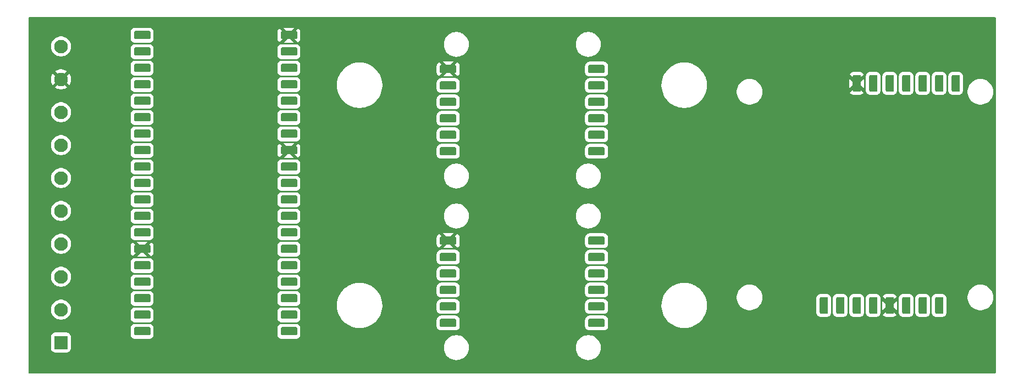
<source format=gbl>
G04 #@! TF.GenerationSoftware,KiCad,Pcbnew,9.0.0-9.0.0-2~ubuntu24.04.1*
G04 #@! TF.CreationDate,2025-04-02T00:55:11+02:00*
G04 #@! TF.ProjectId,Sensor_Mount,53656e73-6f72-45f4-9d6f-756e742e6b69,rev?*
G04 #@! TF.SameCoordinates,Original*
G04 #@! TF.FileFunction,Copper,L2,Bot*
G04 #@! TF.FilePolarity,Positive*
%FSLAX46Y46*%
G04 Gerber Fmt 4.6, Leading zero omitted, Abs format (unit mm)*
G04 Created by KiCad (PCBNEW 9.0.0-9.0.0-2~ubuntu24.04.1) date 2025-04-02 00:55:11*
%MOMM*%
%LPD*%
G01*
G04 APERTURE LIST*
G04 Aperture macros list*
%AMRoundRect*
0 Rectangle with rounded corners*
0 $1 Rounding radius*
0 $2 $3 $4 $5 $6 $7 $8 $9 X,Y pos of 4 corners*
0 Add a 4 corners polygon primitive as box body*
4,1,4,$2,$3,$4,$5,$6,$7,$8,$9,$2,$3,0*
0 Add four circle primitives for the rounded corners*
1,1,$1+$1,$2,$3*
1,1,$1+$1,$4,$5*
1,1,$1+$1,$6,$7*
1,1,$1+$1,$8,$9*
0 Add four rect primitives between the rounded corners*
20,1,$1+$1,$2,$3,$4,$5,0*
20,1,$1+$1,$4,$5,$6,$7,0*
20,1,$1+$1,$6,$7,$8,$9,0*
20,1,$1+$1,$8,$9,$2,$3,0*%
G04 Aperture macros list end*
G04 #@! TA.AperFunction,ComponentPad*
%ADD10RoundRect,0.250001X0.799999X-0.799999X0.799999X0.799999X-0.799999X0.799999X-0.799999X-0.799999X0*%
G04 #@! TD*
G04 #@! TA.AperFunction,ComponentPad*
%ADD11C,2.100000*%
G04 #@! TD*
G04 #@! TA.AperFunction,ComponentPad*
%ADD12RoundRect,0.190500X-1.079500X-0.444500X1.079500X-0.444500X1.079500X0.444500X-1.079500X0.444500X0*%
G04 #@! TD*
G04 #@! TA.AperFunction,ComponentPad*
%ADD13RoundRect,0.190500X-0.444500X1.079500X-0.444500X-1.079500X0.444500X-1.079500X0.444500X1.079500X0*%
G04 #@! TD*
G04 APERTURE END LIST*
D10*
X88500000Y-86720000D03*
D11*
X88500000Y-81640000D03*
X88500000Y-76560000D03*
X88500000Y-71480000D03*
X88500000Y-66400000D03*
X88500000Y-61320000D03*
X88500000Y-56240000D03*
X88500000Y-51160000D03*
X88500000Y-46080000D03*
X88500000Y-41000000D03*
D12*
X148140000Y-71000000D03*
X148140000Y-73540000D03*
X148140000Y-76080000D03*
X148140000Y-78620000D03*
X148140000Y-81160000D03*
X148140000Y-83700000D03*
X171000000Y-71000000D03*
X171000000Y-73540000D03*
X171000000Y-76080000D03*
X171000000Y-78620000D03*
X171000000Y-81160000D03*
X171000000Y-83700000D03*
X148140000Y-44500000D03*
X148140000Y-47040000D03*
X148140000Y-49580000D03*
X148140000Y-52120000D03*
X148140000Y-54660000D03*
X148140000Y-57200000D03*
X171000000Y-44500000D03*
X171000000Y-47040000D03*
X171000000Y-49580000D03*
X171000000Y-52120000D03*
X171000000Y-54660000D03*
X171000000Y-57200000D03*
X101000000Y-39280000D03*
X101000000Y-41820000D03*
X101000000Y-44360000D03*
X101000000Y-46900000D03*
X101000000Y-49440000D03*
X101000000Y-51980000D03*
X101000000Y-54520000D03*
X101000000Y-57060000D03*
X101000000Y-59600000D03*
X101000000Y-62140000D03*
X101000000Y-64680000D03*
X101000000Y-67220000D03*
X101000000Y-69760000D03*
X101000000Y-72300000D03*
X101000000Y-74840000D03*
X101000000Y-77380000D03*
X101000000Y-79920000D03*
X101000000Y-82460000D03*
X101000000Y-85000000D03*
X123606000Y-39280000D03*
X123606000Y-41820000D03*
X123606000Y-44360000D03*
X123606000Y-46900000D03*
X123606000Y-49440000D03*
X123606000Y-51980000D03*
X123606000Y-54520000D03*
X123606000Y-57060000D03*
X123606000Y-59600000D03*
X123606000Y-62140000D03*
X123606000Y-64680000D03*
X123606000Y-67220000D03*
X123606000Y-69760000D03*
X123606000Y-72300000D03*
X123606000Y-74840000D03*
X123606000Y-77380000D03*
X123606000Y-79920000D03*
X123606000Y-82460000D03*
X123606000Y-85000000D03*
D13*
X206000000Y-81018000D03*
X208540000Y-81018000D03*
X211080000Y-81018000D03*
X213620000Y-81018000D03*
X216160000Y-81018000D03*
X218700000Y-81018000D03*
X221240000Y-81018000D03*
X223780000Y-81018000D03*
X211080000Y-46728000D03*
X213620000Y-46728000D03*
X216160000Y-46728000D03*
X218700000Y-46728000D03*
X221240000Y-46728000D03*
X223780000Y-46728000D03*
X226320000Y-46728000D03*
G04 #@! TA.AperFunction,Conductor*
G36*
X232442539Y-36520185D02*
G01*
X232488294Y-36572989D01*
X232499500Y-36624500D01*
X232499500Y-91375500D01*
X232479815Y-91442539D01*
X232427011Y-91488294D01*
X232375500Y-91499500D01*
X83624500Y-91499500D01*
X83557461Y-91479815D01*
X83511706Y-91427011D01*
X83500500Y-91375500D01*
X83500500Y-85869984D01*
X86949500Y-85869984D01*
X86949500Y-87570015D01*
X86960000Y-87672795D01*
X86960001Y-87672796D01*
X87015186Y-87839335D01*
X87015187Y-87839337D01*
X87107286Y-87988651D01*
X87107289Y-87988655D01*
X87231344Y-88112710D01*
X87231348Y-88112713D01*
X87380662Y-88204812D01*
X87380664Y-88204813D01*
X87380666Y-88204814D01*
X87547203Y-88259999D01*
X87649992Y-88270500D01*
X87649997Y-88270500D01*
X89350003Y-88270500D01*
X89350008Y-88270500D01*
X89452797Y-88259999D01*
X89619334Y-88204814D01*
X89768655Y-88112711D01*
X89892711Y-87988655D01*
X89984814Y-87839334D01*
X90039999Y-87672797D01*
X90050500Y-87570008D01*
X90050500Y-87384129D01*
X147489597Y-87384129D01*
X147489597Y-87635870D01*
X147522453Y-87885445D01*
X147522454Y-87885450D01*
X147522455Y-87885456D01*
X147522456Y-87885458D01*
X147587609Y-88128616D01*
X147683945Y-88361191D01*
X147683950Y-88361202D01*
X147759633Y-88492288D01*
X147809817Y-88579208D01*
X147809819Y-88579211D01*
X147809820Y-88579212D01*
X147963064Y-88778925D01*
X147963070Y-88778932D01*
X148141067Y-88956929D01*
X148141073Y-88956934D01*
X148340792Y-89110183D01*
X148480908Y-89191079D01*
X148558797Y-89236049D01*
X148558802Y-89236051D01*
X148558805Y-89236053D01*
X148791382Y-89332390D01*
X149034544Y-89397545D01*
X149210813Y-89420750D01*
X149284129Y-89430403D01*
X149284130Y-89430403D01*
X149535871Y-89430403D01*
X149592539Y-89422942D01*
X149785456Y-89397545D01*
X150028618Y-89332390D01*
X150261195Y-89236053D01*
X150479208Y-89110183D01*
X150678927Y-88956934D01*
X150856934Y-88778927D01*
X151010183Y-88579208D01*
X151136053Y-88361195D01*
X151232390Y-88128618D01*
X151297545Y-87885456D01*
X151330403Y-87635870D01*
X151330403Y-87384130D01*
X151330403Y-87384129D01*
X167809597Y-87384129D01*
X167809597Y-87635870D01*
X167842453Y-87885445D01*
X167842454Y-87885450D01*
X167842455Y-87885456D01*
X167842456Y-87885458D01*
X167907609Y-88128616D01*
X168003945Y-88361191D01*
X168003950Y-88361202D01*
X168079633Y-88492288D01*
X168129817Y-88579208D01*
X168129819Y-88579211D01*
X168129820Y-88579212D01*
X168283064Y-88778925D01*
X168283070Y-88778932D01*
X168461067Y-88956929D01*
X168461073Y-88956934D01*
X168660792Y-89110183D01*
X168800908Y-89191079D01*
X168878797Y-89236049D01*
X168878802Y-89236051D01*
X168878805Y-89236053D01*
X169111382Y-89332390D01*
X169354544Y-89397545D01*
X169530813Y-89420750D01*
X169604129Y-89430403D01*
X169604130Y-89430403D01*
X169855871Y-89430403D01*
X169912539Y-89422942D01*
X170105456Y-89397545D01*
X170348618Y-89332390D01*
X170581195Y-89236053D01*
X170799208Y-89110183D01*
X170998927Y-88956934D01*
X171176934Y-88778927D01*
X171330183Y-88579208D01*
X171456053Y-88361195D01*
X171552390Y-88128618D01*
X171617545Y-87885456D01*
X171650403Y-87635870D01*
X171650403Y-87384130D01*
X171617545Y-87134544D01*
X171552390Y-86891382D01*
X171456053Y-86658805D01*
X171456051Y-86658802D01*
X171456049Y-86658797D01*
X171411079Y-86580908D01*
X171330183Y-86440792D01*
X171176934Y-86241073D01*
X171176929Y-86241067D01*
X170998932Y-86063070D01*
X170998925Y-86063064D01*
X170799212Y-85909820D01*
X170799211Y-85909819D01*
X170799208Y-85909817D01*
X170712288Y-85859633D01*
X170581202Y-85783950D01*
X170581191Y-85783945D01*
X170348616Y-85687609D01*
X170227037Y-85655032D01*
X170105456Y-85622455D01*
X170105450Y-85622454D01*
X170105445Y-85622453D01*
X169855871Y-85589597D01*
X169855870Y-85589597D01*
X169604130Y-85589597D01*
X169604129Y-85589597D01*
X169354554Y-85622453D01*
X169354547Y-85622454D01*
X169354544Y-85622455D01*
X169303155Y-85636224D01*
X169111383Y-85687609D01*
X168878808Y-85783945D01*
X168878797Y-85783950D01*
X168660787Y-85909820D01*
X168461074Y-86063064D01*
X168461067Y-86063070D01*
X168283070Y-86241067D01*
X168283064Y-86241074D01*
X168129820Y-86440787D01*
X168003950Y-86658797D01*
X168003945Y-86658808D01*
X167907609Y-86891383D01*
X167842456Y-87134541D01*
X167842453Y-87134554D01*
X167809597Y-87384129D01*
X151330403Y-87384129D01*
X151297545Y-87134544D01*
X151232390Y-86891382D01*
X151136053Y-86658805D01*
X151136051Y-86658802D01*
X151136049Y-86658797D01*
X151091079Y-86580908D01*
X151010183Y-86440792D01*
X150856934Y-86241073D01*
X150856929Y-86241067D01*
X150678932Y-86063070D01*
X150678925Y-86063064D01*
X150479212Y-85909820D01*
X150479211Y-85909819D01*
X150479208Y-85909817D01*
X150392288Y-85859633D01*
X150261202Y-85783950D01*
X150261191Y-85783945D01*
X150028616Y-85687609D01*
X149907037Y-85655032D01*
X149785456Y-85622455D01*
X149785450Y-85622454D01*
X149785445Y-85622453D01*
X149535871Y-85589597D01*
X149535870Y-85589597D01*
X149284130Y-85589597D01*
X149284129Y-85589597D01*
X149034554Y-85622453D01*
X149034547Y-85622454D01*
X149034544Y-85622455D01*
X148983155Y-85636224D01*
X148791383Y-85687609D01*
X148558808Y-85783945D01*
X148558797Y-85783950D01*
X148340787Y-85909820D01*
X148141074Y-86063064D01*
X148141067Y-86063070D01*
X147963070Y-86241067D01*
X147963064Y-86241074D01*
X147809820Y-86440787D01*
X147683950Y-86658797D01*
X147683945Y-86658808D01*
X147587609Y-86891383D01*
X147522456Y-87134541D01*
X147522453Y-87134554D01*
X147489597Y-87384129D01*
X90050500Y-87384129D01*
X90050500Y-85869992D01*
X90039999Y-85767203D01*
X89984814Y-85600666D01*
X89965878Y-85569967D01*
X89892713Y-85451348D01*
X89892710Y-85451344D01*
X89768655Y-85327289D01*
X89768651Y-85327286D01*
X89619337Y-85235187D01*
X89619335Y-85235186D01*
X89536065Y-85207593D01*
X89452797Y-85180001D01*
X89452795Y-85180000D01*
X89350015Y-85169500D01*
X89350008Y-85169500D01*
X87649992Y-85169500D01*
X87649984Y-85169500D01*
X87547204Y-85180000D01*
X87547203Y-85180001D01*
X87380664Y-85235186D01*
X87380662Y-85235187D01*
X87231348Y-85327286D01*
X87231344Y-85327289D01*
X87107289Y-85451344D01*
X87107286Y-85451348D01*
X87015187Y-85600662D01*
X87015186Y-85600664D01*
X86960001Y-85767203D01*
X86960000Y-85767204D01*
X86949500Y-85869984D01*
X83500500Y-85869984D01*
X83500500Y-84499655D01*
X99229500Y-84499655D01*
X99229500Y-85500354D01*
X99235825Y-85569966D01*
X99235828Y-85569977D01*
X99285747Y-85730175D01*
X99285749Y-85730179D01*
X99372556Y-85873777D01*
X99372560Y-85873782D01*
X99491217Y-85992439D01*
X99491222Y-85992443D01*
X99608045Y-86063064D01*
X99634822Y-86079251D01*
X99795029Y-86129173D01*
X99864653Y-86135500D01*
X102135346Y-86135499D01*
X102135353Y-86135499D01*
X102204966Y-86129174D01*
X102204969Y-86129173D01*
X102204971Y-86129173D01*
X102365178Y-86079251D01*
X102439089Y-86034570D01*
X102508777Y-85992443D01*
X102508778Y-85992441D01*
X102508783Y-85992439D01*
X102627439Y-85873783D01*
X102714251Y-85730178D01*
X102764173Y-85569971D01*
X102770500Y-85500347D01*
X102770499Y-84499655D01*
X121835500Y-84499655D01*
X121835500Y-85500354D01*
X121841825Y-85569966D01*
X121841828Y-85569977D01*
X121891747Y-85730175D01*
X121891749Y-85730179D01*
X121978556Y-85873777D01*
X121978560Y-85873782D01*
X122097217Y-85992439D01*
X122097222Y-85992443D01*
X122214045Y-86063064D01*
X122240822Y-86079251D01*
X122401029Y-86129173D01*
X122470653Y-86135500D01*
X124741346Y-86135499D01*
X124741353Y-86135499D01*
X124810966Y-86129174D01*
X124810969Y-86129173D01*
X124810971Y-86129173D01*
X124971178Y-86079251D01*
X125045089Y-86034570D01*
X125114777Y-85992443D01*
X125114778Y-85992441D01*
X125114783Y-85992439D01*
X125233439Y-85873783D01*
X125320251Y-85730178D01*
X125370173Y-85569971D01*
X125376500Y-85500347D01*
X125376499Y-84499654D01*
X125376499Y-84499653D01*
X125376499Y-84499645D01*
X125370174Y-84430033D01*
X125370171Y-84430022D01*
X125320252Y-84269824D01*
X125320250Y-84269820D01*
X125233443Y-84126222D01*
X125233439Y-84126217D01*
X125114782Y-84007560D01*
X125114777Y-84007556D01*
X124971180Y-83920750D01*
X124971179Y-83920749D01*
X124971178Y-83920749D01*
X124810971Y-83870827D01*
X124810969Y-83870826D01*
X124810967Y-83870826D01*
X124762221Y-83866396D01*
X124741347Y-83864500D01*
X124741344Y-83864500D01*
X122470645Y-83864500D01*
X122401033Y-83870825D01*
X122401022Y-83870828D01*
X122240824Y-83920747D01*
X122240820Y-83920749D01*
X122097222Y-84007556D01*
X122097217Y-84007560D01*
X121978560Y-84126217D01*
X121978556Y-84126222D01*
X121891750Y-84269819D01*
X121841826Y-84430032D01*
X121835500Y-84499655D01*
X102770499Y-84499655D01*
X102770499Y-84499654D01*
X102770499Y-84499653D01*
X102770499Y-84499645D01*
X102764174Y-84430033D01*
X102764171Y-84430022D01*
X102714252Y-84269824D01*
X102714250Y-84269820D01*
X102627443Y-84126222D01*
X102627439Y-84126217D01*
X102508782Y-84007560D01*
X102508777Y-84007556D01*
X102365180Y-83920750D01*
X102365179Y-83920749D01*
X102365178Y-83920749D01*
X102204971Y-83870827D01*
X102204969Y-83870826D01*
X102204967Y-83870826D01*
X102156221Y-83866396D01*
X102135347Y-83864500D01*
X102135344Y-83864500D01*
X99864645Y-83864500D01*
X99795033Y-83870825D01*
X99795022Y-83870828D01*
X99634824Y-83920747D01*
X99634820Y-83920749D01*
X99491222Y-84007556D01*
X99491217Y-84007560D01*
X99372560Y-84126217D01*
X99372556Y-84126222D01*
X99285750Y-84269819D01*
X99235826Y-84430032D01*
X99229500Y-84499655D01*
X83500500Y-84499655D01*
X83500500Y-81517973D01*
X86949500Y-81517973D01*
X86949500Y-81762026D01*
X86987678Y-82003072D01*
X86987678Y-82003074D01*
X86987679Y-82003076D01*
X87063096Y-82235185D01*
X87170709Y-82446389D01*
X87173896Y-82452642D01*
X87317339Y-82650076D01*
X87317343Y-82650081D01*
X87489918Y-82822656D01*
X87489923Y-82822660D01*
X87546456Y-82863733D01*
X87687361Y-82966106D01*
X87904815Y-83076904D01*
X88136924Y-83152321D01*
X88377973Y-83190500D01*
X88377974Y-83190500D01*
X88622026Y-83190500D01*
X88622027Y-83190500D01*
X88863076Y-83152321D01*
X89095185Y-83076904D01*
X89312639Y-82966106D01*
X89510083Y-82822655D01*
X89682655Y-82650083D01*
X89826106Y-82452639D01*
X89936904Y-82235185D01*
X90012321Y-82003076D01*
X90019198Y-81959655D01*
X99229500Y-81959655D01*
X99229500Y-82960354D01*
X99235825Y-83029966D01*
X99235828Y-83029977D01*
X99285747Y-83190175D01*
X99285749Y-83190179D01*
X99372556Y-83333777D01*
X99372560Y-83333782D01*
X99491217Y-83452439D01*
X99491222Y-83452443D01*
X99562561Y-83495568D01*
X99634822Y-83539251D01*
X99795029Y-83589173D01*
X99864653Y-83595500D01*
X102135346Y-83595499D01*
X102135353Y-83595499D01*
X102204966Y-83589174D01*
X102204969Y-83589173D01*
X102204971Y-83589173D01*
X102365178Y-83539251D01*
X102489353Y-83464185D01*
X102508777Y-83452443D01*
X102508778Y-83452441D01*
X102508783Y-83452439D01*
X102627439Y-83333783D01*
X102714251Y-83190178D01*
X102764173Y-83029971D01*
X102770500Y-82960347D01*
X102770499Y-81959655D01*
X121835500Y-81959655D01*
X121835500Y-82960354D01*
X121841825Y-83029966D01*
X121841828Y-83029977D01*
X121891747Y-83190175D01*
X121891749Y-83190179D01*
X121978556Y-83333777D01*
X121978560Y-83333782D01*
X122097217Y-83452439D01*
X122097222Y-83452443D01*
X122168561Y-83495568D01*
X122240822Y-83539251D01*
X122401029Y-83589173D01*
X122470653Y-83595500D01*
X124741346Y-83595499D01*
X124741353Y-83595499D01*
X124810966Y-83589174D01*
X124810969Y-83589173D01*
X124810971Y-83589173D01*
X124971178Y-83539251D01*
X125095353Y-83464185D01*
X125114777Y-83452443D01*
X125114778Y-83452441D01*
X125114783Y-83452439D01*
X125233439Y-83333783D01*
X125320251Y-83190178D01*
X125370173Y-83029971D01*
X125376500Y-82960347D01*
X125376499Y-81959654D01*
X125376499Y-81959653D01*
X125376499Y-81959645D01*
X125370174Y-81890033D01*
X125370171Y-81890022D01*
X125320252Y-81729824D01*
X125320250Y-81729820D01*
X125233443Y-81586222D01*
X125233439Y-81586217D01*
X125114782Y-81467560D01*
X125114777Y-81467556D01*
X124971180Y-81380750D01*
X124971179Y-81380749D01*
X124971178Y-81380749D01*
X124810971Y-81330827D01*
X124810969Y-81330826D01*
X124810967Y-81330826D01*
X124762221Y-81326396D01*
X124741347Y-81324500D01*
X124741344Y-81324500D01*
X122470645Y-81324500D01*
X122401033Y-81330825D01*
X122401022Y-81330828D01*
X122240824Y-81380747D01*
X122240820Y-81380749D01*
X122097222Y-81467556D01*
X122097217Y-81467560D01*
X121978560Y-81586217D01*
X121978556Y-81586222D01*
X121891750Y-81729819D01*
X121841826Y-81890032D01*
X121835500Y-81959655D01*
X102770499Y-81959655D01*
X102770499Y-81959654D01*
X102770499Y-81959653D01*
X102770499Y-81959645D01*
X102764174Y-81890033D01*
X102764171Y-81890022D01*
X102714252Y-81729824D01*
X102714250Y-81729820D01*
X102627443Y-81586222D01*
X102627439Y-81586217D01*
X102508782Y-81467560D01*
X102508777Y-81467556D01*
X102365180Y-81380750D01*
X102365179Y-81380749D01*
X102365178Y-81380749D01*
X102204971Y-81330827D01*
X102204969Y-81330826D01*
X102204967Y-81330826D01*
X102156221Y-81326396D01*
X102135347Y-81324500D01*
X102135344Y-81324500D01*
X99864645Y-81324500D01*
X99795033Y-81330825D01*
X99795022Y-81330828D01*
X99634824Y-81380747D01*
X99634820Y-81380749D01*
X99491222Y-81467556D01*
X99491217Y-81467560D01*
X99372560Y-81586217D01*
X99372556Y-81586222D01*
X99285750Y-81729819D01*
X99235826Y-81890032D01*
X99229500Y-81959655D01*
X90019198Y-81959655D01*
X90050500Y-81762027D01*
X90050500Y-81517973D01*
X90012321Y-81276924D01*
X89936904Y-81044815D01*
X89826106Y-80827361D01*
X89723648Y-80686339D01*
X89682660Y-80629923D01*
X89682656Y-80629918D01*
X89510081Y-80457343D01*
X89510076Y-80457339D01*
X89312642Y-80313896D01*
X89312641Y-80313895D01*
X89312639Y-80313894D01*
X89095185Y-80203096D01*
X88863076Y-80127679D01*
X88863074Y-80127678D01*
X88863072Y-80127678D01*
X88694769Y-80101021D01*
X88622027Y-80089500D01*
X88377973Y-80089500D01*
X88322093Y-80098350D01*
X88136927Y-80127678D01*
X87904812Y-80203097D01*
X87687357Y-80313896D01*
X87489923Y-80457339D01*
X87489918Y-80457343D01*
X87317343Y-80629918D01*
X87317339Y-80629923D01*
X87173896Y-80827357D01*
X87063097Y-81044812D01*
X86987678Y-81276927D01*
X86949500Y-81517973D01*
X83500500Y-81517973D01*
X83500500Y-79419655D01*
X99229500Y-79419655D01*
X99229500Y-80420354D01*
X99235825Y-80489966D01*
X99235828Y-80489977D01*
X99285747Y-80650175D01*
X99285749Y-80650179D01*
X99372556Y-80793777D01*
X99372560Y-80793782D01*
X99491217Y-80912439D01*
X99491222Y-80912443D01*
X99611815Y-80985343D01*
X99634822Y-80999251D01*
X99795029Y-81049173D01*
X99864653Y-81055500D01*
X102135346Y-81055499D01*
X102135353Y-81055499D01*
X102204966Y-81049174D01*
X102204969Y-81049173D01*
X102204971Y-81049173D01*
X102365178Y-80999251D01*
X102439089Y-80954570D01*
X102508777Y-80912443D01*
X102508778Y-80912441D01*
X102508783Y-80912439D01*
X102627439Y-80793783D01*
X102647356Y-80760837D01*
X102685390Y-80697920D01*
X102714251Y-80650178D01*
X102764173Y-80489971D01*
X102770500Y-80420347D01*
X102770499Y-79419655D01*
X121835500Y-79419655D01*
X121835500Y-80420354D01*
X121841825Y-80489966D01*
X121841828Y-80489977D01*
X121891747Y-80650175D01*
X121891749Y-80650179D01*
X121978556Y-80793777D01*
X121978560Y-80793782D01*
X122097217Y-80912439D01*
X122097222Y-80912443D01*
X122217815Y-80985343D01*
X122240822Y-80999251D01*
X122401029Y-81049173D01*
X122470653Y-81055500D01*
X124741346Y-81055499D01*
X124741353Y-81055499D01*
X124810966Y-81049174D01*
X124810969Y-81049173D01*
X124810971Y-81049173D01*
X124971178Y-80999251D01*
X125045089Y-80954570D01*
X125114777Y-80912443D01*
X125114778Y-80912441D01*
X125114783Y-80912439D01*
X125199188Y-80828034D01*
X130999500Y-80828034D01*
X130999500Y-81171965D01*
X131033210Y-81514249D01*
X131100308Y-81851572D01*
X131200150Y-82180706D01*
X131331770Y-82498464D01*
X131331772Y-82498469D01*
X131493893Y-82801775D01*
X131493897Y-82801782D01*
X131493900Y-82801787D01*
X131684981Y-83087760D01*
X131684984Y-83087764D01*
X131684985Y-83087765D01*
X131903176Y-83353632D01*
X132146367Y-83596823D01*
X132146372Y-83596827D01*
X132146373Y-83596828D01*
X132412240Y-83815019D01*
X132698213Y-84006100D01*
X132698222Y-84006105D01*
X132698224Y-84006106D01*
X133001530Y-84168227D01*
X133001532Y-84168227D01*
X133001538Y-84168231D01*
X133319295Y-84299850D01*
X133648422Y-84399690D01*
X133985750Y-84466789D01*
X134328031Y-84500500D01*
X134328034Y-84500500D01*
X134671966Y-84500500D01*
X134671969Y-84500500D01*
X135014250Y-84466789D01*
X135351578Y-84399690D01*
X135680705Y-84299850D01*
X135998462Y-84168231D01*
X136301787Y-84006100D01*
X136587760Y-83815019D01*
X136853627Y-83596828D01*
X137096828Y-83353627D01*
X137223190Y-83199655D01*
X146369500Y-83199655D01*
X146369500Y-84200354D01*
X146375825Y-84269966D01*
X146375828Y-84269977D01*
X146425747Y-84430175D01*
X146425749Y-84430179D01*
X146512556Y-84573777D01*
X146512560Y-84573782D01*
X146631217Y-84692439D01*
X146631222Y-84692443D01*
X146751815Y-84765343D01*
X146774822Y-84779251D01*
X146935029Y-84829173D01*
X147004653Y-84835500D01*
X149275346Y-84835499D01*
X149275353Y-84835499D01*
X149344966Y-84829174D01*
X149344969Y-84829173D01*
X149344971Y-84829173D01*
X149505178Y-84779251D01*
X149579089Y-84734570D01*
X149648777Y-84692443D01*
X149648778Y-84692441D01*
X149648783Y-84692439D01*
X149767439Y-84573783D01*
X149854251Y-84430178D01*
X149904173Y-84269971D01*
X149910500Y-84200347D01*
X149910499Y-83199655D01*
X169229500Y-83199655D01*
X169229500Y-84200354D01*
X169235825Y-84269966D01*
X169235828Y-84269977D01*
X169285747Y-84430175D01*
X169285749Y-84430179D01*
X169372556Y-84573777D01*
X169372560Y-84573782D01*
X169491217Y-84692439D01*
X169491222Y-84692443D01*
X169611815Y-84765343D01*
X169634822Y-84779251D01*
X169795029Y-84829173D01*
X169864653Y-84835500D01*
X172135346Y-84835499D01*
X172135353Y-84835499D01*
X172204966Y-84829174D01*
X172204969Y-84829173D01*
X172204971Y-84829173D01*
X172365178Y-84779251D01*
X172439089Y-84734570D01*
X172508777Y-84692443D01*
X172508778Y-84692441D01*
X172508783Y-84692439D01*
X172627439Y-84573783D01*
X172714251Y-84430178D01*
X172764173Y-84269971D01*
X172770500Y-84200347D01*
X172770499Y-83199654D01*
X172770499Y-83199653D01*
X172770499Y-83199645D01*
X172764174Y-83130033D01*
X172764171Y-83130022D01*
X172714252Y-82969824D01*
X172714250Y-82969820D01*
X172627443Y-82826222D01*
X172627439Y-82826217D01*
X172508782Y-82707560D01*
X172508777Y-82707556D01*
X172365180Y-82620750D01*
X172365179Y-82620749D01*
X172365178Y-82620749D01*
X172204971Y-82570827D01*
X172204969Y-82570826D01*
X172204967Y-82570826D01*
X172156221Y-82566396D01*
X172135347Y-82564500D01*
X172135344Y-82564500D01*
X169864645Y-82564500D01*
X169795033Y-82570825D01*
X169795022Y-82570828D01*
X169634824Y-82620747D01*
X169634820Y-82620749D01*
X169491222Y-82707556D01*
X169491217Y-82707560D01*
X169372560Y-82826217D01*
X169372556Y-82826222D01*
X169285750Y-82969819D01*
X169235826Y-83130032D01*
X169229500Y-83199655D01*
X149910499Y-83199655D01*
X149910499Y-83199654D01*
X149910499Y-83199653D01*
X149910499Y-83199645D01*
X149904174Y-83130033D01*
X149904171Y-83130022D01*
X149854252Y-82969824D01*
X149854250Y-82969820D01*
X149767443Y-82826222D01*
X149767439Y-82826217D01*
X149648782Y-82707560D01*
X149648777Y-82707556D01*
X149505180Y-82620750D01*
X149505179Y-82620749D01*
X149505178Y-82620749D01*
X149344971Y-82570827D01*
X149344969Y-82570826D01*
X149344967Y-82570826D01*
X149296221Y-82566396D01*
X149275347Y-82564500D01*
X149275344Y-82564500D01*
X147004645Y-82564500D01*
X146935033Y-82570825D01*
X146935022Y-82570828D01*
X146774824Y-82620747D01*
X146774820Y-82620749D01*
X146631222Y-82707556D01*
X146631217Y-82707560D01*
X146512560Y-82826217D01*
X146512556Y-82826222D01*
X146425750Y-82969819D01*
X146375826Y-83130032D01*
X146369500Y-83199655D01*
X137223190Y-83199655D01*
X137280327Y-83130033D01*
X137290056Y-83118178D01*
X137300075Y-83105968D01*
X137315019Y-83087760D01*
X137506100Y-82801787D01*
X137668231Y-82498462D01*
X137799850Y-82180705D01*
X137899690Y-81851578D01*
X137966789Y-81514250D01*
X138000500Y-81171969D01*
X138000500Y-80828031D01*
X137989869Y-80720091D01*
X137984837Y-80668997D01*
X137983917Y-80659655D01*
X146369500Y-80659655D01*
X146369500Y-81660354D01*
X146375825Y-81729966D01*
X146375828Y-81729977D01*
X146425747Y-81890175D01*
X146425749Y-81890179D01*
X146512556Y-82033777D01*
X146512560Y-82033782D01*
X146631217Y-82152439D01*
X146631222Y-82152443D01*
X146747901Y-82222977D01*
X146774822Y-82239251D01*
X146935029Y-82289173D01*
X147004653Y-82295500D01*
X149275346Y-82295499D01*
X149275353Y-82295499D01*
X149344966Y-82289174D01*
X149344969Y-82289173D01*
X149344971Y-82289173D01*
X149505178Y-82239251D01*
X149602025Y-82180705D01*
X149648777Y-82152443D01*
X149648778Y-82152441D01*
X149648783Y-82152439D01*
X149767439Y-82033783D01*
X149786005Y-82003072D01*
X149825677Y-81937445D01*
X149854251Y-81890178D01*
X149904173Y-81729971D01*
X149910500Y-81660347D01*
X149910499Y-80659655D01*
X169229500Y-80659655D01*
X169229500Y-81660354D01*
X169235825Y-81729966D01*
X169235828Y-81729977D01*
X169285747Y-81890175D01*
X169285749Y-81890179D01*
X169372556Y-82033777D01*
X169372560Y-82033782D01*
X169491217Y-82152439D01*
X169491222Y-82152443D01*
X169607901Y-82222977D01*
X169634822Y-82239251D01*
X169795029Y-82289173D01*
X169864653Y-82295500D01*
X172135346Y-82295499D01*
X172135353Y-82295499D01*
X172204966Y-82289174D01*
X172204969Y-82289173D01*
X172204971Y-82289173D01*
X172365178Y-82239251D01*
X172462025Y-82180705D01*
X172508777Y-82152443D01*
X172508778Y-82152441D01*
X172508783Y-82152439D01*
X172627439Y-82033783D01*
X172646005Y-82003072D01*
X172685677Y-81937445D01*
X172714251Y-81890178D01*
X172764173Y-81729971D01*
X172770500Y-81660347D01*
X172770499Y-80828034D01*
X180999500Y-80828034D01*
X180999500Y-81171965D01*
X181033210Y-81514249D01*
X181100308Y-81851572D01*
X181200150Y-82180706D01*
X181331770Y-82498464D01*
X181331772Y-82498469D01*
X181493893Y-82801775D01*
X181493897Y-82801782D01*
X181493900Y-82801787D01*
X181684981Y-83087760D01*
X181684984Y-83087764D01*
X181684985Y-83087765D01*
X181903176Y-83353632D01*
X182146367Y-83596823D01*
X182146372Y-83596827D01*
X182146373Y-83596828D01*
X182412240Y-83815019D01*
X182698213Y-84006100D01*
X182698222Y-84006105D01*
X182698224Y-84006106D01*
X183001530Y-84168227D01*
X183001532Y-84168227D01*
X183001538Y-84168231D01*
X183319295Y-84299850D01*
X183648422Y-84399690D01*
X183985750Y-84466789D01*
X184328031Y-84500500D01*
X184328034Y-84500500D01*
X184671966Y-84500500D01*
X184671969Y-84500500D01*
X185014250Y-84466789D01*
X185351578Y-84399690D01*
X185680705Y-84299850D01*
X185998462Y-84168231D01*
X186301787Y-84006100D01*
X186587760Y-83815019D01*
X186853627Y-83596828D01*
X187096828Y-83353627D01*
X187315019Y-83087760D01*
X187506100Y-82801787D01*
X187668231Y-82498462D01*
X187799850Y-82180705D01*
X187899690Y-81851578D01*
X187966789Y-81514250D01*
X188000500Y-81171969D01*
X188000500Y-80828031D01*
X187966789Y-80485750D01*
X187899690Y-80148422D01*
X187799850Y-79819295D01*
X187716524Y-79618128D01*
X192588438Y-79618128D01*
X192588438Y-79877871D01*
X192588439Y-79877888D01*
X192622342Y-80135411D01*
X192689572Y-80386317D01*
X192788975Y-80626296D01*
X192788979Y-80626306D01*
X192918855Y-80851258D01*
X193076984Y-81057336D01*
X193076990Y-81057343D01*
X193260656Y-81241009D01*
X193260663Y-81241015D01*
X193466741Y-81399144D01*
X193691693Y-81529020D01*
X193691694Y-81529020D01*
X193691697Y-81529022D01*
X193931681Y-81628427D01*
X194182587Y-81695657D01*
X194440122Y-81729562D01*
X194440129Y-81729562D01*
X194699871Y-81729562D01*
X194699878Y-81729562D01*
X194957413Y-81695657D01*
X195208319Y-81628427D01*
X195448303Y-81529022D01*
X195673259Y-81399144D01*
X195879338Y-81241014D01*
X196063014Y-81057338D01*
X196221144Y-80851259D01*
X196351022Y-80626303D01*
X196450427Y-80386319D01*
X196517657Y-80135413D01*
X196550933Y-79882655D01*
X204864500Y-79882655D01*
X204864500Y-82153354D01*
X204870825Y-82222966D01*
X204870828Y-82222977D01*
X204920747Y-82383175D01*
X204920749Y-82383179D01*
X205007556Y-82526777D01*
X205007560Y-82526782D01*
X205126217Y-82645439D01*
X205126222Y-82645443D01*
X205246815Y-82718343D01*
X205269822Y-82732251D01*
X205430029Y-82782173D01*
X205499653Y-82788500D01*
X206500346Y-82788499D01*
X206500353Y-82788499D01*
X206569966Y-82782174D01*
X206569969Y-82782173D01*
X206569971Y-82782173D01*
X206730178Y-82732251D01*
X206804089Y-82687570D01*
X206873777Y-82645443D01*
X206873778Y-82645441D01*
X206873783Y-82645439D01*
X206992439Y-82526783D01*
X206992627Y-82526473D01*
X207020254Y-82480770D01*
X207079251Y-82383178D01*
X207129173Y-82222971D01*
X207135500Y-82153347D01*
X207135499Y-79882655D01*
X207404500Y-79882655D01*
X207404500Y-82153354D01*
X207410825Y-82222966D01*
X207410828Y-82222977D01*
X207460747Y-82383175D01*
X207460749Y-82383179D01*
X207547556Y-82526777D01*
X207547560Y-82526782D01*
X207666217Y-82645439D01*
X207666222Y-82645443D01*
X207786815Y-82718343D01*
X207809822Y-82732251D01*
X207970029Y-82782173D01*
X208039653Y-82788500D01*
X209040346Y-82788499D01*
X209040353Y-82788499D01*
X209109966Y-82782174D01*
X209109969Y-82782173D01*
X209109971Y-82782173D01*
X209270178Y-82732251D01*
X209344089Y-82687570D01*
X209413777Y-82645443D01*
X209413778Y-82645441D01*
X209413783Y-82645439D01*
X209532439Y-82526783D01*
X209532627Y-82526473D01*
X209560254Y-82480770D01*
X209619251Y-82383178D01*
X209669173Y-82222971D01*
X209675500Y-82153347D01*
X209675499Y-79882655D01*
X209944500Y-79882655D01*
X209944500Y-82153354D01*
X209950825Y-82222966D01*
X209950828Y-82222977D01*
X210000747Y-82383175D01*
X210000749Y-82383179D01*
X210087556Y-82526777D01*
X210087560Y-82526782D01*
X210206217Y-82645439D01*
X210206222Y-82645443D01*
X210326815Y-82718343D01*
X210349822Y-82732251D01*
X210510029Y-82782173D01*
X210579653Y-82788500D01*
X211580346Y-82788499D01*
X211580353Y-82788499D01*
X211649966Y-82782174D01*
X211649969Y-82782173D01*
X211649971Y-82782173D01*
X211810178Y-82732251D01*
X211884089Y-82687570D01*
X211953777Y-82645443D01*
X211953778Y-82645441D01*
X211953783Y-82645439D01*
X212072439Y-82526783D01*
X212072627Y-82526473D01*
X212100254Y-82480770D01*
X212159251Y-82383178D01*
X212209173Y-82222971D01*
X212215500Y-82153347D01*
X212215499Y-79882655D01*
X212484500Y-79882655D01*
X212484500Y-82153354D01*
X212490825Y-82222966D01*
X212490828Y-82222977D01*
X212540747Y-82383175D01*
X212540749Y-82383179D01*
X212627556Y-82526777D01*
X212627560Y-82526782D01*
X212746217Y-82645439D01*
X212746222Y-82645443D01*
X212866815Y-82718343D01*
X212889822Y-82732251D01*
X213050029Y-82782173D01*
X213119653Y-82788500D01*
X214120346Y-82788499D01*
X214120353Y-82788499D01*
X214189966Y-82782174D01*
X214189969Y-82782173D01*
X214189971Y-82782173D01*
X214350178Y-82732251D01*
X214424089Y-82687570D01*
X214493777Y-82645443D01*
X214493778Y-82645441D01*
X214493783Y-82645439D01*
X214612439Y-82526783D01*
X214657259Y-82452642D01*
X214696130Y-82388341D01*
X214696130Y-82388340D01*
X214699251Y-82383178D01*
X214749173Y-82222971D01*
X214755500Y-82153347D01*
X214755499Y-80236551D01*
X215025000Y-80236551D01*
X215025000Y-81799447D01*
X215760000Y-81064447D01*
X215760000Y-81070661D01*
X215787259Y-81172394D01*
X215839920Y-81263606D01*
X215914394Y-81338080D01*
X216005606Y-81390741D01*
X216107339Y-81418000D01*
X216113552Y-81418000D01*
X215106592Y-82424958D01*
X215106592Y-82424959D01*
X215167958Y-82526472D01*
X215286528Y-82645042D01*
X215286532Y-82645045D01*
X215430026Y-82731789D01*
X215590123Y-82781677D01*
X215659701Y-82787999D01*
X216660308Y-82787999D01*
X216729875Y-82781678D01*
X216729883Y-82781676D01*
X216889970Y-82731791D01*
X216889972Y-82731790D01*
X217033467Y-82645045D01*
X217033471Y-82645042D01*
X217152040Y-82526473D01*
X217213406Y-82424958D01*
X217213406Y-82424957D01*
X216206448Y-81418000D01*
X216212661Y-81418000D01*
X216314394Y-81390741D01*
X216405606Y-81338080D01*
X216480080Y-81263606D01*
X216532741Y-81172394D01*
X216560000Y-81070661D01*
X216560000Y-81064448D01*
X217294998Y-81799447D01*
X217294999Y-81799446D01*
X217294999Y-80236552D01*
X217294998Y-80236551D01*
X216560000Y-80971550D01*
X216560000Y-80965339D01*
X216532741Y-80863606D01*
X216480080Y-80772394D01*
X216405606Y-80697920D01*
X216314394Y-80645259D01*
X216212661Y-80618000D01*
X216206449Y-80618000D01*
X216941792Y-79882655D01*
X217564500Y-79882655D01*
X217564500Y-82153354D01*
X217570825Y-82222966D01*
X217570828Y-82222977D01*
X217620747Y-82383175D01*
X217620749Y-82383179D01*
X217707556Y-82526777D01*
X217707560Y-82526782D01*
X217826217Y-82645439D01*
X217826222Y-82645443D01*
X217946815Y-82718343D01*
X217969822Y-82732251D01*
X218130029Y-82782173D01*
X218199653Y-82788500D01*
X219200346Y-82788499D01*
X219200353Y-82788499D01*
X219269966Y-82782174D01*
X219269969Y-82782173D01*
X219269971Y-82782173D01*
X219430178Y-82732251D01*
X219504089Y-82687570D01*
X219573777Y-82645443D01*
X219573778Y-82645441D01*
X219573783Y-82645439D01*
X219692439Y-82526783D01*
X219692627Y-82526473D01*
X219720254Y-82480770D01*
X219779251Y-82383178D01*
X219829173Y-82222971D01*
X219835500Y-82153347D01*
X219835499Y-79882655D01*
X220104500Y-79882655D01*
X220104500Y-82153354D01*
X220110825Y-82222966D01*
X220110828Y-82222977D01*
X220160747Y-82383175D01*
X220160749Y-82383179D01*
X220247556Y-82526777D01*
X220247560Y-82526782D01*
X220366217Y-82645439D01*
X220366222Y-82645443D01*
X220486815Y-82718343D01*
X220509822Y-82732251D01*
X220670029Y-82782173D01*
X220739653Y-82788500D01*
X221740346Y-82788499D01*
X221740353Y-82788499D01*
X221809966Y-82782174D01*
X221809969Y-82782173D01*
X221809971Y-82782173D01*
X221970178Y-82732251D01*
X222044089Y-82687570D01*
X222113777Y-82645443D01*
X222113778Y-82645441D01*
X222113783Y-82645439D01*
X222232439Y-82526783D01*
X222232627Y-82526473D01*
X222260254Y-82480770D01*
X222319251Y-82383178D01*
X222369173Y-82222971D01*
X222375500Y-82153347D01*
X222375499Y-79882655D01*
X222644500Y-79882655D01*
X222644500Y-82153354D01*
X222650825Y-82222966D01*
X222650828Y-82222977D01*
X222700747Y-82383175D01*
X222700749Y-82383179D01*
X222787556Y-82526777D01*
X222787560Y-82526782D01*
X222906217Y-82645439D01*
X222906222Y-82645443D01*
X223026815Y-82718343D01*
X223049822Y-82732251D01*
X223210029Y-82782173D01*
X223279653Y-82788500D01*
X224280346Y-82788499D01*
X224280353Y-82788499D01*
X224349966Y-82782174D01*
X224349969Y-82782173D01*
X224349971Y-82782173D01*
X224510178Y-82732251D01*
X224584089Y-82687570D01*
X224653777Y-82645443D01*
X224653778Y-82645441D01*
X224653783Y-82645439D01*
X224772439Y-82526783D01*
X224772627Y-82526473D01*
X224800254Y-82480770D01*
X224859251Y-82383178D01*
X224909173Y-82222971D01*
X224915500Y-82153347D01*
X224915499Y-79882654D01*
X224915499Y-79882653D01*
X224915499Y-79882645D01*
X224909174Y-79813033D01*
X224909171Y-79813022D01*
X224859252Y-79652824D01*
X224859250Y-79652820D01*
X224838278Y-79618128D01*
X228148438Y-79618128D01*
X228148438Y-79877871D01*
X228148439Y-79877888D01*
X228182342Y-80135411D01*
X228249572Y-80386317D01*
X228348975Y-80626296D01*
X228348979Y-80626306D01*
X228478855Y-80851258D01*
X228636984Y-81057336D01*
X228636990Y-81057343D01*
X228820656Y-81241009D01*
X228820663Y-81241015D01*
X229026741Y-81399144D01*
X229251693Y-81529020D01*
X229251694Y-81529020D01*
X229251697Y-81529022D01*
X229491681Y-81628427D01*
X229742587Y-81695657D01*
X230000122Y-81729562D01*
X230000129Y-81729562D01*
X230259871Y-81729562D01*
X230259878Y-81729562D01*
X230517413Y-81695657D01*
X230768319Y-81628427D01*
X231008303Y-81529022D01*
X231233259Y-81399144D01*
X231439338Y-81241014D01*
X231623014Y-81057338D01*
X231781144Y-80851259D01*
X231911022Y-80626303D01*
X232010427Y-80386319D01*
X232077657Y-80135413D01*
X232111562Y-79877878D01*
X232111562Y-79618122D01*
X232077657Y-79360587D01*
X232010427Y-79109681D01*
X231911022Y-78869697D01*
X231894309Y-78840750D01*
X231781144Y-78644741D01*
X231623015Y-78438663D01*
X231623009Y-78438656D01*
X231439343Y-78254990D01*
X231439336Y-78254984D01*
X231233258Y-78096855D01*
X231008306Y-77966979D01*
X231008296Y-77966975D01*
X230768317Y-77867572D01*
X230517411Y-77800342D01*
X230259888Y-77766439D01*
X230259883Y-77766438D01*
X230259878Y-77766438D01*
X230000122Y-77766438D01*
X230000116Y-77766438D01*
X230000111Y-77766439D01*
X229742588Y-77800342D01*
X229491682Y-77867572D01*
X229251703Y-77966975D01*
X229251693Y-77966979D01*
X229026741Y-78096855D01*
X228820663Y-78254984D01*
X228820656Y-78254990D01*
X228636990Y-78438656D01*
X228636984Y-78438663D01*
X228478855Y-78644741D01*
X228348979Y-78869693D01*
X228348975Y-78869703D01*
X228249572Y-79109682D01*
X228182342Y-79360588D01*
X228148439Y-79618111D01*
X228148438Y-79618128D01*
X224838278Y-79618128D01*
X224772443Y-79509222D01*
X224772439Y-79509217D01*
X224653782Y-79390560D01*
X224653777Y-79390556D01*
X224510180Y-79303750D01*
X224510179Y-79303749D01*
X224510178Y-79303749D01*
X224349971Y-79253827D01*
X224349969Y-79253826D01*
X224349967Y-79253826D01*
X224301221Y-79249396D01*
X224280347Y-79247500D01*
X224280344Y-79247500D01*
X223279645Y-79247500D01*
X223210033Y-79253825D01*
X223210022Y-79253828D01*
X223049824Y-79303747D01*
X223049820Y-79303749D01*
X222906222Y-79390556D01*
X222906217Y-79390560D01*
X222787560Y-79509217D01*
X222787556Y-79509222D01*
X222700750Y-79652819D01*
X222650826Y-79813032D01*
X222644500Y-79882655D01*
X222375499Y-79882655D01*
X222375499Y-79882654D01*
X222375499Y-79882653D01*
X222375499Y-79882645D01*
X222369174Y-79813033D01*
X222369171Y-79813022D01*
X222319252Y-79652824D01*
X222319250Y-79652820D01*
X222232443Y-79509222D01*
X222232439Y-79509217D01*
X222113782Y-79390560D01*
X222113777Y-79390556D01*
X221970180Y-79303750D01*
X221970179Y-79303749D01*
X221970178Y-79303749D01*
X221809971Y-79253827D01*
X221809969Y-79253826D01*
X221809967Y-79253826D01*
X221761221Y-79249396D01*
X221740347Y-79247500D01*
X221740344Y-79247500D01*
X220739645Y-79247500D01*
X220670033Y-79253825D01*
X220670022Y-79253828D01*
X220509824Y-79303747D01*
X220509820Y-79303749D01*
X220366222Y-79390556D01*
X220366217Y-79390560D01*
X220247560Y-79509217D01*
X220247556Y-79509222D01*
X220160750Y-79652819D01*
X220110826Y-79813032D01*
X220104500Y-79882655D01*
X219835499Y-79882655D01*
X219835499Y-79882654D01*
X219835499Y-79882653D01*
X219835499Y-79882645D01*
X219829174Y-79813033D01*
X219829171Y-79813022D01*
X219779252Y-79652824D01*
X219779250Y-79652820D01*
X219692443Y-79509222D01*
X219692439Y-79509217D01*
X219573782Y-79390560D01*
X219573777Y-79390556D01*
X219430180Y-79303750D01*
X219430179Y-79303749D01*
X219430178Y-79303749D01*
X219269971Y-79253827D01*
X219269969Y-79253826D01*
X219269967Y-79253826D01*
X219221221Y-79249396D01*
X219200347Y-79247500D01*
X219200344Y-79247500D01*
X218199645Y-79247500D01*
X218130033Y-79253825D01*
X218130022Y-79253828D01*
X217969824Y-79303747D01*
X217969820Y-79303749D01*
X217826222Y-79390556D01*
X217826217Y-79390560D01*
X217707560Y-79509217D01*
X217707556Y-79509222D01*
X217620750Y-79652819D01*
X217570826Y-79813032D01*
X217564500Y-79882655D01*
X216941792Y-79882655D01*
X217032285Y-79792162D01*
X217213406Y-79611040D01*
X217213406Y-79611039D01*
X217152044Y-79509530D01*
X217033471Y-79390957D01*
X217033467Y-79390954D01*
X216889973Y-79304210D01*
X216729876Y-79254322D01*
X216660298Y-79248000D01*
X215659691Y-79248000D01*
X215590124Y-79254321D01*
X215590116Y-79254323D01*
X215430029Y-79304208D01*
X215430027Y-79304209D01*
X215286532Y-79390954D01*
X215286528Y-79390957D01*
X215167956Y-79509529D01*
X215106592Y-79611039D01*
X215106592Y-79611040D01*
X216113552Y-80618000D01*
X216107339Y-80618000D01*
X216005606Y-80645259D01*
X215914394Y-80697920D01*
X215839920Y-80772394D01*
X215787259Y-80863606D01*
X215760000Y-80965339D01*
X215760000Y-80971551D01*
X215025000Y-80236551D01*
X214755499Y-80236551D01*
X214755499Y-79882654D01*
X214755499Y-79882653D01*
X214755499Y-79882645D01*
X214749174Y-79813033D01*
X214749171Y-79813022D01*
X214699252Y-79652824D01*
X214699250Y-79652820D01*
X214696128Y-79647655D01*
X214612440Y-79509218D01*
X214493782Y-79390560D01*
X214493777Y-79390556D01*
X214350180Y-79303750D01*
X214350179Y-79303749D01*
X214350178Y-79303749D01*
X214189971Y-79253827D01*
X214189969Y-79253826D01*
X214189967Y-79253826D01*
X214141221Y-79249396D01*
X214120347Y-79247500D01*
X214120344Y-79247500D01*
X213119645Y-79247500D01*
X213050033Y-79253825D01*
X213050022Y-79253828D01*
X212889824Y-79303747D01*
X212889820Y-79303749D01*
X212746222Y-79390556D01*
X212746217Y-79390560D01*
X212627560Y-79509217D01*
X212627556Y-79509222D01*
X212540750Y-79652819D01*
X212490826Y-79813032D01*
X212484500Y-79882655D01*
X212215499Y-79882655D01*
X212215499Y-79882654D01*
X212215499Y-79882653D01*
X212215499Y-79882645D01*
X212209174Y-79813033D01*
X212209171Y-79813022D01*
X212159252Y-79652824D01*
X212159250Y-79652820D01*
X212072443Y-79509222D01*
X212072439Y-79509217D01*
X211953782Y-79390560D01*
X211953777Y-79390556D01*
X211810180Y-79303750D01*
X211810179Y-79303749D01*
X211810178Y-79303749D01*
X211649971Y-79253827D01*
X211649969Y-79253826D01*
X211649967Y-79253826D01*
X211601221Y-79249396D01*
X211580347Y-79247500D01*
X211580344Y-79247500D01*
X210579645Y-79247500D01*
X210510033Y-79253825D01*
X210510022Y-79253828D01*
X210349824Y-79303747D01*
X210349820Y-79303749D01*
X210206222Y-79390556D01*
X210206217Y-79390560D01*
X210087560Y-79509217D01*
X210087556Y-79509222D01*
X210000750Y-79652819D01*
X209950826Y-79813032D01*
X209944500Y-79882655D01*
X209675499Y-79882655D01*
X209675499Y-79882654D01*
X209675499Y-79882653D01*
X209675499Y-79882645D01*
X209669174Y-79813033D01*
X209669171Y-79813022D01*
X209619252Y-79652824D01*
X209619250Y-79652820D01*
X209532443Y-79509222D01*
X209532439Y-79509217D01*
X209413782Y-79390560D01*
X209413777Y-79390556D01*
X209270180Y-79303750D01*
X209270179Y-79303749D01*
X209270178Y-79303749D01*
X209109971Y-79253827D01*
X209109969Y-79253826D01*
X209109967Y-79253826D01*
X209061221Y-79249396D01*
X209040347Y-79247500D01*
X209040344Y-79247500D01*
X208039645Y-79247500D01*
X207970033Y-79253825D01*
X207970022Y-79253828D01*
X207809824Y-79303747D01*
X207809820Y-79303749D01*
X207666222Y-79390556D01*
X207666217Y-79390560D01*
X207547560Y-79509217D01*
X207547556Y-79509222D01*
X207460750Y-79652819D01*
X207410826Y-79813032D01*
X207404500Y-79882655D01*
X207135499Y-79882655D01*
X207135499Y-79882654D01*
X207135499Y-79882653D01*
X207135499Y-79882645D01*
X207129174Y-79813033D01*
X207129171Y-79813022D01*
X207079252Y-79652824D01*
X207079250Y-79652820D01*
X206992443Y-79509222D01*
X206992439Y-79509217D01*
X206873782Y-79390560D01*
X206873777Y-79390556D01*
X206730180Y-79303750D01*
X206730179Y-79303749D01*
X206730178Y-79303749D01*
X206569971Y-79253827D01*
X206569969Y-79253826D01*
X206569967Y-79253826D01*
X206521221Y-79249396D01*
X206500347Y-79247500D01*
X206500344Y-79247500D01*
X205499645Y-79247500D01*
X205430033Y-79253825D01*
X205430022Y-79253828D01*
X205269824Y-79303747D01*
X205269820Y-79303749D01*
X205126222Y-79390556D01*
X205126217Y-79390560D01*
X205007560Y-79509217D01*
X205007556Y-79509222D01*
X204920750Y-79652819D01*
X204870826Y-79813032D01*
X204864500Y-79882655D01*
X196550933Y-79882655D01*
X196551562Y-79877878D01*
X196551562Y-79618122D01*
X196517657Y-79360587D01*
X196450427Y-79109681D01*
X196351022Y-78869697D01*
X196334309Y-78840750D01*
X196221144Y-78644741D01*
X196063015Y-78438663D01*
X196063009Y-78438656D01*
X195879343Y-78254990D01*
X195879336Y-78254984D01*
X195673258Y-78096855D01*
X195448306Y-77966979D01*
X195448296Y-77966975D01*
X195208317Y-77867572D01*
X194957411Y-77800342D01*
X194699888Y-77766439D01*
X194699883Y-77766438D01*
X194699878Y-77766438D01*
X194440122Y-77766438D01*
X194440116Y-77766438D01*
X194440111Y-77766439D01*
X194182588Y-77800342D01*
X193931682Y-77867572D01*
X193691703Y-77966975D01*
X193691693Y-77966979D01*
X193466741Y-78096855D01*
X193260663Y-78254984D01*
X193260656Y-78254990D01*
X193076990Y-78438656D01*
X193076984Y-78438663D01*
X192918855Y-78644741D01*
X192788979Y-78869693D01*
X192788975Y-78869703D01*
X192689572Y-79109682D01*
X192622342Y-79360588D01*
X192588439Y-79618111D01*
X192588438Y-79618128D01*
X187716524Y-79618128D01*
X187668231Y-79501538D01*
X187664085Y-79493782D01*
X187506106Y-79198224D01*
X187506105Y-79198222D01*
X187506100Y-79198213D01*
X187315019Y-78912240D01*
X187096828Y-78646373D01*
X187096827Y-78646372D01*
X187096823Y-78646367D01*
X186853632Y-78403176D01*
X186587765Y-78184985D01*
X186587762Y-78184983D01*
X186587760Y-78184981D01*
X186385796Y-78050033D01*
X186301793Y-77993904D01*
X186301792Y-77993903D01*
X186301787Y-77993900D01*
X186301782Y-77993897D01*
X186301775Y-77993893D01*
X185998469Y-77831772D01*
X185998464Y-77831770D01*
X185680706Y-77700150D01*
X185351572Y-77600308D01*
X185014248Y-77533210D01*
X185014249Y-77533210D01*
X184756456Y-77507821D01*
X184671969Y-77499500D01*
X184328031Y-77499500D01*
X184249966Y-77507188D01*
X183985750Y-77533210D01*
X183648427Y-77600308D01*
X183319293Y-77700150D01*
X183001535Y-77831770D01*
X183001530Y-77831772D01*
X182698224Y-77993893D01*
X182698206Y-77993904D01*
X182412248Y-78184975D01*
X182412234Y-78184985D01*
X182146367Y-78403176D01*
X181903176Y-78646367D01*
X181684985Y-78912234D01*
X181684975Y-78912248D01*
X181493904Y-79198206D01*
X181493893Y-79198224D01*
X181331772Y-79501530D01*
X181331770Y-79501535D01*
X181200150Y-79819293D01*
X181100308Y-80148427D01*
X181033210Y-80485750D01*
X181009762Y-80723840D01*
X180999567Y-80827357D01*
X180999500Y-80828034D01*
X172770499Y-80828034D01*
X172770499Y-80659654D01*
X172770499Y-80659653D01*
X172770499Y-80659645D01*
X172764174Y-80590033D01*
X172764171Y-80590022D01*
X172714252Y-80429824D01*
X172714250Y-80429820D01*
X172627443Y-80286222D01*
X172627439Y-80286217D01*
X172508782Y-80167560D01*
X172508777Y-80167556D01*
X172365180Y-80080750D01*
X172365179Y-80080749D01*
X172365178Y-80080749D01*
X172204971Y-80030827D01*
X172204969Y-80030826D01*
X172204967Y-80030826D01*
X172156221Y-80026396D01*
X172135347Y-80024500D01*
X172135344Y-80024500D01*
X169864645Y-80024500D01*
X169795033Y-80030825D01*
X169795022Y-80030828D01*
X169634824Y-80080747D01*
X169634820Y-80080749D01*
X169491222Y-80167556D01*
X169491217Y-80167560D01*
X169372560Y-80286217D01*
X169372556Y-80286222D01*
X169285750Y-80429819D01*
X169235826Y-80590032D01*
X169229500Y-80659655D01*
X149910499Y-80659655D01*
X149910499Y-80659654D01*
X149910499Y-80659653D01*
X149910499Y-80659645D01*
X149904174Y-80590033D01*
X149904171Y-80590022D01*
X149854252Y-80429824D01*
X149854250Y-80429820D01*
X149767443Y-80286222D01*
X149767439Y-80286217D01*
X149648782Y-80167560D01*
X149648777Y-80167556D01*
X149505180Y-80080750D01*
X149505179Y-80080749D01*
X149505178Y-80080749D01*
X149344971Y-80030827D01*
X149344969Y-80030826D01*
X149344967Y-80030826D01*
X149296221Y-80026396D01*
X149275347Y-80024500D01*
X149275344Y-80024500D01*
X147004645Y-80024500D01*
X146935033Y-80030825D01*
X146935022Y-80030828D01*
X146774824Y-80080747D01*
X146774820Y-80080749D01*
X146631222Y-80167556D01*
X146631217Y-80167560D01*
X146512560Y-80286217D01*
X146512556Y-80286222D01*
X146425750Y-80429819D01*
X146375826Y-80590032D01*
X146369500Y-80659655D01*
X137983917Y-80659655D01*
X137966789Y-80485750D01*
X137899691Y-80148427D01*
X137899690Y-80148426D01*
X137899690Y-80148422D01*
X137799850Y-79819295D01*
X137668231Y-79501538D01*
X137664085Y-79493782D01*
X137506106Y-79198224D01*
X137506105Y-79198222D01*
X137506100Y-79198213D01*
X137315019Y-78912240D01*
X137096828Y-78646373D01*
X137096827Y-78646372D01*
X137096823Y-78646367D01*
X136853632Y-78403176D01*
X136621531Y-78212696D01*
X136587763Y-78184983D01*
X136587751Y-78184975D01*
X136489993Y-78119655D01*
X146369500Y-78119655D01*
X146369500Y-79120354D01*
X146375825Y-79189966D01*
X146375828Y-79189977D01*
X146425747Y-79350175D01*
X146425749Y-79350179D01*
X146512556Y-79493777D01*
X146512560Y-79493782D01*
X146631217Y-79612439D01*
X146631222Y-79612443D01*
X146751815Y-79685343D01*
X146774822Y-79699251D01*
X146935029Y-79749173D01*
X147004653Y-79755500D01*
X149275346Y-79755499D01*
X149275353Y-79755499D01*
X149344966Y-79749174D01*
X149344969Y-79749173D01*
X149344971Y-79749173D01*
X149505178Y-79699251D01*
X149581981Y-79652822D01*
X149648777Y-79612443D01*
X149648778Y-79612441D01*
X149648783Y-79612439D01*
X149767439Y-79493783D01*
X149854251Y-79350178D01*
X149904173Y-79189971D01*
X149910500Y-79120347D01*
X149910499Y-78119655D01*
X169229500Y-78119655D01*
X169229500Y-79120354D01*
X169235825Y-79189966D01*
X169235828Y-79189977D01*
X169285747Y-79350175D01*
X169285749Y-79350179D01*
X169372556Y-79493777D01*
X169372560Y-79493782D01*
X169491217Y-79612439D01*
X169491222Y-79612443D01*
X169611815Y-79685343D01*
X169634822Y-79699251D01*
X169795029Y-79749173D01*
X169864653Y-79755500D01*
X172135346Y-79755499D01*
X172135353Y-79755499D01*
X172204966Y-79749174D01*
X172204969Y-79749173D01*
X172204971Y-79749173D01*
X172365178Y-79699251D01*
X172441981Y-79652822D01*
X172508777Y-79612443D01*
X172508778Y-79612441D01*
X172508783Y-79612439D01*
X172627439Y-79493783D01*
X172714251Y-79350178D01*
X172764173Y-79189971D01*
X172770500Y-79120347D01*
X172770499Y-78119654D01*
X172770499Y-78119653D01*
X172770499Y-78119645D01*
X172764174Y-78050033D01*
X172764171Y-78050022D01*
X172714252Y-77889824D01*
X172714250Y-77889820D01*
X172627443Y-77746222D01*
X172627439Y-77746217D01*
X172508782Y-77627560D01*
X172508777Y-77627556D01*
X172365180Y-77540750D01*
X172365179Y-77540749D01*
X172365178Y-77540749D01*
X172204971Y-77490827D01*
X172204969Y-77490826D01*
X172204967Y-77490826D01*
X172156221Y-77486396D01*
X172135347Y-77484500D01*
X172135344Y-77484500D01*
X169864645Y-77484500D01*
X169795033Y-77490825D01*
X169795022Y-77490828D01*
X169634824Y-77540747D01*
X169634820Y-77540749D01*
X169491222Y-77627556D01*
X169491217Y-77627560D01*
X169372560Y-77746217D01*
X169372556Y-77746222D01*
X169285750Y-77889819D01*
X169235826Y-78050032D01*
X169229500Y-78119655D01*
X149910499Y-78119655D01*
X149910499Y-78119654D01*
X149910499Y-78119653D01*
X149910499Y-78119645D01*
X149904174Y-78050033D01*
X149904171Y-78050022D01*
X149854252Y-77889824D01*
X149854250Y-77889820D01*
X149767443Y-77746222D01*
X149767439Y-77746217D01*
X149648782Y-77627560D01*
X149648777Y-77627556D01*
X149505180Y-77540750D01*
X149505179Y-77540749D01*
X149505178Y-77540749D01*
X149344971Y-77490827D01*
X149344969Y-77490826D01*
X149344967Y-77490826D01*
X149296221Y-77486396D01*
X149275347Y-77484500D01*
X149275344Y-77484500D01*
X147004645Y-77484500D01*
X146935033Y-77490825D01*
X146935022Y-77490828D01*
X146774824Y-77540747D01*
X146774820Y-77540749D01*
X146631222Y-77627556D01*
X146631217Y-77627560D01*
X146512560Y-77746217D01*
X146512556Y-77746222D01*
X146425750Y-77889819D01*
X146375826Y-78050032D01*
X146369500Y-78119655D01*
X136489993Y-78119655D01*
X136301793Y-77993904D01*
X136301792Y-77993903D01*
X136301787Y-77993900D01*
X136301782Y-77993897D01*
X136301775Y-77993893D01*
X135998469Y-77831772D01*
X135998464Y-77831770D01*
X135680706Y-77700150D01*
X135351572Y-77600308D01*
X135014248Y-77533210D01*
X135014249Y-77533210D01*
X134756456Y-77507821D01*
X134671969Y-77499500D01*
X134328031Y-77499500D01*
X134249966Y-77507188D01*
X133985750Y-77533210D01*
X133648427Y-77600308D01*
X133319293Y-77700150D01*
X133001535Y-77831770D01*
X133001530Y-77831772D01*
X132698224Y-77993893D01*
X132698206Y-77993904D01*
X132412248Y-78184975D01*
X132412234Y-78184985D01*
X132146367Y-78403176D01*
X131903176Y-78646367D01*
X131684985Y-78912234D01*
X131684975Y-78912248D01*
X131493904Y-79198206D01*
X131493893Y-79198224D01*
X131331772Y-79501530D01*
X131331770Y-79501535D01*
X131200150Y-79819293D01*
X131100308Y-80148427D01*
X131033210Y-80485750D01*
X131009762Y-80723840D01*
X130999567Y-80827357D01*
X130999500Y-80828034D01*
X125199188Y-80828034D01*
X125233439Y-80793783D01*
X125246369Y-80772394D01*
X125253356Y-80760837D01*
X125253357Y-80760835D01*
X125298391Y-80686339D01*
X125320251Y-80650178D01*
X125370173Y-80489971D01*
X125376500Y-80420347D01*
X125376499Y-79419654D01*
X125376499Y-79419653D01*
X125376499Y-79419645D01*
X125370174Y-79350033D01*
X125370171Y-79350022D01*
X125320252Y-79189824D01*
X125320250Y-79189820D01*
X125233443Y-79046222D01*
X125233439Y-79046217D01*
X125114782Y-78927560D01*
X125114777Y-78927556D01*
X124971180Y-78840750D01*
X124971179Y-78840749D01*
X124971178Y-78840749D01*
X124810971Y-78790827D01*
X124810969Y-78790826D01*
X124810967Y-78790826D01*
X124762221Y-78786396D01*
X124741347Y-78784500D01*
X124741344Y-78784500D01*
X122470645Y-78784500D01*
X122401033Y-78790825D01*
X122401022Y-78790828D01*
X122240824Y-78840747D01*
X122240820Y-78840749D01*
X122097222Y-78927556D01*
X122097217Y-78927560D01*
X121978560Y-79046217D01*
X121978556Y-79046222D01*
X121891750Y-79189819D01*
X121891750Y-79189820D01*
X121891749Y-79189822D01*
X121889134Y-79198213D01*
X121841826Y-79350032D01*
X121835500Y-79419655D01*
X102770499Y-79419655D01*
X102770499Y-79419654D01*
X102770499Y-79419653D01*
X102770499Y-79419645D01*
X102764174Y-79350033D01*
X102764171Y-79350022D01*
X102714252Y-79189824D01*
X102714250Y-79189820D01*
X102627443Y-79046222D01*
X102627439Y-79046217D01*
X102508782Y-78927560D01*
X102508777Y-78927556D01*
X102365180Y-78840750D01*
X102365179Y-78840749D01*
X102365178Y-78840749D01*
X102204971Y-78790827D01*
X102204969Y-78790826D01*
X102204967Y-78790826D01*
X102156221Y-78786396D01*
X102135347Y-78784500D01*
X102135344Y-78784500D01*
X99864645Y-78784500D01*
X99795033Y-78790825D01*
X99795022Y-78790828D01*
X99634824Y-78840747D01*
X99634820Y-78840749D01*
X99491222Y-78927556D01*
X99491217Y-78927560D01*
X99372560Y-79046217D01*
X99372556Y-79046222D01*
X99285750Y-79189819D01*
X99285750Y-79189820D01*
X99285749Y-79189822D01*
X99283134Y-79198213D01*
X99235826Y-79350032D01*
X99229500Y-79419655D01*
X83500500Y-79419655D01*
X83500500Y-76437973D01*
X86949500Y-76437973D01*
X86949500Y-76682026D01*
X86987678Y-76923072D01*
X86987678Y-76923074D01*
X86987679Y-76923076D01*
X87063096Y-77155185D01*
X87093827Y-77215499D01*
X87173896Y-77372642D01*
X87317339Y-77570076D01*
X87317343Y-77570081D01*
X87489918Y-77742656D01*
X87489923Y-77742660D01*
X87612576Y-77831772D01*
X87687361Y-77886106D01*
X87904815Y-77996904D01*
X88136924Y-78072321D01*
X88377973Y-78110500D01*
X88377974Y-78110500D01*
X88622026Y-78110500D01*
X88622027Y-78110500D01*
X88863076Y-78072321D01*
X89095185Y-77996904D01*
X89312639Y-77886106D01*
X89510083Y-77742655D01*
X89682655Y-77570083D01*
X89826106Y-77372639D01*
X89936904Y-77155185D01*
X90012321Y-76923076D01*
X90019198Y-76879655D01*
X99229500Y-76879655D01*
X99229500Y-77880354D01*
X99235825Y-77949966D01*
X99235828Y-77949977D01*
X99285747Y-78110175D01*
X99285749Y-78110179D01*
X99372556Y-78253777D01*
X99372560Y-78253782D01*
X99491217Y-78372439D01*
X99491222Y-78372443D01*
X99600765Y-78438663D01*
X99634822Y-78459251D01*
X99795029Y-78509173D01*
X99864653Y-78515500D01*
X102135346Y-78515499D01*
X102135353Y-78515499D01*
X102204966Y-78509174D01*
X102204969Y-78509173D01*
X102204971Y-78509173D01*
X102365178Y-78459251D01*
X102457944Y-78403172D01*
X102508777Y-78372443D01*
X102508778Y-78372441D01*
X102508783Y-78372439D01*
X102627439Y-78253783D01*
X102714251Y-78110178D01*
X102764173Y-77949971D01*
X102770500Y-77880347D01*
X102770499Y-76879655D01*
X121835500Y-76879655D01*
X121835500Y-77880354D01*
X121841825Y-77949966D01*
X121841828Y-77949977D01*
X121891747Y-78110175D01*
X121891749Y-78110179D01*
X121978556Y-78253777D01*
X121978560Y-78253782D01*
X122097217Y-78372439D01*
X122097222Y-78372443D01*
X122206765Y-78438663D01*
X122240822Y-78459251D01*
X122401029Y-78509173D01*
X122470653Y-78515500D01*
X124741346Y-78515499D01*
X124741353Y-78515499D01*
X124810966Y-78509174D01*
X124810969Y-78509173D01*
X124810971Y-78509173D01*
X124971178Y-78459251D01*
X125063944Y-78403172D01*
X125114777Y-78372443D01*
X125114778Y-78372441D01*
X125114783Y-78372439D01*
X125233439Y-78253783D01*
X125320251Y-78110178D01*
X125370173Y-77949971D01*
X125376500Y-77880347D01*
X125376499Y-76879654D01*
X125376499Y-76879653D01*
X125376499Y-76879645D01*
X125370174Y-76810033D01*
X125370171Y-76810022D01*
X125320252Y-76649824D01*
X125320250Y-76649820D01*
X125233443Y-76506222D01*
X125233439Y-76506217D01*
X125114782Y-76387560D01*
X125114777Y-76387556D01*
X124971180Y-76300750D01*
X124971179Y-76300749D01*
X124971178Y-76300749D01*
X124810971Y-76250827D01*
X124810969Y-76250826D01*
X124810967Y-76250826D01*
X124762221Y-76246396D01*
X124741347Y-76244500D01*
X124741344Y-76244500D01*
X122470645Y-76244500D01*
X122401033Y-76250825D01*
X122401022Y-76250828D01*
X122240824Y-76300747D01*
X122240820Y-76300749D01*
X122097222Y-76387556D01*
X122097217Y-76387560D01*
X121978560Y-76506217D01*
X121978556Y-76506222D01*
X121891750Y-76649819D01*
X121841826Y-76810032D01*
X121835500Y-76879655D01*
X102770499Y-76879655D01*
X102770499Y-76879654D01*
X102770499Y-76879653D01*
X102770499Y-76879645D01*
X102764174Y-76810033D01*
X102764171Y-76810022D01*
X102714252Y-76649824D01*
X102714250Y-76649820D01*
X102627443Y-76506222D01*
X102627439Y-76506217D01*
X102508782Y-76387560D01*
X102508777Y-76387556D01*
X102365180Y-76300750D01*
X102365179Y-76300749D01*
X102365178Y-76300749D01*
X102204971Y-76250827D01*
X102204969Y-76250826D01*
X102204967Y-76250826D01*
X102156221Y-76246396D01*
X102135347Y-76244500D01*
X102135344Y-76244500D01*
X99864645Y-76244500D01*
X99795033Y-76250825D01*
X99795022Y-76250828D01*
X99634824Y-76300747D01*
X99634820Y-76300749D01*
X99491222Y-76387556D01*
X99491217Y-76387560D01*
X99372560Y-76506217D01*
X99372556Y-76506222D01*
X99285750Y-76649819D01*
X99235826Y-76810032D01*
X99229500Y-76879655D01*
X90019198Y-76879655D01*
X90050500Y-76682027D01*
X90050500Y-76437973D01*
X90012321Y-76196924D01*
X89936904Y-75964815D01*
X89826106Y-75747361D01*
X89704261Y-75579655D01*
X89682660Y-75549923D01*
X89682656Y-75549918D01*
X89510081Y-75377343D01*
X89510076Y-75377339D01*
X89312642Y-75233896D01*
X89312641Y-75233895D01*
X89312639Y-75233894D01*
X89095185Y-75123096D01*
X88863076Y-75047679D01*
X88863074Y-75047678D01*
X88863072Y-75047678D01*
X88694769Y-75021021D01*
X88622027Y-75009500D01*
X88377973Y-75009500D01*
X88322093Y-75018350D01*
X88136927Y-75047678D01*
X87904812Y-75123097D01*
X87687357Y-75233896D01*
X87489923Y-75377339D01*
X87489918Y-75377343D01*
X87317343Y-75549918D01*
X87317339Y-75549923D01*
X87173896Y-75747357D01*
X87063097Y-75964812D01*
X86987678Y-76196927D01*
X86949500Y-76437973D01*
X83500500Y-76437973D01*
X83500500Y-74339655D01*
X99229500Y-74339655D01*
X99229500Y-75340354D01*
X99235825Y-75409966D01*
X99235828Y-75409977D01*
X99285747Y-75570175D01*
X99285749Y-75570179D01*
X99372556Y-75713777D01*
X99372560Y-75713782D01*
X99491217Y-75832439D01*
X99491222Y-75832443D01*
X99611815Y-75905343D01*
X99634822Y-75919251D01*
X99795029Y-75969173D01*
X99864653Y-75975500D01*
X102135346Y-75975499D01*
X102135353Y-75975499D01*
X102204966Y-75969174D01*
X102204969Y-75969173D01*
X102204971Y-75969173D01*
X102365178Y-75919251D01*
X102439089Y-75874570D01*
X102508777Y-75832443D01*
X102508778Y-75832441D01*
X102508783Y-75832439D01*
X102627439Y-75713783D01*
X102714251Y-75570178D01*
X102764173Y-75409971D01*
X102770500Y-75340347D01*
X102770499Y-74339655D01*
X121835500Y-74339655D01*
X121835500Y-75340354D01*
X121841825Y-75409966D01*
X121841828Y-75409977D01*
X121891747Y-75570175D01*
X121891749Y-75570179D01*
X121978556Y-75713777D01*
X121978560Y-75713782D01*
X122097217Y-75832439D01*
X122097222Y-75832443D01*
X122217815Y-75905343D01*
X122240822Y-75919251D01*
X122401029Y-75969173D01*
X122470653Y-75975500D01*
X124741346Y-75975499D01*
X124741353Y-75975499D01*
X124810966Y-75969174D01*
X124810969Y-75969173D01*
X124810971Y-75969173D01*
X124971178Y-75919251D01*
X125045089Y-75874570D01*
X125114777Y-75832443D01*
X125114778Y-75832441D01*
X125114783Y-75832439D01*
X125233439Y-75713783D01*
X125314522Y-75579655D01*
X146369500Y-75579655D01*
X146369500Y-76580354D01*
X146375825Y-76649966D01*
X146375828Y-76649977D01*
X146425747Y-76810175D01*
X146425749Y-76810179D01*
X146512556Y-76953777D01*
X146512560Y-76953782D01*
X146631217Y-77072439D01*
X146631222Y-77072443D01*
X146751815Y-77145343D01*
X146774822Y-77159251D01*
X146935029Y-77209173D01*
X147004653Y-77215500D01*
X149275346Y-77215499D01*
X149275353Y-77215499D01*
X149344966Y-77209174D01*
X149344969Y-77209173D01*
X149344971Y-77209173D01*
X149505178Y-77159251D01*
X149579089Y-77114570D01*
X149648777Y-77072443D01*
X149648778Y-77072441D01*
X149648783Y-77072439D01*
X149767439Y-76953783D01*
X149786005Y-76923072D01*
X149825677Y-76857445D01*
X149854251Y-76810178D01*
X149904173Y-76649971D01*
X149910500Y-76580347D01*
X149910499Y-75579655D01*
X169229500Y-75579655D01*
X169229500Y-76580354D01*
X169235825Y-76649966D01*
X169235828Y-76649977D01*
X169285747Y-76810175D01*
X169285749Y-76810179D01*
X169372556Y-76953777D01*
X169372560Y-76953782D01*
X169491217Y-77072439D01*
X169491222Y-77072443D01*
X169611815Y-77145343D01*
X169634822Y-77159251D01*
X169795029Y-77209173D01*
X169864653Y-77215500D01*
X172135346Y-77215499D01*
X172135353Y-77215499D01*
X172204966Y-77209174D01*
X172204969Y-77209173D01*
X172204971Y-77209173D01*
X172365178Y-77159251D01*
X172439089Y-77114570D01*
X172508777Y-77072443D01*
X172508778Y-77072441D01*
X172508783Y-77072439D01*
X172627439Y-76953783D01*
X172646005Y-76923072D01*
X172685677Y-76857445D01*
X172714251Y-76810178D01*
X172764173Y-76649971D01*
X172770500Y-76580347D01*
X172770499Y-75579654D01*
X172770499Y-75579653D01*
X172770499Y-75579645D01*
X172764174Y-75510033D01*
X172764171Y-75510022D01*
X172714252Y-75349824D01*
X172714250Y-75349820D01*
X172627443Y-75206222D01*
X172627439Y-75206217D01*
X172508782Y-75087560D01*
X172508777Y-75087556D01*
X172365180Y-75000750D01*
X172365179Y-75000749D01*
X172365178Y-75000749D01*
X172204971Y-74950827D01*
X172204969Y-74950826D01*
X172204967Y-74950826D01*
X172156221Y-74946396D01*
X172135347Y-74944500D01*
X172135344Y-74944500D01*
X169864645Y-74944500D01*
X169795033Y-74950825D01*
X169795022Y-74950828D01*
X169634824Y-75000747D01*
X169634820Y-75000749D01*
X169491222Y-75087556D01*
X169491217Y-75087560D01*
X169372560Y-75206217D01*
X169372556Y-75206222D01*
X169285750Y-75349819D01*
X169235826Y-75510032D01*
X169229500Y-75579655D01*
X149910499Y-75579655D01*
X149910499Y-75579654D01*
X149910499Y-75579653D01*
X149910499Y-75579645D01*
X149904174Y-75510033D01*
X149904171Y-75510022D01*
X149854252Y-75349824D01*
X149854250Y-75349820D01*
X149767443Y-75206222D01*
X149767439Y-75206217D01*
X149648782Y-75087560D01*
X149648777Y-75087556D01*
X149505180Y-75000750D01*
X149505179Y-75000749D01*
X149505178Y-75000749D01*
X149344971Y-74950827D01*
X149344969Y-74950826D01*
X149344967Y-74950826D01*
X149296221Y-74946396D01*
X149275347Y-74944500D01*
X149275344Y-74944500D01*
X147004645Y-74944500D01*
X146935033Y-74950825D01*
X146935022Y-74950828D01*
X146774824Y-75000747D01*
X146774820Y-75000749D01*
X146631222Y-75087556D01*
X146631217Y-75087560D01*
X146512560Y-75206217D01*
X146512556Y-75206222D01*
X146425750Y-75349819D01*
X146375826Y-75510032D01*
X146369500Y-75579655D01*
X125314522Y-75579655D01*
X125320251Y-75570178D01*
X125370173Y-75409971D01*
X125376500Y-75340347D01*
X125376499Y-74339654D01*
X125376499Y-74339653D01*
X125376499Y-74339645D01*
X125370174Y-74270033D01*
X125370171Y-74270022D01*
X125320252Y-74109824D01*
X125320250Y-74109820D01*
X125233443Y-73966222D01*
X125233439Y-73966217D01*
X125114782Y-73847560D01*
X125114777Y-73847556D01*
X124971180Y-73760750D01*
X124971179Y-73760749D01*
X124971178Y-73760749D01*
X124810971Y-73710827D01*
X124810969Y-73710826D01*
X124810967Y-73710826D01*
X124762221Y-73706396D01*
X124741347Y-73704500D01*
X124741344Y-73704500D01*
X122470645Y-73704500D01*
X122401033Y-73710825D01*
X122401022Y-73710828D01*
X122240824Y-73760747D01*
X122240820Y-73760749D01*
X122097222Y-73847556D01*
X122097217Y-73847560D01*
X121978560Y-73966217D01*
X121978556Y-73966222D01*
X121891750Y-74109819D01*
X121841826Y-74270032D01*
X121835500Y-74339655D01*
X102770499Y-74339655D01*
X102770499Y-74339654D01*
X102770499Y-74339653D01*
X102770499Y-74339645D01*
X102764174Y-74270033D01*
X102764171Y-74270022D01*
X102714252Y-74109824D01*
X102714250Y-74109820D01*
X102627443Y-73966222D01*
X102627439Y-73966217D01*
X102508782Y-73847560D01*
X102508777Y-73847556D01*
X102365180Y-73760750D01*
X102365179Y-73760749D01*
X102365178Y-73760749D01*
X102204971Y-73710827D01*
X102204969Y-73710826D01*
X102204967Y-73710826D01*
X102156221Y-73706396D01*
X102135347Y-73704500D01*
X102135344Y-73704500D01*
X99864645Y-73704500D01*
X99795033Y-73710825D01*
X99795022Y-73710828D01*
X99634824Y-73760747D01*
X99634820Y-73760749D01*
X99491222Y-73847556D01*
X99491217Y-73847560D01*
X99372560Y-73966217D01*
X99372556Y-73966222D01*
X99285750Y-74109819D01*
X99235826Y-74270032D01*
X99229500Y-74339655D01*
X83500500Y-74339655D01*
X83500500Y-71357973D01*
X86949500Y-71357973D01*
X86949500Y-71602026D01*
X86980801Y-71799655D01*
X86987679Y-71843076D01*
X87063096Y-72075185D01*
X87093827Y-72135499D01*
X87173896Y-72292642D01*
X87317339Y-72490076D01*
X87317343Y-72490081D01*
X87489918Y-72662656D01*
X87489923Y-72662660D01*
X87541318Y-72700000D01*
X87687361Y-72806106D01*
X87904815Y-72916904D01*
X88136924Y-72992321D01*
X88377973Y-73030500D01*
X88377974Y-73030500D01*
X88622026Y-73030500D01*
X88622027Y-73030500D01*
X88863076Y-72992321D01*
X89095185Y-72916904D01*
X89312639Y-72806106D01*
X89510083Y-72662655D01*
X89682655Y-72490083D01*
X89826106Y-72292639D01*
X89936904Y-72075185D01*
X90012321Y-71843076D01*
X90019191Y-71799701D01*
X99230000Y-71799701D01*
X99230000Y-72800308D01*
X99236321Y-72869875D01*
X99236323Y-72869883D01*
X99286208Y-73029970D01*
X99286209Y-73029972D01*
X99372954Y-73173467D01*
X99372957Y-73173471D01*
X99491530Y-73292044D01*
X99593039Y-73353406D01*
X99593040Y-73353406D01*
X99628224Y-73318223D01*
X100600000Y-72346447D01*
X100600000Y-72352661D01*
X100627259Y-72454394D01*
X100679920Y-72545606D01*
X100754394Y-72620080D01*
X100845606Y-72672741D01*
X100947339Y-72700000D01*
X100953552Y-72700000D01*
X100218551Y-73434998D01*
X100218552Y-73434999D01*
X101781447Y-73434999D01*
X101781447Y-73434998D01*
X101046448Y-72700000D01*
X101052661Y-72700000D01*
X101154394Y-72672741D01*
X101245606Y-72620080D01*
X101320080Y-72545606D01*
X101372741Y-72454394D01*
X101400000Y-72352661D01*
X101400000Y-72346448D01*
X102406957Y-73353406D01*
X102406958Y-73353406D01*
X102508473Y-73292040D01*
X102627042Y-73173471D01*
X102627045Y-73173467D01*
X102713789Y-73029973D01*
X102763677Y-72869876D01*
X102769999Y-72800298D01*
X102769999Y-71799691D01*
X102769996Y-71799655D01*
X121835500Y-71799655D01*
X121835500Y-72800354D01*
X121841825Y-72869966D01*
X121841828Y-72869977D01*
X121891747Y-73030175D01*
X121891749Y-73030179D01*
X121978556Y-73173777D01*
X121978560Y-73173782D01*
X122097217Y-73292439D01*
X122097222Y-73292443D01*
X122198069Y-73353406D01*
X122240822Y-73379251D01*
X122401029Y-73429173D01*
X122470653Y-73435500D01*
X124741346Y-73435499D01*
X124741353Y-73435499D01*
X124810966Y-73429174D01*
X124810969Y-73429173D01*
X124810971Y-73429173D01*
X124971178Y-73379251D01*
X125072131Y-73318223D01*
X125114777Y-73292443D01*
X125114778Y-73292441D01*
X125114783Y-73292439D01*
X125233439Y-73173783D01*
X125314522Y-73039655D01*
X146369500Y-73039655D01*
X146369500Y-74040354D01*
X146375825Y-74109966D01*
X146375828Y-74109977D01*
X146425747Y-74270175D01*
X146425749Y-74270179D01*
X146512556Y-74413777D01*
X146512560Y-74413782D01*
X146631217Y-74532439D01*
X146631222Y-74532443D01*
X146751815Y-74605343D01*
X146774822Y-74619251D01*
X146935029Y-74669173D01*
X147004653Y-74675500D01*
X149275346Y-74675499D01*
X149275353Y-74675499D01*
X149344966Y-74669174D01*
X149344969Y-74669173D01*
X149344971Y-74669173D01*
X149505178Y-74619251D01*
X149579089Y-74574570D01*
X149648777Y-74532443D01*
X149648778Y-74532441D01*
X149648783Y-74532439D01*
X149767439Y-74413783D01*
X149854251Y-74270178D01*
X149904173Y-74109971D01*
X149910500Y-74040347D01*
X149910499Y-73039655D01*
X169229500Y-73039655D01*
X169229500Y-74040354D01*
X169235825Y-74109966D01*
X169235828Y-74109977D01*
X169285747Y-74270175D01*
X169285749Y-74270179D01*
X169372556Y-74413777D01*
X169372560Y-74413782D01*
X169491217Y-74532439D01*
X169491222Y-74532443D01*
X169611815Y-74605343D01*
X169634822Y-74619251D01*
X169795029Y-74669173D01*
X169864653Y-74675500D01*
X172135346Y-74675499D01*
X172135353Y-74675499D01*
X172204966Y-74669174D01*
X172204969Y-74669173D01*
X172204971Y-74669173D01*
X172365178Y-74619251D01*
X172439089Y-74574570D01*
X172508777Y-74532443D01*
X172508778Y-74532441D01*
X172508783Y-74532439D01*
X172627439Y-74413783D01*
X172714251Y-74270178D01*
X172764173Y-74109971D01*
X172770500Y-74040347D01*
X172770499Y-73039654D01*
X172770499Y-73039653D01*
X172770499Y-73039645D01*
X172764174Y-72970033D01*
X172764171Y-72970022D01*
X172714252Y-72809824D01*
X172714250Y-72809820D01*
X172627443Y-72666222D01*
X172627439Y-72666217D01*
X172508782Y-72547560D01*
X172508777Y-72547556D01*
X172365180Y-72460750D01*
X172365179Y-72460749D01*
X172365178Y-72460749D01*
X172204971Y-72410827D01*
X172204969Y-72410826D01*
X172204967Y-72410826D01*
X172156221Y-72406396D01*
X172135347Y-72404500D01*
X172135344Y-72404500D01*
X169864645Y-72404500D01*
X169795033Y-72410825D01*
X169795022Y-72410828D01*
X169634824Y-72460747D01*
X169634820Y-72460749D01*
X169491222Y-72547556D01*
X169491217Y-72547560D01*
X169372560Y-72666217D01*
X169372556Y-72666222D01*
X169285750Y-72809819D01*
X169235826Y-72970032D01*
X169229500Y-73039655D01*
X149910499Y-73039655D01*
X149910499Y-73039654D01*
X149910499Y-73039653D01*
X149910499Y-73039645D01*
X149904174Y-72970033D01*
X149904171Y-72970022D01*
X149854252Y-72809824D01*
X149854250Y-72809820D01*
X149767443Y-72666222D01*
X149767439Y-72666217D01*
X149648782Y-72547560D01*
X149648777Y-72547556D01*
X149505180Y-72460750D01*
X149505179Y-72460749D01*
X149505178Y-72460749D01*
X149344971Y-72410827D01*
X149344969Y-72410826D01*
X149344967Y-72410826D01*
X149296221Y-72406396D01*
X149275347Y-72404500D01*
X149275344Y-72404500D01*
X147004645Y-72404500D01*
X146935033Y-72410825D01*
X146935022Y-72410828D01*
X146774824Y-72460747D01*
X146774820Y-72460749D01*
X146631222Y-72547556D01*
X146631217Y-72547560D01*
X146512560Y-72666217D01*
X146512556Y-72666222D01*
X146425750Y-72809819D01*
X146375826Y-72970032D01*
X146369500Y-73039655D01*
X125314522Y-73039655D01*
X125320251Y-73030178D01*
X125370173Y-72869971D01*
X125376500Y-72800347D01*
X125376499Y-71799654D01*
X125376499Y-71799653D01*
X125376499Y-71799645D01*
X125370174Y-71730033D01*
X125370171Y-71730022D01*
X125320252Y-71569824D01*
X125320250Y-71569820D01*
X125233443Y-71426222D01*
X125233439Y-71426217D01*
X125114782Y-71307560D01*
X125114777Y-71307556D01*
X124971180Y-71220750D01*
X124971179Y-71220749D01*
X124971178Y-71220749D01*
X124810971Y-71170827D01*
X124810969Y-71170826D01*
X124810967Y-71170826D01*
X124762221Y-71166396D01*
X124741347Y-71164500D01*
X124741344Y-71164500D01*
X122470645Y-71164500D01*
X122401033Y-71170825D01*
X122401022Y-71170828D01*
X122240824Y-71220747D01*
X122240820Y-71220749D01*
X122097222Y-71307556D01*
X122097217Y-71307560D01*
X121978560Y-71426217D01*
X121978556Y-71426222D01*
X121891750Y-71569819D01*
X121891750Y-71569820D01*
X121891749Y-71569822D01*
X121881714Y-71602026D01*
X121841826Y-71730032D01*
X121835500Y-71799655D01*
X102769996Y-71799655D01*
X102763678Y-71730124D01*
X102763676Y-71730116D01*
X102713791Y-71570029D01*
X102713790Y-71570027D01*
X102627045Y-71426532D01*
X102627042Y-71426528D01*
X102508472Y-71307958D01*
X102406959Y-71246592D01*
X102406958Y-71246592D01*
X101400000Y-72253550D01*
X101400000Y-72247339D01*
X101372741Y-72145606D01*
X101320080Y-72054394D01*
X101245606Y-71979920D01*
X101154394Y-71927259D01*
X101052661Y-71900000D01*
X101046449Y-71900000D01*
X101781447Y-71165000D01*
X100218551Y-71165000D01*
X100953552Y-71900000D01*
X100947339Y-71900000D01*
X100845606Y-71927259D01*
X100754394Y-71979920D01*
X100679920Y-72054394D01*
X100627259Y-72145606D01*
X100600000Y-72247339D01*
X100600000Y-72253552D01*
X99593040Y-71246592D01*
X99593039Y-71246592D01*
X99491529Y-71307956D01*
X99372957Y-71426528D01*
X99372954Y-71426532D01*
X99286210Y-71570026D01*
X99236322Y-71730123D01*
X99230000Y-71799701D01*
X90019191Y-71799701D01*
X90030203Y-71730179D01*
X90050500Y-71602026D01*
X90050500Y-71357973D01*
X90042515Y-71307556D01*
X90012321Y-71116924D01*
X89936904Y-70884815D01*
X89826106Y-70667361D01*
X89777166Y-70600000D01*
X89682660Y-70469923D01*
X89682656Y-70469918D01*
X89510081Y-70297343D01*
X89510076Y-70297339D01*
X89312642Y-70153896D01*
X89312641Y-70153895D01*
X89312639Y-70153894D01*
X89095185Y-70043096D01*
X88863076Y-69967679D01*
X88863074Y-69967678D01*
X88863072Y-69967678D01*
X88694769Y-69941021D01*
X88622027Y-69929500D01*
X88377973Y-69929500D01*
X88322093Y-69938350D01*
X88136927Y-69967678D01*
X87904812Y-70043097D01*
X87687357Y-70153896D01*
X87489923Y-70297339D01*
X87489918Y-70297343D01*
X87317343Y-70469918D01*
X87317339Y-70469923D01*
X87173896Y-70667357D01*
X87063097Y-70884812D01*
X86987678Y-71116927D01*
X86949500Y-71357973D01*
X83500500Y-71357973D01*
X83500500Y-69259655D01*
X99229500Y-69259655D01*
X99229500Y-70260354D01*
X99235825Y-70329966D01*
X99235828Y-70329977D01*
X99285747Y-70490175D01*
X99285749Y-70490179D01*
X99372556Y-70633777D01*
X99372560Y-70633782D01*
X99491217Y-70752439D01*
X99491222Y-70752443D01*
X99611815Y-70825343D01*
X99634822Y-70839251D01*
X99795029Y-70889173D01*
X99864653Y-70895500D01*
X102135346Y-70895499D01*
X102135353Y-70895499D01*
X102204966Y-70889174D01*
X102204969Y-70889173D01*
X102204971Y-70889173D01*
X102365178Y-70839251D01*
X102439089Y-70794570D01*
X102508777Y-70752443D01*
X102508778Y-70752441D01*
X102508783Y-70752439D01*
X102627439Y-70633783D01*
X102647862Y-70600000D01*
X102655254Y-70587770D01*
X102714251Y-70490178D01*
X102764173Y-70329971D01*
X102770500Y-70260347D01*
X102770499Y-69259655D01*
X121835500Y-69259655D01*
X121835500Y-70260354D01*
X121841825Y-70329966D01*
X121841828Y-70329977D01*
X121891747Y-70490175D01*
X121891749Y-70490179D01*
X121978556Y-70633777D01*
X121978560Y-70633782D01*
X122097217Y-70752439D01*
X122097222Y-70752443D01*
X122217815Y-70825343D01*
X122240822Y-70839251D01*
X122401029Y-70889173D01*
X122470653Y-70895500D01*
X124741346Y-70895499D01*
X124741353Y-70895499D01*
X124810966Y-70889174D01*
X124810969Y-70889173D01*
X124810971Y-70889173D01*
X124971178Y-70839251D01*
X125045089Y-70794570D01*
X125114777Y-70752443D01*
X125114778Y-70752441D01*
X125114783Y-70752439D01*
X125233439Y-70633783D01*
X125253862Y-70600000D01*
X125314494Y-70499701D01*
X146370000Y-70499701D01*
X146370000Y-71500308D01*
X146376321Y-71569875D01*
X146376323Y-71569883D01*
X146426208Y-71729970D01*
X146426209Y-71729972D01*
X146512954Y-71873467D01*
X146512957Y-71873471D01*
X146631530Y-71992044D01*
X146733039Y-72053406D01*
X146733040Y-72053406D01*
X146768224Y-72018223D01*
X147740000Y-71046447D01*
X147740000Y-71052661D01*
X147767259Y-71154394D01*
X147819920Y-71245606D01*
X147894394Y-71320080D01*
X147985606Y-71372741D01*
X148087339Y-71400000D01*
X148093552Y-71400000D01*
X147358551Y-72134998D01*
X147358552Y-72134999D01*
X148921447Y-72134999D01*
X148921447Y-72134998D01*
X148186448Y-71400000D01*
X148192661Y-71400000D01*
X148294394Y-71372741D01*
X148385606Y-71320080D01*
X148460080Y-71245606D01*
X148512741Y-71154394D01*
X148540000Y-71052661D01*
X148540000Y-71046448D01*
X149546957Y-72053406D01*
X149546958Y-72053406D01*
X149648473Y-71992040D01*
X149767042Y-71873471D01*
X149767045Y-71873467D01*
X149853789Y-71729973D01*
X149903677Y-71569876D01*
X149909999Y-71500298D01*
X149909999Y-70499691D01*
X149909996Y-70499655D01*
X169229500Y-70499655D01*
X169229500Y-71500354D01*
X169235825Y-71569966D01*
X169235828Y-71569977D01*
X169285747Y-71730175D01*
X169285749Y-71730179D01*
X169372556Y-71873777D01*
X169372560Y-71873782D01*
X169491217Y-71992439D01*
X169491222Y-71992443D01*
X169592069Y-72053406D01*
X169634822Y-72079251D01*
X169795029Y-72129173D01*
X169864653Y-72135500D01*
X172135346Y-72135499D01*
X172135353Y-72135499D01*
X172204966Y-72129174D01*
X172204969Y-72129173D01*
X172204971Y-72129173D01*
X172365178Y-72079251D01*
X172466131Y-72018223D01*
X172508777Y-71992443D01*
X172508778Y-71992441D01*
X172508783Y-71992439D01*
X172627439Y-71873783D01*
X172646005Y-71843072D01*
X172685649Y-71777491D01*
X172714251Y-71730178D01*
X172764173Y-71569971D01*
X172770500Y-71500347D01*
X172770499Y-70499654D01*
X172770499Y-70499653D01*
X172770499Y-70499645D01*
X172764174Y-70430033D01*
X172764171Y-70430022D01*
X172714252Y-70269824D01*
X172714250Y-70269820D01*
X172627443Y-70126222D01*
X172627439Y-70126217D01*
X172508782Y-70007560D01*
X172508777Y-70007556D01*
X172365180Y-69920750D01*
X172365179Y-69920749D01*
X172365178Y-69920749D01*
X172204971Y-69870827D01*
X172204969Y-69870826D01*
X172204967Y-69870826D01*
X172156221Y-69866396D01*
X172135347Y-69864500D01*
X172135344Y-69864500D01*
X169864645Y-69864500D01*
X169795033Y-69870825D01*
X169795022Y-69870828D01*
X169634824Y-69920747D01*
X169634820Y-69920749D01*
X169491222Y-70007556D01*
X169491217Y-70007560D01*
X169372560Y-70126217D01*
X169372556Y-70126222D01*
X169285750Y-70269819D01*
X169285750Y-70269820D01*
X169285749Y-70269822D01*
X169277174Y-70297339D01*
X169235826Y-70430032D01*
X169229500Y-70499655D01*
X149909996Y-70499655D01*
X149903678Y-70430124D01*
X149903676Y-70430116D01*
X149853791Y-70270029D01*
X149853790Y-70270027D01*
X149767045Y-70126532D01*
X149767042Y-70126528D01*
X149648472Y-70007958D01*
X149546959Y-69946592D01*
X149546958Y-69946592D01*
X148540000Y-70953550D01*
X148540000Y-70947339D01*
X148512741Y-70845606D01*
X148460080Y-70754394D01*
X148385606Y-70679920D01*
X148294394Y-70627259D01*
X148192661Y-70600000D01*
X148186449Y-70600000D01*
X148921447Y-69865000D01*
X147358551Y-69865000D01*
X148093552Y-70600000D01*
X148087339Y-70600000D01*
X147985606Y-70627259D01*
X147894394Y-70679920D01*
X147819920Y-70754394D01*
X147767259Y-70845606D01*
X147740000Y-70947339D01*
X147740000Y-70953552D01*
X146733040Y-69946592D01*
X146733039Y-69946592D01*
X146631529Y-70007956D01*
X146512957Y-70126528D01*
X146512954Y-70126532D01*
X146426210Y-70270026D01*
X146376322Y-70430123D01*
X146370000Y-70499701D01*
X125314494Y-70499701D01*
X125314522Y-70499655D01*
X125320251Y-70490178D01*
X125370173Y-70329971D01*
X125376500Y-70260347D01*
X125376499Y-69259654D01*
X125376499Y-69259653D01*
X125376499Y-69259645D01*
X125370174Y-69190033D01*
X125370171Y-69190022D01*
X125320252Y-69029824D01*
X125320250Y-69029820D01*
X125233443Y-68886222D01*
X125233439Y-68886217D01*
X125114782Y-68767560D01*
X125114777Y-68767556D01*
X124971180Y-68680750D01*
X124971179Y-68680749D01*
X124971178Y-68680749D01*
X124810971Y-68630827D01*
X124810969Y-68630826D01*
X124810967Y-68630826D01*
X124762221Y-68626396D01*
X124741347Y-68624500D01*
X124741344Y-68624500D01*
X122470645Y-68624500D01*
X122401033Y-68630825D01*
X122401022Y-68630828D01*
X122240824Y-68680747D01*
X122240820Y-68680749D01*
X122097222Y-68767556D01*
X122097217Y-68767560D01*
X121978560Y-68886217D01*
X121978556Y-68886222D01*
X121891750Y-69029819D01*
X121841826Y-69190032D01*
X121835500Y-69259655D01*
X102770499Y-69259655D01*
X102770499Y-69259654D01*
X102770499Y-69259653D01*
X102770499Y-69259645D01*
X102764174Y-69190033D01*
X102764171Y-69190022D01*
X102714252Y-69029824D01*
X102714250Y-69029820D01*
X102627443Y-68886222D01*
X102627439Y-68886217D01*
X102508782Y-68767560D01*
X102508777Y-68767556D01*
X102365180Y-68680750D01*
X102365179Y-68680749D01*
X102365178Y-68680749D01*
X102204971Y-68630827D01*
X102204969Y-68630826D01*
X102204967Y-68630826D01*
X102156221Y-68626396D01*
X102135347Y-68624500D01*
X102135344Y-68624500D01*
X99864645Y-68624500D01*
X99795033Y-68630825D01*
X99795022Y-68630828D01*
X99634824Y-68680747D01*
X99634820Y-68680749D01*
X99491222Y-68767556D01*
X99491217Y-68767560D01*
X99372560Y-68886217D01*
X99372556Y-68886222D01*
X99285750Y-69029819D01*
X99235826Y-69190032D01*
X99229500Y-69259655D01*
X83500500Y-69259655D01*
X83500500Y-66277973D01*
X86949500Y-66277973D01*
X86949500Y-66522026D01*
X86987678Y-66763072D01*
X86987678Y-66763074D01*
X86987679Y-66763076D01*
X87004405Y-66814554D01*
X87063097Y-66995187D01*
X87173896Y-67212642D01*
X87317339Y-67410076D01*
X87317343Y-67410081D01*
X87489918Y-67582656D01*
X87489923Y-67582660D01*
X87546003Y-67623404D01*
X87687361Y-67726106D01*
X87904815Y-67836904D01*
X88136924Y-67912321D01*
X88377973Y-67950500D01*
X88377974Y-67950500D01*
X88622026Y-67950500D01*
X88622027Y-67950500D01*
X88863076Y-67912321D01*
X89095185Y-67836904D01*
X89312639Y-67726106D01*
X89510083Y-67582655D01*
X89682655Y-67410083D01*
X89826106Y-67212639D01*
X89936904Y-66995185D01*
X90012321Y-66763076D01*
X90019198Y-66719655D01*
X99229500Y-66719655D01*
X99229500Y-67720354D01*
X99235825Y-67789966D01*
X99235828Y-67789977D01*
X99285747Y-67950175D01*
X99285749Y-67950179D01*
X99372556Y-68093777D01*
X99372560Y-68093782D01*
X99491217Y-68212439D01*
X99491222Y-68212443D01*
X99568589Y-68259212D01*
X99634822Y-68299251D01*
X99795029Y-68349173D01*
X99864653Y-68355500D01*
X102135346Y-68355499D01*
X102135353Y-68355499D01*
X102204966Y-68349174D01*
X102204969Y-68349173D01*
X102204971Y-68349173D01*
X102365178Y-68299251D01*
X102439089Y-68254570D01*
X102508777Y-68212443D01*
X102508778Y-68212441D01*
X102508783Y-68212439D01*
X102627439Y-68093783D01*
X102714251Y-67950178D01*
X102764173Y-67789971D01*
X102770500Y-67720347D01*
X102770499Y-66719655D01*
X121835500Y-66719655D01*
X121835500Y-67720354D01*
X121841825Y-67789966D01*
X121841828Y-67789977D01*
X121891747Y-67950175D01*
X121891749Y-67950179D01*
X121978556Y-68093777D01*
X121978560Y-68093782D01*
X122097217Y-68212439D01*
X122097222Y-68212443D01*
X122174589Y-68259212D01*
X122240822Y-68299251D01*
X122401029Y-68349173D01*
X122470653Y-68355500D01*
X124741346Y-68355499D01*
X124741353Y-68355499D01*
X124810966Y-68349174D01*
X124810969Y-68349173D01*
X124810971Y-68349173D01*
X124971178Y-68299251D01*
X125045089Y-68254570D01*
X125114777Y-68212443D01*
X125114778Y-68212441D01*
X125114783Y-68212439D01*
X125233439Y-68093783D01*
X125320251Y-67950178D01*
X125370173Y-67789971D01*
X125376500Y-67720347D01*
X125376499Y-67064129D01*
X147489597Y-67064129D01*
X147489597Y-67315870D01*
X147522453Y-67565445D01*
X147522454Y-67565450D01*
X147522455Y-67565456D01*
X147527064Y-67582656D01*
X147587609Y-67808616D01*
X147683945Y-68041191D01*
X147683950Y-68041202D01*
X147759633Y-68172288D01*
X147809817Y-68259208D01*
X147809819Y-68259211D01*
X147809820Y-68259212D01*
X147963064Y-68458925D01*
X147963070Y-68458932D01*
X148141067Y-68636929D01*
X148141074Y-68636935D01*
X148198174Y-68680749D01*
X148340792Y-68790183D01*
X148480908Y-68871079D01*
X148558797Y-68916049D01*
X148558802Y-68916051D01*
X148558805Y-68916053D01*
X148791382Y-69012390D01*
X149034544Y-69077545D01*
X149210813Y-69100750D01*
X149284129Y-69110403D01*
X149284130Y-69110403D01*
X149535871Y-69110403D01*
X149592539Y-69102942D01*
X149785456Y-69077545D01*
X150028618Y-69012390D01*
X150261195Y-68916053D01*
X150479208Y-68790183D01*
X150678927Y-68636934D01*
X150856934Y-68458927D01*
X151010183Y-68259208D01*
X151136053Y-68041195D01*
X151232390Y-67808618D01*
X151297545Y-67565456D01*
X151330403Y-67315870D01*
X151330403Y-67064130D01*
X151330403Y-67064129D01*
X167809597Y-67064129D01*
X167809597Y-67315870D01*
X167842453Y-67565445D01*
X167842454Y-67565450D01*
X167842455Y-67565456D01*
X167847064Y-67582656D01*
X167907609Y-67808616D01*
X168003945Y-68041191D01*
X168003950Y-68041202D01*
X168079633Y-68172288D01*
X168129817Y-68259208D01*
X168129819Y-68259211D01*
X168129820Y-68259212D01*
X168283064Y-68458925D01*
X168283070Y-68458932D01*
X168461067Y-68636929D01*
X168461074Y-68636935D01*
X168518174Y-68680749D01*
X168660792Y-68790183D01*
X168800908Y-68871079D01*
X168878797Y-68916049D01*
X168878802Y-68916051D01*
X168878805Y-68916053D01*
X169111382Y-69012390D01*
X169354544Y-69077545D01*
X169530813Y-69100750D01*
X169604129Y-69110403D01*
X169604130Y-69110403D01*
X169855871Y-69110403D01*
X169912539Y-69102942D01*
X170105456Y-69077545D01*
X170348618Y-69012390D01*
X170581195Y-68916053D01*
X170799208Y-68790183D01*
X170998927Y-68636934D01*
X171176934Y-68458927D01*
X171330183Y-68259208D01*
X171456053Y-68041195D01*
X171552390Y-67808618D01*
X171617545Y-67565456D01*
X171650403Y-67315870D01*
X171650403Y-67064130D01*
X171617545Y-66814544D01*
X171552390Y-66571382D01*
X171456053Y-66338805D01*
X171456051Y-66338802D01*
X171456049Y-66338797D01*
X171391826Y-66227561D01*
X171330183Y-66120792D01*
X171176934Y-65921073D01*
X171176929Y-65921067D01*
X170998932Y-65743070D01*
X170998925Y-65743064D01*
X170799212Y-65589820D01*
X170799211Y-65589819D01*
X170799208Y-65589817D01*
X170712288Y-65539633D01*
X170581202Y-65463950D01*
X170581191Y-65463945D01*
X170348616Y-65367609D01*
X170227037Y-65335032D01*
X170105456Y-65302455D01*
X170105450Y-65302454D01*
X170105445Y-65302453D01*
X169855871Y-65269597D01*
X169855870Y-65269597D01*
X169604130Y-65269597D01*
X169604129Y-65269597D01*
X169354554Y-65302453D01*
X169354547Y-65302454D01*
X169354544Y-65302455D01*
X169303155Y-65316224D01*
X169111383Y-65367609D01*
X168878808Y-65463945D01*
X168878797Y-65463950D01*
X168660787Y-65589820D01*
X168461074Y-65743064D01*
X168461067Y-65743070D01*
X168283070Y-65921067D01*
X168283064Y-65921074D01*
X168129820Y-66120787D01*
X168003950Y-66338797D01*
X168003945Y-66338808D01*
X167907609Y-66571383D01*
X167842456Y-66814541D01*
X167842453Y-66814554D01*
X167809597Y-67064129D01*
X151330403Y-67064129D01*
X151297545Y-66814544D01*
X151232390Y-66571382D01*
X151136053Y-66338805D01*
X151136051Y-66338802D01*
X151136049Y-66338797D01*
X151071826Y-66227561D01*
X151010183Y-66120792D01*
X150856934Y-65921073D01*
X150856929Y-65921067D01*
X150678932Y-65743070D01*
X150678925Y-65743064D01*
X150479212Y-65589820D01*
X150479211Y-65589819D01*
X150479208Y-65589817D01*
X150392288Y-65539633D01*
X150261202Y-65463950D01*
X150261191Y-65463945D01*
X150028616Y-65367609D01*
X149907037Y-65335032D01*
X149785456Y-65302455D01*
X149785450Y-65302454D01*
X149785445Y-65302453D01*
X149535871Y-65269597D01*
X149535870Y-65269597D01*
X149284130Y-65269597D01*
X149284129Y-65269597D01*
X149034554Y-65302453D01*
X149034547Y-65302454D01*
X149034544Y-65302455D01*
X148983155Y-65316224D01*
X148791383Y-65367609D01*
X148558808Y-65463945D01*
X148558797Y-65463950D01*
X148340787Y-65589820D01*
X148141074Y-65743064D01*
X148141067Y-65743070D01*
X147963070Y-65921067D01*
X147963064Y-65921074D01*
X147809820Y-66120787D01*
X147683950Y-66338797D01*
X147683945Y-66338808D01*
X147587609Y-66571383D01*
X147522456Y-66814541D01*
X147522453Y-66814554D01*
X147489597Y-67064129D01*
X125376499Y-67064129D01*
X125376499Y-66719654D01*
X125376499Y-66719653D01*
X125376499Y-66719645D01*
X125370174Y-66650033D01*
X125370171Y-66650022D01*
X125320252Y-66489824D01*
X125320250Y-66489820D01*
X125233443Y-66346222D01*
X125233439Y-66346217D01*
X125114782Y-66227560D01*
X125114777Y-66227556D01*
X124971180Y-66140750D01*
X124971179Y-66140749D01*
X124971178Y-66140749D01*
X124810971Y-66090827D01*
X124810969Y-66090826D01*
X124810967Y-66090826D01*
X124762221Y-66086396D01*
X124741347Y-66084500D01*
X124741344Y-66084500D01*
X122470645Y-66084500D01*
X122401033Y-66090825D01*
X122401022Y-66090828D01*
X122240824Y-66140747D01*
X122240820Y-66140749D01*
X122097222Y-66227556D01*
X122097217Y-66227560D01*
X121978560Y-66346217D01*
X121978556Y-66346222D01*
X121891750Y-66489819D01*
X121841826Y-66650032D01*
X121835500Y-66719655D01*
X102770499Y-66719655D01*
X102770499Y-66719654D01*
X102770499Y-66719653D01*
X102770499Y-66719645D01*
X102764174Y-66650033D01*
X102764171Y-66650022D01*
X102714252Y-66489824D01*
X102714250Y-66489820D01*
X102627443Y-66346222D01*
X102627439Y-66346217D01*
X102508782Y-66227560D01*
X102508777Y-66227556D01*
X102365180Y-66140750D01*
X102365179Y-66140749D01*
X102365178Y-66140749D01*
X102204971Y-66090827D01*
X102204969Y-66090826D01*
X102204967Y-66090826D01*
X102156221Y-66086396D01*
X102135347Y-66084500D01*
X102135344Y-66084500D01*
X99864645Y-66084500D01*
X99795033Y-66090825D01*
X99795022Y-66090828D01*
X99634824Y-66140747D01*
X99634820Y-66140749D01*
X99491222Y-66227556D01*
X99491217Y-66227560D01*
X99372560Y-66346217D01*
X99372556Y-66346222D01*
X99285750Y-66489819D01*
X99235826Y-66650032D01*
X99229500Y-66719655D01*
X90019198Y-66719655D01*
X90050500Y-66522027D01*
X90050500Y-66277973D01*
X90012321Y-66036924D01*
X89936904Y-65804815D01*
X89826106Y-65587361D01*
X89736441Y-65463947D01*
X89682660Y-65389923D01*
X89682656Y-65389918D01*
X89510081Y-65217343D01*
X89510076Y-65217339D01*
X89312642Y-65073896D01*
X89312641Y-65073895D01*
X89312639Y-65073894D01*
X89095185Y-64963096D01*
X88863076Y-64887679D01*
X88863074Y-64887678D01*
X88863072Y-64887678D01*
X88694769Y-64861021D01*
X88622027Y-64849500D01*
X88377973Y-64849500D01*
X88322093Y-64858350D01*
X88136927Y-64887678D01*
X87904812Y-64963097D01*
X87687357Y-65073896D01*
X87489923Y-65217339D01*
X87489918Y-65217343D01*
X87317343Y-65389918D01*
X87317339Y-65389923D01*
X87173896Y-65587357D01*
X87063097Y-65804812D01*
X86987678Y-66036927D01*
X86949500Y-66277973D01*
X83500500Y-66277973D01*
X83500500Y-64179655D01*
X99229500Y-64179655D01*
X99229500Y-65180354D01*
X99235825Y-65249966D01*
X99235828Y-65249977D01*
X99285747Y-65410175D01*
X99285749Y-65410179D01*
X99372556Y-65553777D01*
X99372560Y-65553782D01*
X99491217Y-65672439D01*
X99491222Y-65672443D01*
X99608045Y-65743064D01*
X99634822Y-65759251D01*
X99795029Y-65809173D01*
X99864653Y-65815500D01*
X102135346Y-65815499D01*
X102135353Y-65815499D01*
X102204966Y-65809174D01*
X102204969Y-65809173D01*
X102204971Y-65809173D01*
X102365178Y-65759251D01*
X102439089Y-65714570D01*
X102508777Y-65672443D01*
X102508778Y-65672441D01*
X102508783Y-65672439D01*
X102627439Y-65553783D01*
X102714251Y-65410178D01*
X102764173Y-65249971D01*
X102770500Y-65180347D01*
X102770499Y-64179655D01*
X121835500Y-64179655D01*
X121835500Y-65180354D01*
X121841825Y-65249966D01*
X121841828Y-65249977D01*
X121891747Y-65410175D01*
X121891749Y-65410179D01*
X121978556Y-65553777D01*
X121978560Y-65553782D01*
X122097217Y-65672439D01*
X122097222Y-65672443D01*
X122214045Y-65743064D01*
X122240822Y-65759251D01*
X122401029Y-65809173D01*
X122470653Y-65815500D01*
X124741346Y-65815499D01*
X124741353Y-65815499D01*
X124810966Y-65809174D01*
X124810969Y-65809173D01*
X124810971Y-65809173D01*
X124971178Y-65759251D01*
X125045089Y-65714570D01*
X125114777Y-65672443D01*
X125114778Y-65672441D01*
X125114783Y-65672439D01*
X125233439Y-65553783D01*
X125320251Y-65410178D01*
X125370173Y-65249971D01*
X125376500Y-65180347D01*
X125376499Y-64179654D01*
X125376499Y-64179653D01*
X125376499Y-64179645D01*
X125370174Y-64110033D01*
X125370171Y-64110022D01*
X125320252Y-63949824D01*
X125320250Y-63949820D01*
X125233443Y-63806222D01*
X125233439Y-63806217D01*
X125114782Y-63687560D01*
X125114777Y-63687556D01*
X124971180Y-63600750D01*
X124971179Y-63600749D01*
X124971178Y-63600749D01*
X124810971Y-63550827D01*
X124810969Y-63550826D01*
X124810967Y-63550826D01*
X124762221Y-63546396D01*
X124741347Y-63544500D01*
X124741344Y-63544500D01*
X122470645Y-63544500D01*
X122401033Y-63550825D01*
X122401022Y-63550828D01*
X122240824Y-63600747D01*
X122240820Y-63600749D01*
X122097222Y-63687556D01*
X122097217Y-63687560D01*
X121978560Y-63806217D01*
X121978556Y-63806222D01*
X121891750Y-63949819D01*
X121841826Y-64110032D01*
X121835500Y-64179655D01*
X102770499Y-64179655D01*
X102770499Y-64179654D01*
X102770499Y-64179653D01*
X102770499Y-64179645D01*
X102764174Y-64110033D01*
X102764171Y-64110022D01*
X102714252Y-63949824D01*
X102714250Y-63949820D01*
X102627443Y-63806222D01*
X102627439Y-63806217D01*
X102508782Y-63687560D01*
X102508777Y-63687556D01*
X102365180Y-63600750D01*
X102365179Y-63600749D01*
X102365178Y-63600749D01*
X102204971Y-63550827D01*
X102204969Y-63550826D01*
X102204967Y-63550826D01*
X102156221Y-63546396D01*
X102135347Y-63544500D01*
X102135344Y-63544500D01*
X99864645Y-63544500D01*
X99795033Y-63550825D01*
X99795022Y-63550828D01*
X99634824Y-63600747D01*
X99634820Y-63600749D01*
X99491222Y-63687556D01*
X99491217Y-63687560D01*
X99372560Y-63806217D01*
X99372556Y-63806222D01*
X99285750Y-63949819D01*
X99235826Y-64110032D01*
X99229500Y-64179655D01*
X83500500Y-64179655D01*
X83500500Y-61197973D01*
X86949500Y-61197973D01*
X86949500Y-61442026D01*
X86987678Y-61683072D01*
X86987678Y-61683074D01*
X86987679Y-61683076D01*
X87054852Y-61889814D01*
X87063097Y-61915187D01*
X87173896Y-62132642D01*
X87317339Y-62330076D01*
X87317343Y-62330081D01*
X87489918Y-62502656D01*
X87489923Y-62502660D01*
X87637917Y-62610183D01*
X87687361Y-62646106D01*
X87904815Y-62756904D01*
X88136924Y-62832321D01*
X88377973Y-62870500D01*
X88377974Y-62870500D01*
X88622026Y-62870500D01*
X88622027Y-62870500D01*
X88863076Y-62832321D01*
X89095185Y-62756904D01*
X89312639Y-62646106D01*
X89510083Y-62502655D01*
X89682655Y-62330083D01*
X89826106Y-62132639D01*
X89936904Y-61915185D01*
X90012321Y-61683076D01*
X90019198Y-61639655D01*
X99229500Y-61639655D01*
X99229500Y-62640354D01*
X99235825Y-62709966D01*
X99235828Y-62709977D01*
X99285747Y-62870175D01*
X99285749Y-62870179D01*
X99372556Y-63013777D01*
X99372560Y-63013782D01*
X99491217Y-63132439D01*
X99491222Y-63132443D01*
X99611815Y-63205343D01*
X99634822Y-63219251D01*
X99795029Y-63269173D01*
X99864653Y-63275500D01*
X102135346Y-63275499D01*
X102135353Y-63275499D01*
X102204966Y-63269174D01*
X102204969Y-63269173D01*
X102204971Y-63269173D01*
X102365178Y-63219251D01*
X102439089Y-63174570D01*
X102508777Y-63132443D01*
X102508778Y-63132441D01*
X102508783Y-63132439D01*
X102627439Y-63013783D01*
X102714251Y-62870178D01*
X102764173Y-62709971D01*
X102770500Y-62640347D01*
X102770499Y-61639655D01*
X121835500Y-61639655D01*
X121835500Y-62640354D01*
X121841825Y-62709966D01*
X121841828Y-62709977D01*
X121891747Y-62870175D01*
X121891749Y-62870179D01*
X121978556Y-63013777D01*
X121978560Y-63013782D01*
X122097217Y-63132439D01*
X122097222Y-63132443D01*
X122217815Y-63205343D01*
X122240822Y-63219251D01*
X122401029Y-63269173D01*
X122470653Y-63275500D01*
X124741346Y-63275499D01*
X124741353Y-63275499D01*
X124810966Y-63269174D01*
X124810969Y-63269173D01*
X124810971Y-63269173D01*
X124971178Y-63219251D01*
X125045089Y-63174570D01*
X125114777Y-63132443D01*
X125114778Y-63132441D01*
X125114783Y-63132439D01*
X125233439Y-63013783D01*
X125320251Y-62870178D01*
X125370173Y-62709971D01*
X125376500Y-62640347D01*
X125376499Y-61639654D01*
X125376499Y-61639653D01*
X125376499Y-61639645D01*
X125370174Y-61570033D01*
X125370171Y-61570022D01*
X125320252Y-61409824D01*
X125320250Y-61409820D01*
X125233443Y-61266222D01*
X125233439Y-61266217D01*
X125114782Y-61147560D01*
X125114777Y-61147556D01*
X124971180Y-61060750D01*
X124971179Y-61060749D01*
X124971178Y-61060749D01*
X124810971Y-61010827D01*
X124810969Y-61010826D01*
X124810967Y-61010826D01*
X124762221Y-61006396D01*
X124741347Y-61004500D01*
X124741344Y-61004500D01*
X122470645Y-61004500D01*
X122401033Y-61010825D01*
X122401022Y-61010828D01*
X122240824Y-61060747D01*
X122240820Y-61060749D01*
X122097222Y-61147556D01*
X122097217Y-61147560D01*
X121978560Y-61266217D01*
X121978556Y-61266222D01*
X121891750Y-61409819D01*
X121841826Y-61570032D01*
X121835500Y-61639655D01*
X102770499Y-61639655D01*
X102770499Y-61639654D01*
X102770499Y-61639653D01*
X102770499Y-61639645D01*
X102764174Y-61570033D01*
X102764171Y-61570022D01*
X102714252Y-61409824D01*
X102714250Y-61409820D01*
X102627443Y-61266222D01*
X102627439Y-61266217D01*
X102508782Y-61147560D01*
X102508777Y-61147556D01*
X102365180Y-61060750D01*
X102365179Y-61060749D01*
X102365178Y-61060749D01*
X102204971Y-61010827D01*
X102204969Y-61010826D01*
X102204967Y-61010826D01*
X102156221Y-61006396D01*
X102135347Y-61004500D01*
X102135344Y-61004500D01*
X99864645Y-61004500D01*
X99795033Y-61010825D01*
X99795022Y-61010828D01*
X99634824Y-61060747D01*
X99634820Y-61060749D01*
X99491222Y-61147556D01*
X99491217Y-61147560D01*
X99372560Y-61266217D01*
X99372556Y-61266222D01*
X99285750Y-61409819D01*
X99235826Y-61570032D01*
X99229500Y-61639655D01*
X90019198Y-61639655D01*
X90050500Y-61442027D01*
X90050500Y-61197973D01*
X90012321Y-60956924D01*
X89988668Y-60884129D01*
X147489597Y-60884129D01*
X147489597Y-61135870D01*
X147522453Y-61385445D01*
X147522454Y-61385450D01*
X147522455Y-61385456D01*
X147537613Y-61442026D01*
X147587609Y-61628616D01*
X147683945Y-61861191D01*
X147683950Y-61861202D01*
X147759633Y-61992288D01*
X147809817Y-62079208D01*
X147809819Y-62079211D01*
X147809820Y-62079212D01*
X147963064Y-62278925D01*
X147963070Y-62278932D01*
X148141067Y-62456929D01*
X148141074Y-62456935D01*
X148258400Y-62546962D01*
X148340792Y-62610183D01*
X148480908Y-62691079D01*
X148558797Y-62736049D01*
X148558802Y-62736051D01*
X148558805Y-62736053D01*
X148791382Y-62832390D01*
X149034544Y-62897545D01*
X149210813Y-62920750D01*
X149284129Y-62930403D01*
X149284130Y-62930403D01*
X149535871Y-62930403D01*
X149592539Y-62922942D01*
X149785456Y-62897545D01*
X150028618Y-62832390D01*
X150261195Y-62736053D01*
X150479208Y-62610183D01*
X150678927Y-62456934D01*
X150856934Y-62278927D01*
X151010183Y-62079208D01*
X151136053Y-61861195D01*
X151232390Y-61628618D01*
X151297545Y-61385456D01*
X151330403Y-61135870D01*
X151330403Y-60884130D01*
X151330403Y-60884129D01*
X167809597Y-60884129D01*
X167809597Y-61135870D01*
X167842453Y-61385445D01*
X167842454Y-61385450D01*
X167842455Y-61385456D01*
X167857613Y-61442026D01*
X167907609Y-61628616D01*
X168003945Y-61861191D01*
X168003950Y-61861202D01*
X168079633Y-61992288D01*
X168129817Y-62079208D01*
X168129819Y-62079211D01*
X168129820Y-62079212D01*
X168283064Y-62278925D01*
X168283070Y-62278932D01*
X168461067Y-62456929D01*
X168461074Y-62456935D01*
X168578400Y-62546962D01*
X168660792Y-62610183D01*
X168800908Y-62691079D01*
X168878797Y-62736049D01*
X168878802Y-62736051D01*
X168878805Y-62736053D01*
X169111382Y-62832390D01*
X169354544Y-62897545D01*
X169530813Y-62920750D01*
X169604129Y-62930403D01*
X169604130Y-62930403D01*
X169855871Y-62930403D01*
X169912539Y-62922942D01*
X170105456Y-62897545D01*
X170348618Y-62832390D01*
X170581195Y-62736053D01*
X170799208Y-62610183D01*
X170998927Y-62456934D01*
X171176934Y-62278927D01*
X171330183Y-62079208D01*
X171456053Y-61861195D01*
X171552390Y-61628618D01*
X171617545Y-61385456D01*
X171650403Y-61135870D01*
X171650403Y-60884130D01*
X171617545Y-60634544D01*
X171552390Y-60391382D01*
X171456053Y-60158805D01*
X171456051Y-60158802D01*
X171456049Y-60158797D01*
X171411079Y-60080908D01*
X171330183Y-59940792D01*
X171176934Y-59741073D01*
X171176929Y-59741067D01*
X170998932Y-59563070D01*
X170998925Y-59563064D01*
X170799212Y-59409820D01*
X170799211Y-59409819D01*
X170799208Y-59409817D01*
X170712288Y-59359633D01*
X170581202Y-59283950D01*
X170581191Y-59283945D01*
X170348616Y-59187609D01*
X170227037Y-59155032D01*
X170105456Y-59122455D01*
X170105450Y-59122454D01*
X170105445Y-59122453D01*
X169855871Y-59089597D01*
X169855870Y-59089597D01*
X169604130Y-59089597D01*
X169604129Y-59089597D01*
X169354554Y-59122453D01*
X169354547Y-59122454D01*
X169354544Y-59122455D01*
X169303155Y-59136224D01*
X169111383Y-59187609D01*
X168878808Y-59283945D01*
X168878797Y-59283950D01*
X168660787Y-59409820D01*
X168461074Y-59563064D01*
X168461067Y-59563070D01*
X168283070Y-59741067D01*
X168283064Y-59741074D01*
X168129820Y-59940787D01*
X168003950Y-60158797D01*
X168003945Y-60158808D01*
X167907609Y-60391383D01*
X167842456Y-60634541D01*
X167842453Y-60634554D01*
X167809597Y-60884129D01*
X151330403Y-60884129D01*
X151297545Y-60634544D01*
X151232390Y-60391382D01*
X151136053Y-60158805D01*
X151136051Y-60158802D01*
X151136049Y-60158797D01*
X151091079Y-60080908D01*
X151010183Y-59940792D01*
X150856934Y-59741073D01*
X150856929Y-59741067D01*
X150678932Y-59563070D01*
X150678925Y-59563064D01*
X150479212Y-59409820D01*
X150479211Y-59409819D01*
X150479208Y-59409817D01*
X150392288Y-59359633D01*
X150261202Y-59283950D01*
X150261191Y-59283945D01*
X150028616Y-59187609D01*
X149907037Y-59155032D01*
X149785456Y-59122455D01*
X149785450Y-59122454D01*
X149785445Y-59122453D01*
X149535871Y-59089597D01*
X149535870Y-59089597D01*
X149284130Y-59089597D01*
X149284129Y-59089597D01*
X149034554Y-59122453D01*
X149034547Y-59122454D01*
X149034544Y-59122455D01*
X148983155Y-59136224D01*
X148791383Y-59187609D01*
X148558808Y-59283945D01*
X148558797Y-59283950D01*
X148340787Y-59409820D01*
X148141074Y-59563064D01*
X148141067Y-59563070D01*
X147963070Y-59741067D01*
X147963064Y-59741074D01*
X147809820Y-59940787D01*
X147683950Y-60158797D01*
X147683945Y-60158808D01*
X147587609Y-60391383D01*
X147522456Y-60634541D01*
X147522453Y-60634554D01*
X147489597Y-60884129D01*
X89988668Y-60884129D01*
X89936904Y-60724815D01*
X89826106Y-60507361D01*
X89801706Y-60473777D01*
X89682660Y-60309923D01*
X89682656Y-60309918D01*
X89510081Y-60137343D01*
X89510076Y-60137339D01*
X89312642Y-59993896D01*
X89312641Y-59993895D01*
X89312639Y-59993894D01*
X89095185Y-59883096D01*
X88863076Y-59807679D01*
X88863074Y-59807678D01*
X88863072Y-59807678D01*
X88694769Y-59781021D01*
X88622027Y-59769500D01*
X88377973Y-59769500D01*
X88322093Y-59778350D01*
X88136927Y-59807678D01*
X87904812Y-59883097D01*
X87687357Y-59993896D01*
X87489923Y-60137339D01*
X87489918Y-60137343D01*
X87317343Y-60309918D01*
X87317339Y-60309923D01*
X87173896Y-60507357D01*
X87063097Y-60724812D01*
X86987678Y-60956927D01*
X86949500Y-61197973D01*
X83500500Y-61197973D01*
X83500500Y-59099655D01*
X99229500Y-59099655D01*
X99229500Y-60100354D01*
X99235825Y-60169966D01*
X99235828Y-60169977D01*
X99285747Y-60330175D01*
X99285749Y-60330179D01*
X99372556Y-60473777D01*
X99372560Y-60473782D01*
X99491217Y-60592439D01*
X99491222Y-60592443D01*
X99611815Y-60665343D01*
X99634822Y-60679251D01*
X99795029Y-60729173D01*
X99864653Y-60735500D01*
X102135346Y-60735499D01*
X102135353Y-60735499D01*
X102204966Y-60729174D01*
X102204969Y-60729173D01*
X102204971Y-60729173D01*
X102365178Y-60679251D01*
X102439138Y-60634541D01*
X102508777Y-60592443D01*
X102508778Y-60592441D01*
X102508783Y-60592439D01*
X102627439Y-60473783D01*
X102714251Y-60330178D01*
X102764173Y-60169971D01*
X102770500Y-60100347D01*
X102770499Y-59099655D01*
X121835500Y-59099655D01*
X121835500Y-60100354D01*
X121841825Y-60169966D01*
X121841828Y-60169977D01*
X121891747Y-60330175D01*
X121891749Y-60330179D01*
X121978556Y-60473777D01*
X121978560Y-60473782D01*
X122097217Y-60592439D01*
X122097222Y-60592443D01*
X122217815Y-60665343D01*
X122240822Y-60679251D01*
X122401029Y-60729173D01*
X122470653Y-60735500D01*
X124741346Y-60735499D01*
X124741353Y-60735499D01*
X124810966Y-60729174D01*
X124810969Y-60729173D01*
X124810971Y-60729173D01*
X124971178Y-60679251D01*
X125045138Y-60634541D01*
X125114777Y-60592443D01*
X125114778Y-60592441D01*
X125114783Y-60592439D01*
X125233439Y-60473783D01*
X125320251Y-60330178D01*
X125370173Y-60169971D01*
X125376500Y-60100347D01*
X125376499Y-59099654D01*
X125376499Y-59099653D01*
X125376499Y-59099645D01*
X125370174Y-59030033D01*
X125370171Y-59030022D01*
X125320252Y-58869824D01*
X125320250Y-58869820D01*
X125233443Y-58726222D01*
X125233439Y-58726217D01*
X125114782Y-58607560D01*
X125114777Y-58607556D01*
X124971180Y-58520750D01*
X124971179Y-58520749D01*
X124971178Y-58520749D01*
X124810971Y-58470827D01*
X124810969Y-58470826D01*
X124810967Y-58470826D01*
X124762221Y-58466396D01*
X124741347Y-58464500D01*
X124741344Y-58464500D01*
X122470645Y-58464500D01*
X122401033Y-58470825D01*
X122401022Y-58470828D01*
X122240824Y-58520747D01*
X122240820Y-58520749D01*
X122097222Y-58607556D01*
X122097217Y-58607560D01*
X121978560Y-58726217D01*
X121978556Y-58726222D01*
X121891750Y-58869819D01*
X121841826Y-59030032D01*
X121835500Y-59099655D01*
X102770499Y-59099655D01*
X102770499Y-59099654D01*
X102770499Y-59099653D01*
X102770499Y-59099645D01*
X102764174Y-59030033D01*
X102764171Y-59030022D01*
X102714252Y-58869824D01*
X102714250Y-58869820D01*
X102627443Y-58726222D01*
X102627439Y-58726217D01*
X102508782Y-58607560D01*
X102508777Y-58607556D01*
X102365180Y-58520750D01*
X102365179Y-58520749D01*
X102365178Y-58520749D01*
X102204971Y-58470827D01*
X102204969Y-58470826D01*
X102204967Y-58470826D01*
X102156221Y-58466396D01*
X102135347Y-58464500D01*
X102135344Y-58464500D01*
X99864645Y-58464500D01*
X99795033Y-58470825D01*
X99795022Y-58470828D01*
X99634824Y-58520747D01*
X99634820Y-58520749D01*
X99491222Y-58607556D01*
X99491217Y-58607560D01*
X99372560Y-58726217D01*
X99372556Y-58726222D01*
X99285750Y-58869819D01*
X99235826Y-59030032D01*
X99229500Y-59099655D01*
X83500500Y-59099655D01*
X83500500Y-56117973D01*
X86949500Y-56117973D01*
X86949500Y-56362026D01*
X86987678Y-56603072D01*
X86987678Y-56603074D01*
X86987679Y-56603076D01*
X87032142Y-56739920D01*
X87063097Y-56835187D01*
X87173896Y-57052642D01*
X87317339Y-57250076D01*
X87317343Y-57250081D01*
X87489918Y-57422656D01*
X87489923Y-57422660D01*
X87541318Y-57460000D01*
X87687361Y-57566106D01*
X87904815Y-57676904D01*
X88136924Y-57752321D01*
X88377973Y-57790500D01*
X88377974Y-57790500D01*
X88622026Y-57790500D01*
X88622027Y-57790500D01*
X88863076Y-57752321D01*
X89095185Y-57676904D01*
X89312639Y-57566106D01*
X89510083Y-57422655D01*
X89682655Y-57250083D01*
X89826106Y-57052639D01*
X89936904Y-56835185D01*
X90012321Y-56603076D01*
X90019198Y-56559655D01*
X99229500Y-56559655D01*
X99229500Y-57560354D01*
X99235825Y-57629966D01*
X99235828Y-57629977D01*
X99285747Y-57790175D01*
X99285749Y-57790179D01*
X99372556Y-57933777D01*
X99372560Y-57933782D01*
X99491217Y-58052439D01*
X99491222Y-58052443D01*
X99592069Y-58113406D01*
X99634822Y-58139251D01*
X99795029Y-58189173D01*
X99864653Y-58195500D01*
X102135346Y-58195499D01*
X102135353Y-58195499D01*
X102204966Y-58189174D01*
X102204969Y-58189173D01*
X102204971Y-58189173D01*
X102365178Y-58139251D01*
X102473476Y-58073783D01*
X102508777Y-58052443D01*
X102508778Y-58052441D01*
X102508783Y-58052439D01*
X102627439Y-57933783D01*
X102629619Y-57930178D01*
X102714056Y-57790500D01*
X102714251Y-57790178D01*
X102764173Y-57629971D01*
X102770500Y-57560347D01*
X102770499Y-56559701D01*
X121836000Y-56559701D01*
X121836000Y-57560308D01*
X121842321Y-57629875D01*
X121842323Y-57629883D01*
X121892208Y-57789970D01*
X121892209Y-57789972D01*
X121978954Y-57933467D01*
X121978957Y-57933471D01*
X122097530Y-58052044D01*
X122199039Y-58113406D01*
X122199040Y-58113406D01*
X122234224Y-58078223D01*
X123206000Y-57106447D01*
X123206000Y-57112661D01*
X123233259Y-57214394D01*
X123285920Y-57305606D01*
X123360394Y-57380080D01*
X123451606Y-57432741D01*
X123553339Y-57460000D01*
X123559552Y-57460000D01*
X122824551Y-58194998D01*
X122824552Y-58194999D01*
X124387447Y-58194999D01*
X124387447Y-58194998D01*
X123652448Y-57460000D01*
X123658661Y-57460000D01*
X123760394Y-57432741D01*
X123851606Y-57380080D01*
X123926080Y-57305606D01*
X123978741Y-57214394D01*
X124006000Y-57112661D01*
X124006000Y-57106448D01*
X125012957Y-58113406D01*
X125012958Y-58113406D01*
X125114473Y-58052040D01*
X125233042Y-57933471D01*
X125233045Y-57933467D01*
X125319789Y-57789973D01*
X125369677Y-57629876D01*
X125375999Y-57560298D01*
X125375999Y-56699655D01*
X146369500Y-56699655D01*
X146369500Y-57700354D01*
X146375825Y-57769966D01*
X146375828Y-57769977D01*
X146425747Y-57930175D01*
X146425749Y-57930179D01*
X146512556Y-58073777D01*
X146512560Y-58073782D01*
X146631217Y-58192439D01*
X146631222Y-58192443D01*
X146751815Y-58265343D01*
X146774822Y-58279251D01*
X146935029Y-58329173D01*
X147004653Y-58335500D01*
X149275346Y-58335499D01*
X149275353Y-58335499D01*
X149344966Y-58329174D01*
X149344969Y-58329173D01*
X149344971Y-58329173D01*
X149505178Y-58279251D01*
X149579089Y-58234570D01*
X149648777Y-58192443D01*
X149648778Y-58192441D01*
X149648783Y-58192439D01*
X149767439Y-58073783D01*
X149780340Y-58052443D01*
X149795254Y-58027770D01*
X149854251Y-57930178D01*
X149904173Y-57769971D01*
X149910500Y-57700347D01*
X149910499Y-56699655D01*
X169229500Y-56699655D01*
X169229500Y-57700354D01*
X169235825Y-57769966D01*
X169235828Y-57769977D01*
X169285747Y-57930175D01*
X169285749Y-57930179D01*
X169372556Y-58073777D01*
X169372560Y-58073782D01*
X169491217Y-58192439D01*
X169491222Y-58192443D01*
X169611815Y-58265343D01*
X169634822Y-58279251D01*
X169795029Y-58329173D01*
X169864653Y-58335500D01*
X172135346Y-58335499D01*
X172135353Y-58335499D01*
X172204966Y-58329174D01*
X172204969Y-58329173D01*
X172204971Y-58329173D01*
X172365178Y-58279251D01*
X172439089Y-58234570D01*
X172508777Y-58192443D01*
X172508778Y-58192441D01*
X172508783Y-58192439D01*
X172627439Y-58073783D01*
X172640340Y-58052443D01*
X172655254Y-58027770D01*
X172714251Y-57930178D01*
X172764173Y-57769971D01*
X172770500Y-57700347D01*
X172770499Y-56699654D01*
X172770499Y-56699653D01*
X172770499Y-56699645D01*
X172764174Y-56630033D01*
X172764171Y-56630022D01*
X172714252Y-56469824D01*
X172714250Y-56469820D01*
X172627443Y-56326222D01*
X172627439Y-56326217D01*
X172508782Y-56207560D01*
X172508777Y-56207556D01*
X172365180Y-56120750D01*
X172365179Y-56120749D01*
X172365178Y-56120749D01*
X172204971Y-56070827D01*
X172204969Y-56070826D01*
X172204967Y-56070826D01*
X172156221Y-56066396D01*
X172135347Y-56064500D01*
X172135344Y-56064500D01*
X169864645Y-56064500D01*
X169795033Y-56070825D01*
X169795022Y-56070828D01*
X169634824Y-56120747D01*
X169634820Y-56120749D01*
X169491222Y-56207556D01*
X169491217Y-56207560D01*
X169372560Y-56326217D01*
X169372556Y-56326222D01*
X169285750Y-56469819D01*
X169285750Y-56469820D01*
X169285749Y-56469822D01*
X169279452Y-56490029D01*
X169235826Y-56630032D01*
X169229500Y-56699655D01*
X149910499Y-56699655D01*
X149910499Y-56699654D01*
X149910499Y-56699653D01*
X149910499Y-56699645D01*
X149904174Y-56630033D01*
X149904171Y-56630022D01*
X149854252Y-56469824D01*
X149854250Y-56469820D01*
X149767443Y-56326222D01*
X149767439Y-56326217D01*
X149648782Y-56207560D01*
X149648777Y-56207556D01*
X149505180Y-56120750D01*
X149505179Y-56120749D01*
X149505178Y-56120749D01*
X149344971Y-56070827D01*
X149344969Y-56070826D01*
X149344967Y-56070826D01*
X149296221Y-56066396D01*
X149275347Y-56064500D01*
X149275344Y-56064500D01*
X147004645Y-56064500D01*
X146935033Y-56070825D01*
X146935022Y-56070828D01*
X146774824Y-56120747D01*
X146774820Y-56120749D01*
X146631222Y-56207556D01*
X146631217Y-56207560D01*
X146512560Y-56326217D01*
X146512556Y-56326222D01*
X146425750Y-56469819D01*
X146425750Y-56469820D01*
X146425749Y-56469822D01*
X146419452Y-56490029D01*
X146375826Y-56630032D01*
X146369500Y-56699655D01*
X125375999Y-56699655D01*
X125375999Y-56559691D01*
X125369678Y-56490124D01*
X125369676Y-56490116D01*
X125319791Y-56330029D01*
X125319790Y-56330027D01*
X125233045Y-56186532D01*
X125233042Y-56186528D01*
X125114472Y-56067958D01*
X125012959Y-56006592D01*
X125012958Y-56006592D01*
X124006000Y-57013550D01*
X124006000Y-57007339D01*
X123978741Y-56905606D01*
X123926080Y-56814394D01*
X123851606Y-56739920D01*
X123760394Y-56687259D01*
X123658661Y-56660000D01*
X123652449Y-56660000D01*
X124387447Y-55925000D01*
X122824551Y-55925000D01*
X123559552Y-56660000D01*
X123553339Y-56660000D01*
X123451606Y-56687259D01*
X123360394Y-56739920D01*
X123285920Y-56814394D01*
X123233259Y-56905606D01*
X123206000Y-57007339D01*
X123206000Y-57013552D01*
X122199040Y-56006592D01*
X122199039Y-56006592D01*
X122097529Y-56067956D01*
X121978957Y-56186528D01*
X121978954Y-56186532D01*
X121892210Y-56330026D01*
X121842322Y-56490123D01*
X121836000Y-56559701D01*
X102770499Y-56559701D01*
X102770499Y-56559654D01*
X102770499Y-56559653D01*
X102770499Y-56559645D01*
X102764174Y-56490033D01*
X102764171Y-56490022D01*
X102714252Y-56329824D01*
X102714250Y-56329820D01*
X102627443Y-56186222D01*
X102627439Y-56186217D01*
X102508782Y-56067560D01*
X102508777Y-56067556D01*
X102365180Y-55980750D01*
X102365179Y-55980749D01*
X102365178Y-55980749D01*
X102204971Y-55930827D01*
X102204969Y-55930826D01*
X102204967Y-55930826D01*
X102156221Y-55926396D01*
X102135347Y-55924500D01*
X102135344Y-55924500D01*
X99864645Y-55924500D01*
X99795033Y-55930825D01*
X99795022Y-55930828D01*
X99634824Y-55980747D01*
X99634820Y-55980749D01*
X99491222Y-56067556D01*
X99491217Y-56067560D01*
X99372560Y-56186217D01*
X99372556Y-56186222D01*
X99285750Y-56329819D01*
X99285750Y-56329820D01*
X99285749Y-56329822D01*
X99275714Y-56362026D01*
X99235826Y-56490032D01*
X99229500Y-56559655D01*
X90019198Y-56559655D01*
X90050500Y-56362027D01*
X90050500Y-56117973D01*
X90012321Y-55876924D01*
X89936904Y-55644815D01*
X89826106Y-55427361D01*
X89697377Y-55250180D01*
X89682660Y-55229923D01*
X89682656Y-55229918D01*
X89510081Y-55057343D01*
X89510076Y-55057339D01*
X89312642Y-54913896D01*
X89312641Y-54913895D01*
X89312639Y-54913894D01*
X89095185Y-54803096D01*
X88863076Y-54727679D01*
X88863074Y-54727678D01*
X88863072Y-54727678D01*
X88694769Y-54701021D01*
X88622027Y-54689500D01*
X88377973Y-54689500D01*
X88322093Y-54698350D01*
X88136927Y-54727678D01*
X87904812Y-54803097D01*
X87687357Y-54913896D01*
X87489923Y-55057339D01*
X87489918Y-55057343D01*
X87317343Y-55229918D01*
X87317339Y-55229923D01*
X87173896Y-55427357D01*
X87063097Y-55644812D01*
X86987678Y-55876927D01*
X86949500Y-56117973D01*
X83500500Y-56117973D01*
X83500500Y-54019655D01*
X99229500Y-54019655D01*
X99229500Y-55020354D01*
X99235825Y-55089966D01*
X99235828Y-55089977D01*
X99285747Y-55250175D01*
X99285749Y-55250179D01*
X99372556Y-55393777D01*
X99372560Y-55393782D01*
X99491217Y-55512439D01*
X99491222Y-55512443D01*
X99611815Y-55585343D01*
X99634822Y-55599251D01*
X99795029Y-55649173D01*
X99864653Y-55655500D01*
X102135346Y-55655499D01*
X102135353Y-55655499D01*
X102204966Y-55649174D01*
X102204969Y-55649173D01*
X102204971Y-55649173D01*
X102365178Y-55599251D01*
X102473476Y-55533783D01*
X102508777Y-55512443D01*
X102508778Y-55512441D01*
X102508783Y-55512439D01*
X102627439Y-55393783D01*
X102629619Y-55390178D01*
X102655254Y-55347770D01*
X102714251Y-55250178D01*
X102764173Y-55089971D01*
X102770500Y-55020347D01*
X102770499Y-54019655D01*
X121835500Y-54019655D01*
X121835500Y-55020354D01*
X121841825Y-55089966D01*
X121841828Y-55089977D01*
X121891747Y-55250175D01*
X121891749Y-55250179D01*
X121978556Y-55393777D01*
X121978560Y-55393782D01*
X122097217Y-55512439D01*
X122097222Y-55512443D01*
X122217815Y-55585343D01*
X122240822Y-55599251D01*
X122401029Y-55649173D01*
X122470653Y-55655500D01*
X124741346Y-55655499D01*
X124741353Y-55655499D01*
X124810966Y-55649174D01*
X124810969Y-55649173D01*
X124810971Y-55649173D01*
X124971178Y-55599251D01*
X125079476Y-55533783D01*
X125114777Y-55512443D01*
X125114778Y-55512441D01*
X125114783Y-55512439D01*
X125233439Y-55393783D01*
X125235619Y-55390178D01*
X125261254Y-55347770D01*
X125320251Y-55250178D01*
X125370173Y-55089971D01*
X125376500Y-55020347D01*
X125376499Y-54159655D01*
X146369500Y-54159655D01*
X146369500Y-55160354D01*
X146375825Y-55229966D01*
X146375828Y-55229977D01*
X146425747Y-55390175D01*
X146425749Y-55390179D01*
X146512556Y-55533777D01*
X146512560Y-55533782D01*
X146631217Y-55652439D01*
X146631222Y-55652443D01*
X146751815Y-55725343D01*
X146774822Y-55739251D01*
X146935029Y-55789173D01*
X147004653Y-55795500D01*
X149275346Y-55795499D01*
X149275353Y-55795499D01*
X149344966Y-55789174D01*
X149344969Y-55789173D01*
X149344971Y-55789173D01*
X149505178Y-55739251D01*
X149579089Y-55694570D01*
X149648777Y-55652443D01*
X149648778Y-55652441D01*
X149648783Y-55652439D01*
X149767439Y-55533783D01*
X149780340Y-55512443D01*
X149831773Y-55427361D01*
X149854251Y-55390178D01*
X149904173Y-55229971D01*
X149910500Y-55160347D01*
X149910499Y-54159655D01*
X169229500Y-54159655D01*
X169229500Y-55160354D01*
X169235825Y-55229966D01*
X169235828Y-55229977D01*
X169285747Y-55390175D01*
X169285749Y-55390179D01*
X169372556Y-55533777D01*
X169372560Y-55533782D01*
X169491217Y-55652439D01*
X169491222Y-55652443D01*
X169611815Y-55725343D01*
X169634822Y-55739251D01*
X169795029Y-55789173D01*
X169864653Y-55795500D01*
X172135346Y-55795499D01*
X172135353Y-55795499D01*
X172204966Y-55789174D01*
X172204969Y-55789173D01*
X172204971Y-55789173D01*
X172365178Y-55739251D01*
X172439089Y-55694570D01*
X172508777Y-55652443D01*
X172508778Y-55652441D01*
X172508783Y-55652439D01*
X172627439Y-55533783D01*
X172640340Y-55512443D01*
X172691773Y-55427361D01*
X172714251Y-55390178D01*
X172764173Y-55229971D01*
X172770500Y-55160347D01*
X172770499Y-54159654D01*
X172770499Y-54159653D01*
X172770499Y-54159645D01*
X172764174Y-54090033D01*
X172764171Y-54090022D01*
X172714252Y-53929824D01*
X172714250Y-53929820D01*
X172627443Y-53786222D01*
X172627439Y-53786217D01*
X172508782Y-53667560D01*
X172508777Y-53667556D01*
X172365180Y-53580750D01*
X172365179Y-53580749D01*
X172365178Y-53580749D01*
X172204971Y-53530827D01*
X172204969Y-53530826D01*
X172204967Y-53530826D01*
X172156221Y-53526396D01*
X172135347Y-53524500D01*
X172135344Y-53524500D01*
X169864645Y-53524500D01*
X169795033Y-53530825D01*
X169795022Y-53530828D01*
X169634824Y-53580747D01*
X169634820Y-53580749D01*
X169491222Y-53667556D01*
X169491217Y-53667560D01*
X169372560Y-53786217D01*
X169372556Y-53786222D01*
X169285750Y-53929819D01*
X169285750Y-53929820D01*
X169285749Y-53929822D01*
X169279452Y-53950029D01*
X169235826Y-54090032D01*
X169229500Y-54159655D01*
X149910499Y-54159655D01*
X149910499Y-54159654D01*
X149910499Y-54159653D01*
X149910499Y-54159645D01*
X149904174Y-54090033D01*
X149904171Y-54090022D01*
X149854252Y-53929824D01*
X149854250Y-53929820D01*
X149767443Y-53786222D01*
X149767439Y-53786217D01*
X149648782Y-53667560D01*
X149648777Y-53667556D01*
X149505180Y-53580750D01*
X149505179Y-53580749D01*
X149505178Y-53580749D01*
X149344971Y-53530827D01*
X149344969Y-53530826D01*
X149344967Y-53530826D01*
X149296221Y-53526396D01*
X149275347Y-53524500D01*
X149275344Y-53524500D01*
X147004645Y-53524500D01*
X146935033Y-53530825D01*
X146935022Y-53530828D01*
X146774824Y-53580747D01*
X146774820Y-53580749D01*
X146631222Y-53667556D01*
X146631217Y-53667560D01*
X146512560Y-53786217D01*
X146512556Y-53786222D01*
X146425750Y-53929819D01*
X146425750Y-53929820D01*
X146425749Y-53929822D01*
X146419452Y-53950029D01*
X146375826Y-54090032D01*
X146369500Y-54159655D01*
X125376499Y-54159655D01*
X125376499Y-54019654D01*
X125376499Y-54019653D01*
X125376499Y-54019645D01*
X125370174Y-53950033D01*
X125370171Y-53950022D01*
X125320252Y-53789824D01*
X125320250Y-53789820D01*
X125233443Y-53646222D01*
X125233439Y-53646217D01*
X125114782Y-53527560D01*
X125114777Y-53527556D01*
X124971180Y-53440750D01*
X124971179Y-53440749D01*
X124971178Y-53440749D01*
X124810971Y-53390827D01*
X124810969Y-53390826D01*
X124810967Y-53390826D01*
X124762221Y-53386396D01*
X124741347Y-53384500D01*
X124741344Y-53384500D01*
X122470645Y-53384500D01*
X122401033Y-53390825D01*
X122401022Y-53390828D01*
X122240824Y-53440747D01*
X122240820Y-53440749D01*
X122097222Y-53527556D01*
X122097217Y-53527560D01*
X121978560Y-53646217D01*
X121978556Y-53646222D01*
X121891750Y-53789819D01*
X121841826Y-53950032D01*
X121835500Y-54019655D01*
X102770499Y-54019655D01*
X102770499Y-54019654D01*
X102770499Y-54019653D01*
X102770499Y-54019645D01*
X102764174Y-53950033D01*
X102764171Y-53950022D01*
X102714252Y-53789824D01*
X102714250Y-53789820D01*
X102627443Y-53646222D01*
X102627439Y-53646217D01*
X102508782Y-53527560D01*
X102508777Y-53527556D01*
X102365180Y-53440750D01*
X102365179Y-53440749D01*
X102365178Y-53440749D01*
X102204971Y-53390827D01*
X102204969Y-53390826D01*
X102204967Y-53390826D01*
X102156221Y-53386396D01*
X102135347Y-53384500D01*
X102135344Y-53384500D01*
X99864645Y-53384500D01*
X99795033Y-53390825D01*
X99795022Y-53390828D01*
X99634824Y-53440747D01*
X99634820Y-53440749D01*
X99491222Y-53527556D01*
X99491217Y-53527560D01*
X99372560Y-53646217D01*
X99372556Y-53646222D01*
X99285750Y-53789819D01*
X99235826Y-53950032D01*
X99229500Y-54019655D01*
X83500500Y-54019655D01*
X83500500Y-51037973D01*
X86949500Y-51037973D01*
X86949500Y-51282026D01*
X86987678Y-51523072D01*
X86987678Y-51523074D01*
X86987679Y-51523076D01*
X87019059Y-51619654D01*
X87063097Y-51755187D01*
X87173896Y-51972642D01*
X87317339Y-52170076D01*
X87317343Y-52170081D01*
X87489918Y-52342656D01*
X87489923Y-52342660D01*
X87662136Y-52467779D01*
X87687361Y-52486106D01*
X87904815Y-52596904D01*
X88136924Y-52672321D01*
X88377973Y-52710500D01*
X88377974Y-52710500D01*
X88622026Y-52710500D01*
X88622027Y-52710500D01*
X88863076Y-52672321D01*
X89095185Y-52596904D01*
X89312639Y-52486106D01*
X89510083Y-52342655D01*
X89682655Y-52170083D01*
X89826106Y-51972639D01*
X89936904Y-51755185D01*
X90012321Y-51523076D01*
X90019198Y-51479655D01*
X99229500Y-51479655D01*
X99229500Y-52480354D01*
X99235825Y-52549966D01*
X99235828Y-52549977D01*
X99285747Y-52710175D01*
X99285749Y-52710179D01*
X99372556Y-52853777D01*
X99372560Y-52853782D01*
X99491217Y-52972439D01*
X99491222Y-52972443D01*
X99611815Y-53045343D01*
X99634822Y-53059251D01*
X99795029Y-53109173D01*
X99864653Y-53115500D01*
X102135346Y-53115499D01*
X102135353Y-53115499D01*
X102204966Y-53109174D01*
X102204969Y-53109173D01*
X102204971Y-53109173D01*
X102365178Y-53059251D01*
X102473476Y-52993783D01*
X102508777Y-52972443D01*
X102508778Y-52972441D01*
X102508783Y-52972439D01*
X102627439Y-52853783D01*
X102629619Y-52850178D01*
X102714056Y-52710500D01*
X102714251Y-52710178D01*
X102764173Y-52549971D01*
X102770500Y-52480347D01*
X102770499Y-51479655D01*
X121835500Y-51479655D01*
X121835500Y-52480354D01*
X121841825Y-52549966D01*
X121841828Y-52549977D01*
X121891747Y-52710175D01*
X121891749Y-52710179D01*
X121978556Y-52853777D01*
X121978560Y-52853782D01*
X122097217Y-52972439D01*
X122097222Y-52972443D01*
X122217815Y-53045343D01*
X122240822Y-53059251D01*
X122401029Y-53109173D01*
X122470653Y-53115500D01*
X124741346Y-53115499D01*
X124741353Y-53115499D01*
X124810966Y-53109174D01*
X124810969Y-53109173D01*
X124810971Y-53109173D01*
X124971178Y-53059251D01*
X125079476Y-52993783D01*
X125114777Y-52972443D01*
X125114778Y-52972441D01*
X125114783Y-52972439D01*
X125233439Y-52853783D01*
X125235619Y-52850178D01*
X125320056Y-52710500D01*
X125320251Y-52710178D01*
X125370173Y-52549971D01*
X125376500Y-52480347D01*
X125376499Y-51619655D01*
X146369500Y-51619655D01*
X146369500Y-52620354D01*
X146375825Y-52689966D01*
X146375828Y-52689977D01*
X146425747Y-52850175D01*
X146425749Y-52850179D01*
X146512556Y-52993777D01*
X146512560Y-52993782D01*
X146631217Y-53112439D01*
X146631222Y-53112443D01*
X146751815Y-53185343D01*
X146774822Y-53199251D01*
X146935029Y-53249173D01*
X147004653Y-53255500D01*
X149275346Y-53255499D01*
X149275353Y-53255499D01*
X149344966Y-53249174D01*
X149344969Y-53249173D01*
X149344971Y-53249173D01*
X149505178Y-53199251D01*
X149579089Y-53154570D01*
X149648777Y-53112443D01*
X149648778Y-53112441D01*
X149648783Y-53112439D01*
X149767439Y-52993783D01*
X149780340Y-52972443D01*
X149795254Y-52947770D01*
X149854251Y-52850178D01*
X149904173Y-52689971D01*
X149910500Y-52620347D01*
X149910499Y-51619655D01*
X169229500Y-51619655D01*
X169229500Y-52620354D01*
X169235825Y-52689966D01*
X169235828Y-52689977D01*
X169285747Y-52850175D01*
X169285749Y-52850179D01*
X169372556Y-52993777D01*
X169372560Y-52993782D01*
X169491217Y-53112439D01*
X169491222Y-53112443D01*
X169611815Y-53185343D01*
X169634822Y-53199251D01*
X169795029Y-53249173D01*
X169864653Y-53255500D01*
X172135346Y-53255499D01*
X172135353Y-53255499D01*
X172204966Y-53249174D01*
X172204969Y-53249173D01*
X172204971Y-53249173D01*
X172365178Y-53199251D01*
X172439089Y-53154570D01*
X172508777Y-53112443D01*
X172508778Y-53112441D01*
X172508783Y-53112439D01*
X172627439Y-52993783D01*
X172640340Y-52972443D01*
X172655254Y-52947770D01*
X172714251Y-52850178D01*
X172764173Y-52689971D01*
X172770500Y-52620347D01*
X172770499Y-51619654D01*
X172770499Y-51619653D01*
X172770499Y-51619645D01*
X172764174Y-51550033D01*
X172764171Y-51550022D01*
X172714252Y-51389824D01*
X172714250Y-51389820D01*
X172627443Y-51246222D01*
X172627439Y-51246217D01*
X172508782Y-51127560D01*
X172508777Y-51127556D01*
X172365180Y-51040750D01*
X172365179Y-51040749D01*
X172365178Y-51040749D01*
X172204971Y-50990827D01*
X172204969Y-50990826D01*
X172204967Y-50990826D01*
X172156221Y-50986396D01*
X172135347Y-50984500D01*
X172135344Y-50984500D01*
X169864645Y-50984500D01*
X169795033Y-50990825D01*
X169795022Y-50990828D01*
X169634824Y-51040747D01*
X169634820Y-51040749D01*
X169491222Y-51127556D01*
X169491217Y-51127560D01*
X169372560Y-51246217D01*
X169372556Y-51246222D01*
X169285750Y-51389819D01*
X169285750Y-51389820D01*
X169285749Y-51389822D01*
X169279452Y-51410029D01*
X169235826Y-51550032D01*
X169229500Y-51619655D01*
X149910499Y-51619655D01*
X149910499Y-51619654D01*
X149910499Y-51619653D01*
X149910499Y-51619645D01*
X149904174Y-51550033D01*
X149904171Y-51550022D01*
X149854252Y-51389824D01*
X149854250Y-51389820D01*
X149767443Y-51246222D01*
X149767439Y-51246217D01*
X149648782Y-51127560D01*
X149648777Y-51127556D01*
X149505180Y-51040750D01*
X149505179Y-51040749D01*
X149505178Y-51040749D01*
X149344971Y-50990827D01*
X149344969Y-50990826D01*
X149344967Y-50990826D01*
X149296221Y-50986396D01*
X149275347Y-50984500D01*
X149275344Y-50984500D01*
X147004645Y-50984500D01*
X146935033Y-50990825D01*
X146935022Y-50990828D01*
X146774824Y-51040747D01*
X146774820Y-51040749D01*
X146631222Y-51127556D01*
X146631217Y-51127560D01*
X146512560Y-51246217D01*
X146512556Y-51246222D01*
X146425750Y-51389819D01*
X146425750Y-51389820D01*
X146425749Y-51389822D01*
X146419452Y-51410029D01*
X146375826Y-51550032D01*
X146369500Y-51619655D01*
X125376499Y-51619655D01*
X125376499Y-51479654D01*
X125376499Y-51479653D01*
X125376499Y-51479645D01*
X125370174Y-51410033D01*
X125370171Y-51410022D01*
X125320252Y-51249824D01*
X125320250Y-51249820D01*
X125233443Y-51106222D01*
X125233439Y-51106217D01*
X125114782Y-50987560D01*
X125114777Y-50987556D01*
X124971180Y-50900750D01*
X124971179Y-50900749D01*
X124971178Y-50900749D01*
X124810971Y-50850827D01*
X124810969Y-50850826D01*
X124810967Y-50850826D01*
X124762221Y-50846396D01*
X124741347Y-50844500D01*
X124741344Y-50844500D01*
X122470645Y-50844500D01*
X122401033Y-50850825D01*
X122401022Y-50850828D01*
X122240824Y-50900747D01*
X122240820Y-50900749D01*
X122097222Y-50987556D01*
X122097217Y-50987560D01*
X121978560Y-51106217D01*
X121978556Y-51106222D01*
X121891750Y-51249819D01*
X121841826Y-51410032D01*
X121835500Y-51479655D01*
X102770499Y-51479655D01*
X102770499Y-51479654D01*
X102770499Y-51479653D01*
X102770499Y-51479645D01*
X102764174Y-51410033D01*
X102764171Y-51410022D01*
X102714252Y-51249824D01*
X102714250Y-51249820D01*
X102627443Y-51106222D01*
X102627439Y-51106217D01*
X102508782Y-50987560D01*
X102508777Y-50987556D01*
X102365180Y-50900750D01*
X102365179Y-50900749D01*
X102365178Y-50900749D01*
X102204971Y-50850827D01*
X102204969Y-50850826D01*
X102204967Y-50850826D01*
X102156221Y-50846396D01*
X102135347Y-50844500D01*
X102135344Y-50844500D01*
X99864645Y-50844500D01*
X99795033Y-50850825D01*
X99795022Y-50850828D01*
X99634824Y-50900747D01*
X99634820Y-50900749D01*
X99491222Y-50987556D01*
X99491217Y-50987560D01*
X99372560Y-51106217D01*
X99372556Y-51106222D01*
X99285750Y-51249819D01*
X99235826Y-51410032D01*
X99229500Y-51479655D01*
X90019198Y-51479655D01*
X90050500Y-51282027D01*
X90050500Y-51037973D01*
X90012321Y-50796924D01*
X89936904Y-50564815D01*
X89826106Y-50347361D01*
X89697377Y-50170180D01*
X89682660Y-50149923D01*
X89682656Y-50149918D01*
X89510081Y-49977343D01*
X89510076Y-49977339D01*
X89312642Y-49833896D01*
X89312641Y-49833895D01*
X89312639Y-49833894D01*
X89095185Y-49723096D01*
X88863076Y-49647679D01*
X88863074Y-49647678D01*
X88863072Y-49647678D01*
X88694769Y-49621021D01*
X88622027Y-49609500D01*
X88377973Y-49609500D01*
X88322093Y-49618350D01*
X88136927Y-49647678D01*
X87904812Y-49723097D01*
X87687357Y-49833896D01*
X87489923Y-49977339D01*
X87489918Y-49977343D01*
X87317343Y-50149918D01*
X87317339Y-50149923D01*
X87173896Y-50347357D01*
X87063097Y-50564812D01*
X86987678Y-50796927D01*
X86949500Y-51037973D01*
X83500500Y-51037973D01*
X83500500Y-48939655D01*
X99229500Y-48939655D01*
X99229500Y-49940354D01*
X99235825Y-50009966D01*
X99235828Y-50009977D01*
X99285747Y-50170175D01*
X99285749Y-50170179D01*
X99372556Y-50313777D01*
X99372560Y-50313782D01*
X99491217Y-50432439D01*
X99491222Y-50432443D01*
X99603804Y-50500500D01*
X99634822Y-50519251D01*
X99795029Y-50569173D01*
X99864653Y-50575500D01*
X102135346Y-50575499D01*
X102135353Y-50575499D01*
X102204966Y-50569174D01*
X102204969Y-50569173D01*
X102204971Y-50569173D01*
X102365178Y-50519251D01*
X102473476Y-50453783D01*
X102508777Y-50432443D01*
X102508778Y-50432441D01*
X102508783Y-50432439D01*
X102627439Y-50313783D01*
X102629619Y-50310178D01*
X102655254Y-50267770D01*
X102714251Y-50170178D01*
X102764173Y-50009971D01*
X102770500Y-49940347D01*
X102770499Y-48939655D01*
X121835500Y-48939655D01*
X121835500Y-49940354D01*
X121841825Y-50009966D01*
X121841828Y-50009977D01*
X121891747Y-50170175D01*
X121891749Y-50170179D01*
X121978556Y-50313777D01*
X121978560Y-50313782D01*
X122097217Y-50432439D01*
X122097222Y-50432443D01*
X122209804Y-50500500D01*
X122240822Y-50519251D01*
X122401029Y-50569173D01*
X122470653Y-50575500D01*
X124741346Y-50575499D01*
X124741353Y-50575499D01*
X124810966Y-50569174D01*
X124810969Y-50569173D01*
X124810971Y-50569173D01*
X124971178Y-50519251D01*
X125079476Y-50453783D01*
X125114777Y-50432443D01*
X125114778Y-50432441D01*
X125114783Y-50432439D01*
X125233439Y-50313783D01*
X125235619Y-50310178D01*
X125261254Y-50267770D01*
X125320251Y-50170178D01*
X125370173Y-50009971D01*
X125376500Y-49940347D01*
X125376499Y-48939654D01*
X125376499Y-48939653D01*
X125376499Y-48939645D01*
X125370174Y-48870033D01*
X125370171Y-48870022D01*
X125320252Y-48709824D01*
X125320250Y-48709820D01*
X125233443Y-48566222D01*
X125233439Y-48566217D01*
X125114782Y-48447560D01*
X125114777Y-48447556D01*
X124971180Y-48360750D01*
X124971179Y-48360749D01*
X124971178Y-48360749D01*
X124810971Y-48310827D01*
X124810969Y-48310826D01*
X124810967Y-48310826D01*
X124762221Y-48306396D01*
X124741347Y-48304500D01*
X124741344Y-48304500D01*
X122470645Y-48304500D01*
X122401033Y-48310825D01*
X122401022Y-48310828D01*
X122240824Y-48360747D01*
X122240820Y-48360749D01*
X122097222Y-48447556D01*
X122097217Y-48447560D01*
X121978560Y-48566217D01*
X121978556Y-48566222D01*
X121891750Y-48709819D01*
X121841826Y-48870032D01*
X121835500Y-48939655D01*
X102770499Y-48939655D01*
X102770499Y-48939654D01*
X102770499Y-48939653D01*
X102770499Y-48939645D01*
X102764174Y-48870033D01*
X102764171Y-48870022D01*
X102714252Y-48709824D01*
X102714250Y-48709820D01*
X102627443Y-48566222D01*
X102627439Y-48566217D01*
X102508782Y-48447560D01*
X102508777Y-48447556D01*
X102365180Y-48360750D01*
X102365179Y-48360749D01*
X102365178Y-48360749D01*
X102204971Y-48310827D01*
X102204969Y-48310826D01*
X102204967Y-48310826D01*
X102156221Y-48306396D01*
X102135347Y-48304500D01*
X102135344Y-48304500D01*
X99864645Y-48304500D01*
X99795033Y-48310825D01*
X99795022Y-48310828D01*
X99634824Y-48360747D01*
X99634820Y-48360749D01*
X99491222Y-48447556D01*
X99491217Y-48447560D01*
X99372560Y-48566217D01*
X99372556Y-48566222D01*
X99285750Y-48709819D01*
X99235826Y-48870032D01*
X99229500Y-48939655D01*
X83500500Y-48939655D01*
X83500500Y-45958006D01*
X86950000Y-45958006D01*
X86950000Y-46201993D01*
X86988165Y-46442959D01*
X87063560Y-46674998D01*
X87174323Y-46892380D01*
X87241543Y-46984901D01*
X87241544Y-46984902D01*
X87976212Y-46250234D01*
X87987482Y-46292292D01*
X88059890Y-46417708D01*
X88162292Y-46520110D01*
X88287708Y-46592518D01*
X88329765Y-46603787D01*
X87595096Y-47338454D01*
X87595097Y-47338456D01*
X87687619Y-47405676D01*
X87905001Y-47516439D01*
X88137040Y-47591834D01*
X88378007Y-47630000D01*
X88621993Y-47630000D01*
X88862959Y-47591834D01*
X89094998Y-47516439D01*
X89312377Y-47405678D01*
X89404901Y-47338454D01*
X89404902Y-47338454D01*
X88670234Y-46603787D01*
X88712292Y-46592518D01*
X88837708Y-46520110D01*
X88940110Y-46417708D01*
X89012518Y-46292292D01*
X89023787Y-46250235D01*
X89758454Y-46984902D01*
X89758454Y-46984901D01*
X89825678Y-46892377D01*
X89936439Y-46674998D01*
X90011833Y-46442960D01*
X90018693Y-46399655D01*
X99229500Y-46399655D01*
X99229500Y-47400354D01*
X99235825Y-47469966D01*
X99235828Y-47469977D01*
X99285747Y-47630175D01*
X99285749Y-47630179D01*
X99372556Y-47773777D01*
X99372560Y-47773782D01*
X99491217Y-47892439D01*
X99491222Y-47892443D01*
X99558265Y-47932971D01*
X99634822Y-47979251D01*
X99795029Y-48029173D01*
X99864653Y-48035500D01*
X102135346Y-48035499D01*
X102135353Y-48035499D01*
X102204966Y-48029174D01*
X102204969Y-48029173D01*
X102204971Y-48029173D01*
X102365178Y-47979251D01*
X102473476Y-47913783D01*
X102508777Y-47892443D01*
X102508778Y-47892441D01*
X102508783Y-47892439D01*
X102627439Y-47773783D01*
X102629619Y-47770178D01*
X102663967Y-47713358D01*
X102714251Y-47630178D01*
X102764173Y-47469971D01*
X102770500Y-47400347D01*
X102770499Y-46399655D01*
X121835500Y-46399655D01*
X121835500Y-47400354D01*
X121841825Y-47469966D01*
X121841828Y-47469977D01*
X121891747Y-47630175D01*
X121891749Y-47630179D01*
X121978556Y-47773777D01*
X121978560Y-47773782D01*
X122097217Y-47892439D01*
X122097222Y-47892443D01*
X122164265Y-47932971D01*
X122240822Y-47979251D01*
X122401029Y-48029173D01*
X122470653Y-48035500D01*
X124741346Y-48035499D01*
X124741353Y-48035499D01*
X124810966Y-48029174D01*
X124810969Y-48029173D01*
X124810971Y-48029173D01*
X124971178Y-47979251D01*
X125079476Y-47913783D01*
X125114777Y-47892443D01*
X125114778Y-47892441D01*
X125114783Y-47892439D01*
X125233439Y-47773783D01*
X125235619Y-47770178D01*
X125269967Y-47713358D01*
X125320251Y-47630178D01*
X125370173Y-47469971D01*
X125376500Y-47400347D01*
X125376499Y-46828034D01*
X130999500Y-46828034D01*
X130999500Y-47171965D01*
X131033210Y-47514249D01*
X131100308Y-47851572D01*
X131200150Y-48180706D01*
X131274727Y-48360750D01*
X131329164Y-48492174D01*
X131331770Y-48498464D01*
X131331772Y-48498469D01*
X131493893Y-48801775D01*
X131493904Y-48801793D01*
X131684975Y-49087751D01*
X131684985Y-49087765D01*
X131903176Y-49353632D01*
X132146367Y-49596823D01*
X132146372Y-49596827D01*
X132146373Y-49596828D01*
X132412240Y-49815019D01*
X132698213Y-50006100D01*
X132698222Y-50006105D01*
X132698224Y-50006106D01*
X133001530Y-50168227D01*
X133001532Y-50168227D01*
X133001538Y-50168231D01*
X133319295Y-50299850D01*
X133648422Y-50399690D01*
X133985750Y-50466789D01*
X134328031Y-50500500D01*
X134328034Y-50500500D01*
X134671966Y-50500500D01*
X134671969Y-50500500D01*
X135014250Y-50466789D01*
X135351578Y-50399690D01*
X135680705Y-50299850D01*
X135998462Y-50168231D01*
X136301787Y-50006100D01*
X136587760Y-49815019D01*
X136853627Y-49596828D01*
X137096828Y-49353627D01*
X137315019Y-49087760D01*
X137320435Y-49079655D01*
X146369500Y-49079655D01*
X146369500Y-50080354D01*
X146375825Y-50149966D01*
X146375828Y-50149977D01*
X146425747Y-50310175D01*
X146425749Y-50310179D01*
X146512556Y-50453777D01*
X146512560Y-50453782D01*
X146631217Y-50572439D01*
X146631222Y-50572443D01*
X146751815Y-50645343D01*
X146774822Y-50659251D01*
X146935029Y-50709173D01*
X147004653Y-50715500D01*
X149275346Y-50715499D01*
X149275353Y-50715499D01*
X149344966Y-50709174D01*
X149344969Y-50709173D01*
X149344971Y-50709173D01*
X149505178Y-50659251D01*
X149579089Y-50614570D01*
X149648777Y-50572443D01*
X149648778Y-50572441D01*
X149648783Y-50572439D01*
X149767439Y-50453783D01*
X149780340Y-50432443D01*
X149831773Y-50347361D01*
X149854251Y-50310178D01*
X149904173Y-50149971D01*
X149910500Y-50080347D01*
X149910499Y-49079655D01*
X169229500Y-49079655D01*
X169229500Y-50080354D01*
X169235825Y-50149966D01*
X169235828Y-50149977D01*
X169285747Y-50310175D01*
X169285749Y-50310179D01*
X169372556Y-50453777D01*
X169372560Y-50453782D01*
X169491217Y-50572439D01*
X169491222Y-50572443D01*
X169611815Y-50645343D01*
X169634822Y-50659251D01*
X169795029Y-50709173D01*
X169864653Y-50715500D01*
X172135346Y-50715499D01*
X172135353Y-50715499D01*
X172204966Y-50709174D01*
X172204969Y-50709173D01*
X172204971Y-50709173D01*
X172365178Y-50659251D01*
X172439089Y-50614570D01*
X172508777Y-50572443D01*
X172508778Y-50572441D01*
X172508783Y-50572439D01*
X172627439Y-50453783D01*
X172640340Y-50432443D01*
X172691773Y-50347361D01*
X172714251Y-50310178D01*
X172764173Y-50149971D01*
X172770500Y-50080347D01*
X172770499Y-49079654D01*
X172770499Y-49079653D01*
X172770499Y-49079645D01*
X172764174Y-49010033D01*
X172764171Y-49010022D01*
X172714252Y-48849824D01*
X172714250Y-48849820D01*
X172627443Y-48706222D01*
X172627439Y-48706217D01*
X172508782Y-48587560D01*
X172508777Y-48587556D01*
X172365180Y-48500750D01*
X172365179Y-48500749D01*
X172365178Y-48500749D01*
X172204971Y-48450827D01*
X172204969Y-48450826D01*
X172204967Y-48450826D01*
X172156134Y-48446389D01*
X172135347Y-48444500D01*
X172135344Y-48444500D01*
X169864645Y-48444500D01*
X169795033Y-48450825D01*
X169795022Y-48450828D01*
X169634824Y-48500747D01*
X169634820Y-48500749D01*
X169491222Y-48587556D01*
X169491217Y-48587560D01*
X169372560Y-48706217D01*
X169372556Y-48706222D01*
X169285750Y-48849819D01*
X169285750Y-48849820D01*
X169285749Y-48849822D01*
X169279452Y-48870029D01*
X169235826Y-49010032D01*
X169229500Y-49079655D01*
X149910499Y-49079655D01*
X149910499Y-49079654D01*
X149910499Y-49079653D01*
X149910499Y-49079645D01*
X149904174Y-49010033D01*
X149904171Y-49010022D01*
X149854252Y-48849824D01*
X149854250Y-48849820D01*
X149767443Y-48706222D01*
X149767439Y-48706217D01*
X149648782Y-48587560D01*
X149648777Y-48587556D01*
X149505180Y-48500750D01*
X149505179Y-48500749D01*
X149505178Y-48500749D01*
X149344971Y-48450827D01*
X149344969Y-48450826D01*
X149344967Y-48450826D01*
X149296134Y-48446389D01*
X149275347Y-48444500D01*
X149275344Y-48444500D01*
X147004645Y-48444500D01*
X146935033Y-48450825D01*
X146935022Y-48450828D01*
X146774824Y-48500747D01*
X146774820Y-48500749D01*
X146631222Y-48587556D01*
X146631217Y-48587560D01*
X146512560Y-48706217D01*
X146512556Y-48706222D01*
X146425750Y-48849819D01*
X146425750Y-48849820D01*
X146425749Y-48849822D01*
X146419452Y-48870029D01*
X146375826Y-49010032D01*
X146369500Y-49079655D01*
X137320435Y-49079655D01*
X137506100Y-48801787D01*
X137668231Y-48498462D01*
X137799850Y-48180705D01*
X137899690Y-47851578D01*
X137966789Y-47514250D01*
X138000500Y-47171969D01*
X138000500Y-46828031D01*
X137972098Y-46539655D01*
X146369500Y-46539655D01*
X146369500Y-47540354D01*
X146375825Y-47609966D01*
X146375828Y-47609977D01*
X146425747Y-47770175D01*
X146425749Y-47770179D01*
X146512556Y-47913777D01*
X146512560Y-47913782D01*
X146631217Y-48032439D01*
X146631222Y-48032443D01*
X146731695Y-48093180D01*
X146774822Y-48119251D01*
X146935029Y-48169173D01*
X147004653Y-48175500D01*
X149275346Y-48175499D01*
X149275353Y-48175499D01*
X149344966Y-48169174D01*
X149344969Y-48169173D01*
X149344971Y-48169173D01*
X149505178Y-48119251D01*
X149579089Y-48074570D01*
X149648777Y-48032443D01*
X149648778Y-48032441D01*
X149648783Y-48032439D01*
X149767439Y-47913783D01*
X149780340Y-47892443D01*
X149812120Y-47839871D01*
X149854251Y-47770178D01*
X149904173Y-47609971D01*
X149910500Y-47540347D01*
X149910499Y-46539655D01*
X169229500Y-46539655D01*
X169229500Y-47540354D01*
X169235825Y-47609966D01*
X169235828Y-47609977D01*
X169285747Y-47770175D01*
X169285749Y-47770179D01*
X169372556Y-47913777D01*
X169372560Y-47913782D01*
X169491217Y-48032439D01*
X169491222Y-48032443D01*
X169591695Y-48093180D01*
X169634822Y-48119251D01*
X169795029Y-48169173D01*
X169864653Y-48175500D01*
X172135346Y-48175499D01*
X172135353Y-48175499D01*
X172204966Y-48169174D01*
X172204969Y-48169173D01*
X172204971Y-48169173D01*
X172365178Y-48119251D01*
X172439089Y-48074570D01*
X172508777Y-48032443D01*
X172508778Y-48032441D01*
X172508783Y-48032439D01*
X172627439Y-47913783D01*
X172640340Y-47892443D01*
X172672120Y-47839871D01*
X172714251Y-47770178D01*
X172764173Y-47609971D01*
X172770500Y-47540347D01*
X172770499Y-46828034D01*
X180999500Y-46828034D01*
X180999500Y-47171965D01*
X181033210Y-47514249D01*
X181100308Y-47851572D01*
X181200150Y-48180706D01*
X181274727Y-48360750D01*
X181329164Y-48492174D01*
X181331770Y-48498464D01*
X181331772Y-48498469D01*
X181493893Y-48801775D01*
X181493904Y-48801793D01*
X181684975Y-49087751D01*
X181684985Y-49087765D01*
X181903176Y-49353632D01*
X182146367Y-49596823D01*
X182146372Y-49596827D01*
X182146373Y-49596828D01*
X182412240Y-49815019D01*
X182698213Y-50006100D01*
X182698222Y-50006105D01*
X182698224Y-50006106D01*
X183001530Y-50168227D01*
X183001532Y-50168227D01*
X183001538Y-50168231D01*
X183319295Y-50299850D01*
X183648422Y-50399690D01*
X183985750Y-50466789D01*
X184328031Y-50500500D01*
X184328034Y-50500500D01*
X184671966Y-50500500D01*
X184671969Y-50500500D01*
X185014250Y-50466789D01*
X185351578Y-50399690D01*
X185680705Y-50299850D01*
X185998462Y-50168231D01*
X186301787Y-50006100D01*
X186587760Y-49815019D01*
X186853627Y-49596828D01*
X187096828Y-49353627D01*
X187315019Y-49087760D01*
X187506100Y-48801787D01*
X187668231Y-48498462D01*
X187799850Y-48180705D01*
X187894670Y-47868128D01*
X192588438Y-47868128D01*
X192588438Y-48127871D01*
X192588439Y-48127888D01*
X192622342Y-48385411D01*
X192689572Y-48636317D01*
X192788975Y-48876296D01*
X192788979Y-48876306D01*
X192918855Y-49101258D01*
X193076984Y-49307336D01*
X193076990Y-49307343D01*
X193260656Y-49491009D01*
X193260663Y-49491015D01*
X193466741Y-49649144D01*
X193691693Y-49779020D01*
X193691694Y-49779020D01*
X193691697Y-49779022D01*
X193931681Y-49878427D01*
X194182587Y-49945657D01*
X194440122Y-49979562D01*
X194440129Y-49979562D01*
X194699871Y-49979562D01*
X194699878Y-49979562D01*
X194957413Y-49945657D01*
X195208319Y-49878427D01*
X195448303Y-49779022D01*
X195673259Y-49649144D01*
X195879338Y-49491014D01*
X196063014Y-49307338D01*
X196221144Y-49101259D01*
X196351022Y-48876303D01*
X196450427Y-48636319D01*
X196517657Y-48385413D01*
X196551562Y-48127878D01*
X196551562Y-47868122D01*
X196517657Y-47610587D01*
X196450427Y-47359681D01*
X196351022Y-47119697D01*
X196316360Y-47059661D01*
X196221144Y-46894741D01*
X196063015Y-46688663D01*
X196063009Y-46688656D01*
X195879343Y-46504990D01*
X195879336Y-46504984D01*
X195673258Y-46346855D01*
X195448306Y-46216979D01*
X195448296Y-46216975D01*
X195208317Y-46117572D01*
X194957411Y-46050342D01*
X194699888Y-46016439D01*
X194699883Y-46016438D01*
X194699878Y-46016438D01*
X194440122Y-46016438D01*
X194440116Y-46016438D01*
X194440111Y-46016439D01*
X194182588Y-46050342D01*
X193931682Y-46117572D01*
X193691703Y-46216975D01*
X193691693Y-46216979D01*
X193466741Y-46346855D01*
X193260663Y-46504984D01*
X193260656Y-46504990D01*
X193076990Y-46688656D01*
X193076984Y-46688663D01*
X192918855Y-46894741D01*
X192788979Y-47119693D01*
X192788975Y-47119703D01*
X192689572Y-47359682D01*
X192622342Y-47610588D01*
X192588439Y-47868111D01*
X192588438Y-47868128D01*
X187894670Y-47868128D01*
X187899690Y-47851578D01*
X187966789Y-47514250D01*
X188000500Y-47171969D01*
X188000500Y-46828031D01*
X187966789Y-46485750D01*
X187899690Y-46148422D01*
X187838453Y-45946551D01*
X209945000Y-45946551D01*
X209945000Y-47509447D01*
X210680000Y-46774447D01*
X210680000Y-46780661D01*
X210707259Y-46882394D01*
X210759920Y-46973606D01*
X210834394Y-47048080D01*
X210925606Y-47100741D01*
X211027339Y-47128000D01*
X211033552Y-47128000D01*
X210026592Y-48134958D01*
X210026592Y-48134959D01*
X210087958Y-48236472D01*
X210206528Y-48355042D01*
X210206532Y-48355045D01*
X210350026Y-48441789D01*
X210510123Y-48491677D01*
X210579701Y-48497999D01*
X211580308Y-48497999D01*
X211649875Y-48491678D01*
X211649883Y-48491676D01*
X211809970Y-48441791D01*
X211809972Y-48441790D01*
X211953467Y-48355045D01*
X211953471Y-48355042D01*
X212072040Y-48236473D01*
X212133406Y-48134958D01*
X212133406Y-48134957D01*
X211126448Y-47128000D01*
X211132661Y-47128000D01*
X211234394Y-47100741D01*
X211325606Y-47048080D01*
X211400080Y-46973606D01*
X211452741Y-46882394D01*
X211480000Y-46780661D01*
X211480000Y-46774448D01*
X212214998Y-47509447D01*
X212214999Y-47509446D01*
X212214999Y-45946552D01*
X212214998Y-45946551D01*
X211480000Y-46681550D01*
X211480000Y-46675339D01*
X211452741Y-46573606D01*
X211400080Y-46482394D01*
X211325606Y-46407920D01*
X211234394Y-46355259D01*
X211132661Y-46328000D01*
X211126449Y-46328000D01*
X211861792Y-45592655D01*
X212484500Y-45592655D01*
X212484500Y-47863354D01*
X212490825Y-47932966D01*
X212490828Y-47932977D01*
X212540747Y-48093175D01*
X212540749Y-48093179D01*
X212627556Y-48236777D01*
X212627560Y-48236782D01*
X212746217Y-48355439D01*
X212746222Y-48355443D01*
X212866815Y-48428343D01*
X212889822Y-48442251D01*
X213050029Y-48492173D01*
X213119653Y-48498500D01*
X214120346Y-48498499D01*
X214120353Y-48498499D01*
X214189966Y-48492174D01*
X214189969Y-48492173D01*
X214189971Y-48492173D01*
X214322663Y-48450825D01*
X214350175Y-48442252D01*
X214350175Y-48442251D01*
X214350178Y-48442251D01*
X214484998Y-48360750D01*
X214493777Y-48355443D01*
X214493778Y-48355441D01*
X214493783Y-48355439D01*
X214612439Y-48236783D01*
X214612627Y-48236473D01*
X214653310Y-48169174D01*
X214699251Y-48093178D01*
X214749173Y-47932971D01*
X214755500Y-47863347D01*
X214755499Y-45592655D01*
X215024500Y-45592655D01*
X215024500Y-47863354D01*
X215030825Y-47932966D01*
X215030828Y-47932977D01*
X215080747Y-48093175D01*
X215080749Y-48093179D01*
X215167556Y-48236777D01*
X215167560Y-48236782D01*
X215286217Y-48355439D01*
X215286222Y-48355443D01*
X215406815Y-48428343D01*
X215429822Y-48442251D01*
X215590029Y-48492173D01*
X215659653Y-48498500D01*
X216660346Y-48498499D01*
X216660353Y-48498499D01*
X216729966Y-48492174D01*
X216729969Y-48492173D01*
X216729971Y-48492173D01*
X216862663Y-48450825D01*
X216890175Y-48442252D01*
X216890175Y-48442251D01*
X216890178Y-48442251D01*
X217024998Y-48360750D01*
X217033777Y-48355443D01*
X217033778Y-48355441D01*
X217033783Y-48355439D01*
X217152439Y-48236783D01*
X217152627Y-48236473D01*
X217193310Y-48169174D01*
X217239251Y-48093178D01*
X217289173Y-47932971D01*
X217295500Y-47863347D01*
X217295499Y-45592655D01*
X217564500Y-45592655D01*
X217564500Y-47863354D01*
X217570825Y-47932966D01*
X217570828Y-47932977D01*
X217620747Y-48093175D01*
X217620749Y-48093179D01*
X217707556Y-48236777D01*
X217707560Y-48236782D01*
X217826217Y-48355439D01*
X217826222Y-48355443D01*
X217946815Y-48428343D01*
X217969822Y-48442251D01*
X218130029Y-48492173D01*
X218199653Y-48498500D01*
X219200346Y-48498499D01*
X219200353Y-48498499D01*
X219269966Y-48492174D01*
X219269969Y-48492173D01*
X219269971Y-48492173D01*
X219402663Y-48450825D01*
X219430175Y-48442252D01*
X219430175Y-48442251D01*
X219430178Y-48442251D01*
X219564998Y-48360750D01*
X219573777Y-48355443D01*
X219573778Y-48355441D01*
X219573783Y-48355439D01*
X219692439Y-48236783D01*
X219692627Y-48236473D01*
X219733310Y-48169174D01*
X219779251Y-48093178D01*
X219829173Y-47932971D01*
X219835500Y-47863347D01*
X219835499Y-45592655D01*
X220104500Y-45592655D01*
X220104500Y-47863354D01*
X220110825Y-47932966D01*
X220110828Y-47932977D01*
X220160747Y-48093175D01*
X220160749Y-48093179D01*
X220247556Y-48236777D01*
X220247560Y-48236782D01*
X220366217Y-48355439D01*
X220366222Y-48355443D01*
X220486815Y-48428343D01*
X220509822Y-48442251D01*
X220670029Y-48492173D01*
X220739653Y-48498500D01*
X221740346Y-48498499D01*
X221740353Y-48498499D01*
X221809966Y-48492174D01*
X221809969Y-48492173D01*
X221809971Y-48492173D01*
X221942663Y-48450825D01*
X221970175Y-48442252D01*
X221970175Y-48442251D01*
X221970178Y-48442251D01*
X222104998Y-48360750D01*
X222113777Y-48355443D01*
X222113778Y-48355441D01*
X222113783Y-48355439D01*
X222232439Y-48236783D01*
X222232627Y-48236473D01*
X222273310Y-48169174D01*
X222319251Y-48093178D01*
X222369173Y-47932971D01*
X222375500Y-47863347D01*
X222375499Y-45592655D01*
X222644500Y-45592655D01*
X222644500Y-47863354D01*
X222650825Y-47932966D01*
X222650828Y-47932977D01*
X222700747Y-48093175D01*
X222700749Y-48093179D01*
X222787556Y-48236777D01*
X222787560Y-48236782D01*
X222906217Y-48355439D01*
X222906222Y-48355443D01*
X223026815Y-48428343D01*
X223049822Y-48442251D01*
X223210029Y-48492173D01*
X223279653Y-48498500D01*
X224280346Y-48498499D01*
X224280353Y-48498499D01*
X224349966Y-48492174D01*
X224349969Y-48492173D01*
X224349971Y-48492173D01*
X224482663Y-48450825D01*
X224510175Y-48442252D01*
X224510175Y-48442251D01*
X224510178Y-48442251D01*
X224644998Y-48360750D01*
X224653777Y-48355443D01*
X224653778Y-48355441D01*
X224653783Y-48355439D01*
X224772439Y-48236783D01*
X224772627Y-48236473D01*
X224813310Y-48169174D01*
X224859251Y-48093178D01*
X224909173Y-47932971D01*
X224915500Y-47863347D01*
X224915499Y-45592655D01*
X225184500Y-45592655D01*
X225184500Y-47863354D01*
X225190825Y-47932966D01*
X225190828Y-47932977D01*
X225240747Y-48093175D01*
X225240749Y-48093179D01*
X225327556Y-48236777D01*
X225327560Y-48236782D01*
X225446217Y-48355439D01*
X225446222Y-48355443D01*
X225566815Y-48428343D01*
X225589822Y-48442251D01*
X225750029Y-48492173D01*
X225819653Y-48498500D01*
X226820346Y-48498499D01*
X226820353Y-48498499D01*
X226889966Y-48492174D01*
X226889969Y-48492173D01*
X226889971Y-48492173D01*
X227022663Y-48450825D01*
X227050175Y-48442252D01*
X227050175Y-48442251D01*
X227050178Y-48442251D01*
X227184998Y-48360750D01*
X227193777Y-48355443D01*
X227193778Y-48355441D01*
X227193783Y-48355439D01*
X227312439Y-48236783D01*
X227312627Y-48236473D01*
X227353310Y-48169174D01*
X227399251Y-48093178D01*
X227449173Y-47932971D01*
X227455066Y-47868128D01*
X228148438Y-47868128D01*
X228148438Y-48127871D01*
X228148439Y-48127888D01*
X228182342Y-48385411D01*
X228249572Y-48636317D01*
X228348975Y-48876296D01*
X228348979Y-48876306D01*
X228478855Y-49101258D01*
X228636984Y-49307336D01*
X228636990Y-49307343D01*
X228820656Y-49491009D01*
X228820663Y-49491015D01*
X229026741Y-49649144D01*
X229251693Y-49779020D01*
X229251694Y-49779020D01*
X229251697Y-49779022D01*
X229491681Y-49878427D01*
X229742587Y-49945657D01*
X230000122Y-49979562D01*
X230000129Y-49979562D01*
X230259871Y-49979562D01*
X230259878Y-49979562D01*
X230517413Y-49945657D01*
X230768319Y-49878427D01*
X231008303Y-49779022D01*
X231233259Y-49649144D01*
X231439338Y-49491014D01*
X231623014Y-49307338D01*
X231781144Y-49101259D01*
X231911022Y-48876303D01*
X232010427Y-48636319D01*
X232077657Y-48385413D01*
X232111562Y-48127878D01*
X232111562Y-47868122D01*
X232077657Y-47610587D01*
X232010427Y-47359681D01*
X231911022Y-47119697D01*
X231876360Y-47059661D01*
X231781144Y-46894741D01*
X231623015Y-46688663D01*
X231623009Y-46688656D01*
X231439343Y-46504990D01*
X231439336Y-46504984D01*
X231233258Y-46346855D01*
X231008306Y-46216979D01*
X231008296Y-46216975D01*
X230768317Y-46117572D01*
X230517411Y-46050342D01*
X230259888Y-46016439D01*
X230259883Y-46016438D01*
X230259878Y-46016438D01*
X230000122Y-46016438D01*
X230000116Y-46016438D01*
X230000111Y-46016439D01*
X229742588Y-46050342D01*
X229491682Y-46117572D01*
X229251703Y-46216975D01*
X229251693Y-46216979D01*
X229026741Y-46346855D01*
X228820663Y-46504984D01*
X228820656Y-46504990D01*
X228636990Y-46688656D01*
X228636984Y-46688663D01*
X228478855Y-46894741D01*
X228348979Y-47119693D01*
X228348975Y-47119703D01*
X228249572Y-47359682D01*
X228182342Y-47610588D01*
X228148439Y-47868111D01*
X228148438Y-47868128D01*
X227455066Y-47868128D01*
X227455500Y-47863347D01*
X227455499Y-45592654D01*
X227455499Y-45592653D01*
X227455499Y-45592645D01*
X227449174Y-45523033D01*
X227449171Y-45523022D01*
X227399252Y-45362824D01*
X227399250Y-45362820D01*
X227312443Y-45219222D01*
X227312439Y-45219217D01*
X227193782Y-45100560D01*
X227193777Y-45100556D01*
X227050180Y-45013750D01*
X227050179Y-45013749D01*
X227050178Y-45013749D01*
X226889971Y-44963827D01*
X226889969Y-44963826D01*
X226889967Y-44963826D01*
X226841221Y-44959396D01*
X226820347Y-44957500D01*
X226820344Y-44957500D01*
X225819645Y-44957500D01*
X225750033Y-44963825D01*
X225750022Y-44963828D01*
X225589824Y-45013747D01*
X225589820Y-45013749D01*
X225446222Y-45100556D01*
X225446217Y-45100560D01*
X225327560Y-45219217D01*
X225327556Y-45219222D01*
X225240750Y-45362819D01*
X225240750Y-45362820D01*
X225240749Y-45362822D01*
X225216934Y-45439249D01*
X225190826Y-45523032D01*
X225184500Y-45592655D01*
X224915499Y-45592655D01*
X224915499Y-45592654D01*
X224915499Y-45592653D01*
X224915499Y-45592645D01*
X224909174Y-45523033D01*
X224909171Y-45523022D01*
X224859252Y-45362824D01*
X224859250Y-45362820D01*
X224772443Y-45219222D01*
X224772439Y-45219217D01*
X224653782Y-45100560D01*
X224653777Y-45100556D01*
X224510180Y-45013750D01*
X224510179Y-45013749D01*
X224510178Y-45013749D01*
X224349971Y-44963827D01*
X224349969Y-44963826D01*
X224349967Y-44963826D01*
X224301221Y-44959396D01*
X224280347Y-44957500D01*
X224280344Y-44957500D01*
X223279645Y-44957500D01*
X223210033Y-44963825D01*
X223210022Y-44963828D01*
X223049824Y-45013747D01*
X223049820Y-45013749D01*
X222906222Y-45100556D01*
X222906217Y-45100560D01*
X222787560Y-45219217D01*
X222787556Y-45219222D01*
X222700750Y-45362819D01*
X222700750Y-45362820D01*
X222700749Y-45362822D01*
X222676934Y-45439249D01*
X222650826Y-45523032D01*
X222644500Y-45592655D01*
X222375499Y-45592655D01*
X222375499Y-45592654D01*
X222375499Y-45592653D01*
X222375499Y-45592645D01*
X222369174Y-45523033D01*
X222369171Y-45523022D01*
X222319252Y-45362824D01*
X222319250Y-45362820D01*
X222232443Y-45219222D01*
X222232439Y-45219217D01*
X222113782Y-45100560D01*
X222113777Y-45100556D01*
X221970180Y-45013750D01*
X221970179Y-45013749D01*
X221970178Y-45013749D01*
X221809971Y-44963827D01*
X221809969Y-44963826D01*
X221809967Y-44963826D01*
X221761221Y-44959396D01*
X221740347Y-44957500D01*
X221740344Y-44957500D01*
X220739645Y-44957500D01*
X220670033Y-44963825D01*
X220670022Y-44963828D01*
X220509824Y-45013747D01*
X220509820Y-45013749D01*
X220366222Y-45100556D01*
X220366217Y-45100560D01*
X220247560Y-45219217D01*
X220247556Y-45219222D01*
X220160750Y-45362819D01*
X220160750Y-45362820D01*
X220160749Y-45362822D01*
X220136934Y-45439249D01*
X220110826Y-45523032D01*
X220104500Y-45592655D01*
X219835499Y-45592655D01*
X219835499Y-45592654D01*
X219835499Y-45592653D01*
X219835499Y-45592645D01*
X219829174Y-45523033D01*
X219829171Y-45523022D01*
X219779252Y-45362824D01*
X219779250Y-45362820D01*
X219692443Y-45219222D01*
X219692439Y-45219217D01*
X219573782Y-45100560D01*
X219573777Y-45100556D01*
X219430180Y-45013750D01*
X219430179Y-45013749D01*
X219430178Y-45013749D01*
X219269971Y-44963827D01*
X219269969Y-44963826D01*
X219269967Y-44963826D01*
X219221221Y-44959396D01*
X219200347Y-44957500D01*
X219200344Y-44957500D01*
X218199645Y-44957500D01*
X218130033Y-44963825D01*
X218130022Y-44963828D01*
X217969824Y-45013747D01*
X217969820Y-45013749D01*
X217826222Y-45100556D01*
X217826217Y-45100560D01*
X217707560Y-45219217D01*
X217707556Y-45219222D01*
X217620750Y-45362819D01*
X217620750Y-45362820D01*
X217620749Y-45362822D01*
X217596934Y-45439249D01*
X217570826Y-45523032D01*
X217564500Y-45592655D01*
X217295499Y-45592655D01*
X217295499Y-45592654D01*
X217295499Y-45592653D01*
X217295499Y-45592645D01*
X217289174Y-45523033D01*
X217289171Y-45523022D01*
X217239252Y-45362824D01*
X217239250Y-45362820D01*
X217152443Y-45219222D01*
X217152439Y-45219217D01*
X217033782Y-45100560D01*
X217033777Y-45100556D01*
X216890180Y-45013750D01*
X216890179Y-45013749D01*
X216890178Y-45013749D01*
X216729971Y-44963827D01*
X216729969Y-44963826D01*
X216729967Y-44963826D01*
X216681221Y-44959396D01*
X216660347Y-44957500D01*
X216660344Y-44957500D01*
X215659645Y-44957500D01*
X215590033Y-44963825D01*
X215590022Y-44963828D01*
X215429824Y-45013747D01*
X215429820Y-45013749D01*
X215286222Y-45100556D01*
X215286217Y-45100560D01*
X215167560Y-45219217D01*
X215167556Y-45219222D01*
X215080750Y-45362819D01*
X215080750Y-45362820D01*
X215080749Y-45362822D01*
X215056934Y-45439249D01*
X215030826Y-45523032D01*
X215024500Y-45592655D01*
X214755499Y-45592655D01*
X214755499Y-45592654D01*
X214755499Y-45592653D01*
X214755499Y-45592645D01*
X214749174Y-45523033D01*
X214749171Y-45523022D01*
X214699252Y-45362824D01*
X214699250Y-45362820D01*
X214612443Y-45219222D01*
X214612439Y-45219217D01*
X214493782Y-45100560D01*
X214493777Y-45100556D01*
X214350180Y-45013750D01*
X214350179Y-45013749D01*
X214350178Y-45013749D01*
X214189971Y-44963827D01*
X214189969Y-44963826D01*
X214189967Y-44963826D01*
X214141221Y-44959396D01*
X214120347Y-44957500D01*
X214120344Y-44957500D01*
X213119645Y-44957500D01*
X213050033Y-44963825D01*
X213050022Y-44963828D01*
X212889824Y-45013747D01*
X212889820Y-45013749D01*
X212746222Y-45100556D01*
X212746217Y-45100560D01*
X212627560Y-45219217D01*
X212627556Y-45219222D01*
X212540750Y-45362819D01*
X212540750Y-45362820D01*
X212540749Y-45362822D01*
X212516934Y-45439249D01*
X212490826Y-45523032D01*
X212484500Y-45592655D01*
X211861792Y-45592655D01*
X211952285Y-45502162D01*
X212133406Y-45321040D01*
X212133406Y-45321039D01*
X212072044Y-45219530D01*
X211953471Y-45100957D01*
X211953467Y-45100954D01*
X211809973Y-45014210D01*
X211649876Y-44964322D01*
X211580298Y-44958000D01*
X210579691Y-44958000D01*
X210510124Y-44964321D01*
X210510116Y-44964323D01*
X210350029Y-45014208D01*
X210350027Y-45014209D01*
X210206532Y-45100954D01*
X210206528Y-45100957D01*
X210087956Y-45219529D01*
X210026592Y-45321039D01*
X210026592Y-45321040D01*
X211033552Y-46328000D01*
X211027339Y-46328000D01*
X210925606Y-46355259D01*
X210834394Y-46407920D01*
X210759920Y-46482394D01*
X210707259Y-46573606D01*
X210680000Y-46675339D01*
X210680000Y-46681551D01*
X209945000Y-45946551D01*
X187838453Y-45946551D01*
X187799850Y-45819295D01*
X187668231Y-45501538D01*
X187663367Y-45492439D01*
X187588281Y-45351962D01*
X187506106Y-45198224D01*
X187506105Y-45198222D01*
X187506100Y-45198213D01*
X187315019Y-44912240D01*
X187096828Y-44646373D01*
X187096827Y-44646372D01*
X187096823Y-44646367D01*
X186853632Y-44403176D01*
X186587765Y-44184985D01*
X186587764Y-44184984D01*
X186587760Y-44184981D01*
X186301787Y-43993900D01*
X186301782Y-43993897D01*
X186301775Y-43993893D01*
X185998469Y-43831772D01*
X185998464Y-43831770D01*
X185680706Y-43700150D01*
X185351572Y-43600308D01*
X185014248Y-43533210D01*
X185014249Y-43533210D01*
X184753765Y-43507556D01*
X184671969Y-43499500D01*
X184328031Y-43499500D01*
X184249966Y-43507188D01*
X183985750Y-43533210D01*
X183648427Y-43600308D01*
X183319293Y-43700150D01*
X183001535Y-43831770D01*
X183001530Y-43831772D01*
X182698224Y-43993893D01*
X182698206Y-43993904D01*
X182412248Y-44184975D01*
X182412234Y-44184985D01*
X182146367Y-44403176D01*
X181903176Y-44646367D01*
X181684985Y-44912234D01*
X181684975Y-44912248D01*
X181493904Y-45198206D01*
X181493893Y-45198224D01*
X181331772Y-45501530D01*
X181331770Y-45501535D01*
X181200150Y-45819293D01*
X181100308Y-46148427D01*
X181033210Y-46485750D01*
X181013227Y-46688656D01*
X181004166Y-46780661D01*
X180999500Y-46828034D01*
X172770499Y-46828034D01*
X172770499Y-46539654D01*
X172770499Y-46539653D01*
X172770499Y-46539645D01*
X172764174Y-46470033D01*
X172764171Y-46470022D01*
X172714252Y-46309824D01*
X172714250Y-46309820D01*
X172627443Y-46166222D01*
X172627439Y-46166217D01*
X172508782Y-46047560D01*
X172508777Y-46047556D01*
X172365180Y-45960750D01*
X172365179Y-45960749D01*
X172365178Y-45960749D01*
X172204971Y-45910827D01*
X172204969Y-45910826D01*
X172204967Y-45910826D01*
X172156221Y-45906396D01*
X172135347Y-45904500D01*
X172135344Y-45904500D01*
X169864645Y-45904500D01*
X169795033Y-45910825D01*
X169795022Y-45910828D01*
X169634824Y-45960747D01*
X169634820Y-45960749D01*
X169491222Y-46047556D01*
X169491217Y-46047560D01*
X169372560Y-46166217D01*
X169372556Y-46166222D01*
X169285750Y-46309819D01*
X169285750Y-46309820D01*
X169285749Y-46309822D01*
X169279452Y-46330029D01*
X169235826Y-46470032D01*
X169229500Y-46539655D01*
X149910499Y-46539655D01*
X149910499Y-46539654D01*
X149910499Y-46539653D01*
X149910499Y-46539645D01*
X149904174Y-46470033D01*
X149904171Y-46470022D01*
X149854252Y-46309824D01*
X149854250Y-46309820D01*
X149767443Y-46166222D01*
X149767439Y-46166217D01*
X149648782Y-46047560D01*
X149648777Y-46047556D01*
X149505180Y-45960750D01*
X149505179Y-45960749D01*
X149505178Y-45960749D01*
X149344971Y-45910827D01*
X149344969Y-45910826D01*
X149344967Y-45910826D01*
X149296221Y-45906396D01*
X149275347Y-45904500D01*
X149275344Y-45904500D01*
X147004645Y-45904500D01*
X146935033Y-45910825D01*
X146935022Y-45910828D01*
X146774824Y-45960747D01*
X146774820Y-45960749D01*
X146631222Y-46047556D01*
X146631217Y-46047560D01*
X146512560Y-46166217D01*
X146512556Y-46166222D01*
X146425750Y-46309819D01*
X146425750Y-46309820D01*
X146425749Y-46309822D01*
X146419452Y-46330029D01*
X146375826Y-46470032D01*
X146369500Y-46539655D01*
X137972098Y-46539655D01*
X137966789Y-46485750D01*
X137899690Y-46148422D01*
X137799850Y-45819295D01*
X137668231Y-45501538D01*
X137663367Y-45492439D01*
X137506106Y-45198224D01*
X137506105Y-45198222D01*
X137506100Y-45198213D01*
X137315019Y-44912240D01*
X137096828Y-44646373D01*
X137096827Y-44646372D01*
X137096823Y-44646367D01*
X136853632Y-44403176D01*
X136587765Y-44184985D01*
X136587742Y-44184968D01*
X136460613Y-44100024D01*
X136460563Y-44099991D01*
X136310469Y-43999701D01*
X146370000Y-43999701D01*
X146370000Y-45000308D01*
X146376321Y-45069875D01*
X146376323Y-45069883D01*
X146426208Y-45229970D01*
X146426209Y-45229972D01*
X146512954Y-45373467D01*
X146512957Y-45373471D01*
X146631530Y-45492044D01*
X146733039Y-45553406D01*
X146733040Y-45553406D01*
X146768224Y-45518223D01*
X147740000Y-44546447D01*
X147740000Y-44552661D01*
X147767259Y-44654394D01*
X147819920Y-44745606D01*
X147894394Y-44820080D01*
X147985606Y-44872741D01*
X148087339Y-44900000D01*
X148093552Y-44900000D01*
X147358551Y-45634998D01*
X147358552Y-45634999D01*
X148921447Y-45634999D01*
X148921447Y-45634998D01*
X148186448Y-44900000D01*
X148192661Y-44900000D01*
X148294394Y-44872741D01*
X148385606Y-44820080D01*
X148460080Y-44745606D01*
X148512741Y-44654394D01*
X148540000Y-44552661D01*
X148540000Y-44546448D01*
X149546957Y-45553406D01*
X149546958Y-45553406D01*
X149648473Y-45492040D01*
X149767042Y-45373471D01*
X149767045Y-45373467D01*
X149853789Y-45229973D01*
X149903677Y-45069876D01*
X149909999Y-45000298D01*
X149909999Y-43999691D01*
X149909996Y-43999655D01*
X169229500Y-43999655D01*
X169229500Y-45000354D01*
X169235825Y-45069966D01*
X169235828Y-45069977D01*
X169285747Y-45230175D01*
X169285749Y-45230179D01*
X169372556Y-45373777D01*
X169372560Y-45373782D01*
X169491217Y-45492439D01*
X169491222Y-45492443D01*
X169592069Y-45553406D01*
X169634822Y-45579251D01*
X169795029Y-45629173D01*
X169864653Y-45635500D01*
X172135346Y-45635499D01*
X172135353Y-45635499D01*
X172204966Y-45629174D01*
X172204969Y-45629173D01*
X172204971Y-45629173D01*
X172365178Y-45579251D01*
X172458181Y-45523029D01*
X172508777Y-45492443D01*
X172508778Y-45492441D01*
X172508783Y-45492439D01*
X172627439Y-45373783D01*
X172634067Y-45362820D01*
X172659324Y-45321039D01*
X172714251Y-45230178D01*
X172764173Y-45069971D01*
X172770500Y-45000347D01*
X172770499Y-43999654D01*
X172770499Y-43999653D01*
X172770499Y-43999645D01*
X172764174Y-43930033D01*
X172764171Y-43930022D01*
X172714252Y-43769824D01*
X172714250Y-43769820D01*
X172627443Y-43626222D01*
X172627439Y-43626217D01*
X172508782Y-43507560D01*
X172508777Y-43507556D01*
X172365180Y-43420750D01*
X172365179Y-43420749D01*
X172365178Y-43420749D01*
X172204971Y-43370827D01*
X172204969Y-43370826D01*
X172204967Y-43370826D01*
X172156221Y-43366396D01*
X172135347Y-43364500D01*
X172135344Y-43364500D01*
X169864645Y-43364500D01*
X169795033Y-43370825D01*
X169795022Y-43370828D01*
X169634824Y-43420747D01*
X169634820Y-43420749D01*
X169491222Y-43507556D01*
X169491217Y-43507560D01*
X169372560Y-43626217D01*
X169372556Y-43626222D01*
X169285750Y-43769819D01*
X169285750Y-43769820D01*
X169285749Y-43769822D01*
X169279452Y-43790029D01*
X169235826Y-43930032D01*
X169235818Y-43930123D01*
X169230023Y-43993904D01*
X169229500Y-43999655D01*
X149909996Y-43999655D01*
X149903678Y-43930124D01*
X149903676Y-43930116D01*
X149853791Y-43770029D01*
X149853790Y-43770027D01*
X149767045Y-43626532D01*
X149767042Y-43626528D01*
X149648472Y-43507958D01*
X149546959Y-43446592D01*
X149546958Y-43446592D01*
X148540000Y-44453550D01*
X148540000Y-44447339D01*
X148512741Y-44345606D01*
X148460080Y-44254394D01*
X148385606Y-44179920D01*
X148294394Y-44127259D01*
X148192661Y-44100000D01*
X148186449Y-44100000D01*
X148921447Y-43365000D01*
X147358551Y-43365000D01*
X148093552Y-44100000D01*
X148087339Y-44100000D01*
X147985606Y-44127259D01*
X147894394Y-44179920D01*
X147819920Y-44254394D01*
X147767259Y-44345606D01*
X147740000Y-44447339D01*
X147740000Y-44453552D01*
X146733040Y-43446592D01*
X146733039Y-43446592D01*
X146631529Y-43507956D01*
X146512957Y-43626528D01*
X146512954Y-43626532D01*
X146426210Y-43770026D01*
X146376322Y-43930123D01*
X146370000Y-43999701D01*
X136310469Y-43999701D01*
X136301793Y-43993904D01*
X136301792Y-43993903D01*
X136301787Y-43993900D01*
X136301782Y-43993897D01*
X136301775Y-43993893D01*
X135998469Y-43831772D01*
X135998464Y-43831770D01*
X135680706Y-43700150D01*
X135351572Y-43600308D01*
X135014248Y-43533210D01*
X135014249Y-43533210D01*
X134753765Y-43507556D01*
X134671969Y-43499500D01*
X134328031Y-43499500D01*
X134249966Y-43507188D01*
X133985750Y-43533210D01*
X133648427Y-43600308D01*
X133319293Y-43700150D01*
X133001535Y-43831770D01*
X133001530Y-43831772D01*
X132698224Y-43993893D01*
X132698206Y-43993904D01*
X132412248Y-44184975D01*
X132412234Y-44184985D01*
X132146367Y-44403176D01*
X131903176Y-44646367D01*
X131684985Y-44912234D01*
X131684975Y-44912248D01*
X131493904Y-45198206D01*
X131493893Y-45198224D01*
X131331772Y-45501530D01*
X131331770Y-45501535D01*
X131200150Y-45819293D01*
X131100308Y-46148427D01*
X131033210Y-46485750D01*
X131013227Y-46688656D01*
X131004166Y-46780661D01*
X130999500Y-46828034D01*
X125376499Y-46828034D01*
X125376499Y-46399654D01*
X125376499Y-46399653D01*
X125376499Y-46399645D01*
X125370174Y-46330033D01*
X125370171Y-46330022D01*
X125320252Y-46169824D01*
X125320250Y-46169820D01*
X125233443Y-46026222D01*
X125233439Y-46026217D01*
X125114782Y-45907560D01*
X125114777Y-45907556D01*
X124971180Y-45820750D01*
X124971179Y-45820749D01*
X124971178Y-45820749D01*
X124810971Y-45770827D01*
X124810969Y-45770826D01*
X124810967Y-45770826D01*
X124762221Y-45766396D01*
X124741347Y-45764500D01*
X124741344Y-45764500D01*
X122470645Y-45764500D01*
X122401033Y-45770825D01*
X122401022Y-45770828D01*
X122240824Y-45820747D01*
X122240820Y-45820749D01*
X122097222Y-45907556D01*
X122097217Y-45907560D01*
X121978560Y-46026217D01*
X121978556Y-46026222D01*
X121891750Y-46169819D01*
X121841826Y-46330032D01*
X121835500Y-46399655D01*
X102770499Y-46399655D01*
X102770499Y-46399654D01*
X102770499Y-46399653D01*
X102770499Y-46399645D01*
X102764174Y-46330033D01*
X102764171Y-46330022D01*
X102714252Y-46169824D01*
X102714250Y-46169820D01*
X102627443Y-46026222D01*
X102627439Y-46026217D01*
X102508782Y-45907560D01*
X102508777Y-45907556D01*
X102365180Y-45820750D01*
X102365179Y-45820749D01*
X102365178Y-45820749D01*
X102204971Y-45770827D01*
X102204969Y-45770826D01*
X102204967Y-45770826D01*
X102156221Y-45766396D01*
X102135347Y-45764500D01*
X102135344Y-45764500D01*
X99864645Y-45764500D01*
X99795033Y-45770825D01*
X99795022Y-45770828D01*
X99634824Y-45820747D01*
X99634820Y-45820749D01*
X99491222Y-45907556D01*
X99491217Y-45907560D01*
X99372560Y-46026217D01*
X99372556Y-46026222D01*
X99285750Y-46169819D01*
X99235826Y-46330032D01*
X99229500Y-46399655D01*
X90018693Y-46399655D01*
X90022211Y-46377444D01*
X90022211Y-46377443D01*
X90050000Y-46201993D01*
X90050000Y-45958006D01*
X90011834Y-45717040D01*
X89936439Y-45485001D01*
X89825676Y-45267619D01*
X89758456Y-45175097D01*
X89758454Y-45175096D01*
X89023787Y-45909764D01*
X89012518Y-45867708D01*
X88940110Y-45742292D01*
X88837708Y-45639890D01*
X88712292Y-45567482D01*
X88670233Y-45556212D01*
X89404902Y-44821544D01*
X89404901Y-44821543D01*
X89312380Y-44754323D01*
X89094998Y-44643560D01*
X88862959Y-44568165D01*
X88621993Y-44530000D01*
X88378007Y-44530000D01*
X88137040Y-44568165D01*
X87905001Y-44643560D01*
X87687626Y-44754319D01*
X87595097Y-44821544D01*
X88329766Y-45556212D01*
X88287708Y-45567482D01*
X88162292Y-45639890D01*
X88059890Y-45742292D01*
X87987482Y-45867708D01*
X87976212Y-45909765D01*
X87241544Y-45175097D01*
X87174319Y-45267626D01*
X87063560Y-45485001D01*
X86988165Y-45717040D01*
X86950000Y-45958006D01*
X83500500Y-45958006D01*
X83500500Y-43859655D01*
X99229500Y-43859655D01*
X99229500Y-44860354D01*
X99235825Y-44929966D01*
X99235828Y-44929977D01*
X99285747Y-45090175D01*
X99285749Y-45090179D01*
X99372556Y-45233777D01*
X99372560Y-45233782D01*
X99491217Y-45352439D01*
X99491222Y-45352443D01*
X99611815Y-45425343D01*
X99634822Y-45439251D01*
X99795029Y-45489173D01*
X99864653Y-45495500D01*
X102135346Y-45495499D01*
X102135353Y-45495499D01*
X102204966Y-45489174D01*
X102204969Y-45489173D01*
X102204971Y-45489173D01*
X102365178Y-45439251D01*
X102473476Y-45373783D01*
X102508777Y-45352443D01*
X102508778Y-45352441D01*
X102508783Y-45352439D01*
X102627439Y-45233783D01*
X102629619Y-45230178D01*
X102686389Y-45136267D01*
X102714251Y-45090178D01*
X102764173Y-44929971D01*
X102770500Y-44860347D01*
X102770499Y-43859655D01*
X121835500Y-43859655D01*
X121835500Y-44860354D01*
X121841825Y-44929966D01*
X121841828Y-44929977D01*
X121891747Y-45090175D01*
X121891749Y-45090179D01*
X121978556Y-45233777D01*
X121978560Y-45233782D01*
X122097217Y-45352439D01*
X122097222Y-45352443D01*
X122217815Y-45425343D01*
X122240822Y-45439251D01*
X122401029Y-45489173D01*
X122470653Y-45495500D01*
X124741346Y-45495499D01*
X124741353Y-45495499D01*
X124810966Y-45489174D01*
X124810969Y-45489173D01*
X124810971Y-45489173D01*
X124971178Y-45439251D01*
X125079476Y-45373783D01*
X125114777Y-45352443D01*
X125114778Y-45352441D01*
X125114783Y-45352439D01*
X125233439Y-45233783D01*
X125235619Y-45230178D01*
X125292389Y-45136267D01*
X125320251Y-45090178D01*
X125370173Y-44929971D01*
X125376500Y-44860347D01*
X125376499Y-43859654D01*
X125376499Y-43859653D01*
X125376499Y-43859645D01*
X125370174Y-43790033D01*
X125370171Y-43790022D01*
X125320252Y-43629824D01*
X125320250Y-43629820D01*
X125233443Y-43486222D01*
X125233439Y-43486217D01*
X125114782Y-43367560D01*
X125114777Y-43367556D01*
X124971180Y-43280750D01*
X124971179Y-43280749D01*
X124971178Y-43280749D01*
X124810971Y-43230827D01*
X124810969Y-43230826D01*
X124810967Y-43230826D01*
X124762221Y-43226396D01*
X124741347Y-43224500D01*
X124741344Y-43224500D01*
X122470645Y-43224500D01*
X122401033Y-43230825D01*
X122401022Y-43230828D01*
X122240824Y-43280747D01*
X122240820Y-43280749D01*
X122097222Y-43367556D01*
X122097217Y-43367560D01*
X121978560Y-43486217D01*
X121978556Y-43486222D01*
X121891750Y-43629819D01*
X121841826Y-43790032D01*
X121835500Y-43859655D01*
X102770499Y-43859655D01*
X102770499Y-43859654D01*
X102770499Y-43859653D01*
X102770499Y-43859645D01*
X102764174Y-43790033D01*
X102764171Y-43790022D01*
X102714252Y-43629824D01*
X102714250Y-43629820D01*
X102627443Y-43486222D01*
X102627439Y-43486217D01*
X102508782Y-43367560D01*
X102508777Y-43367556D01*
X102365180Y-43280750D01*
X102365179Y-43280749D01*
X102365178Y-43280749D01*
X102204971Y-43230827D01*
X102204969Y-43230826D01*
X102204967Y-43230826D01*
X102156221Y-43226396D01*
X102135347Y-43224500D01*
X102135344Y-43224500D01*
X99864645Y-43224500D01*
X99795033Y-43230825D01*
X99795022Y-43230828D01*
X99634824Y-43280747D01*
X99634820Y-43280749D01*
X99491222Y-43367556D01*
X99491217Y-43367560D01*
X99372560Y-43486217D01*
X99372556Y-43486222D01*
X99285750Y-43629819D01*
X99235826Y-43790032D01*
X99229500Y-43859655D01*
X83500500Y-43859655D01*
X83500500Y-40877973D01*
X86949500Y-40877973D01*
X86949500Y-41122026D01*
X86987678Y-41363072D01*
X86987678Y-41363074D01*
X86987679Y-41363076D01*
X87054852Y-41569814D01*
X87063097Y-41595187D01*
X87173896Y-41812642D01*
X87317339Y-42010076D01*
X87317343Y-42010081D01*
X87489918Y-42182656D01*
X87489923Y-42182660D01*
X87637917Y-42290183D01*
X87687361Y-42326106D01*
X87904815Y-42436904D01*
X88136924Y-42512321D01*
X88377973Y-42550500D01*
X88377974Y-42550500D01*
X88622026Y-42550500D01*
X88622027Y-42550500D01*
X88863076Y-42512321D01*
X89095185Y-42436904D01*
X89312639Y-42326106D01*
X89510083Y-42182655D01*
X89682655Y-42010083D01*
X89826106Y-41812639D01*
X89936904Y-41595185D01*
X90012321Y-41363076D01*
X90019198Y-41319655D01*
X99229500Y-41319655D01*
X99229500Y-42320354D01*
X99235825Y-42389966D01*
X99235828Y-42389977D01*
X99285747Y-42550175D01*
X99285749Y-42550179D01*
X99372556Y-42693777D01*
X99372560Y-42693782D01*
X99491217Y-42812439D01*
X99491222Y-42812443D01*
X99611815Y-42885343D01*
X99634822Y-42899251D01*
X99795029Y-42949173D01*
X99864653Y-42955500D01*
X102135346Y-42955499D01*
X102135353Y-42955499D01*
X102204966Y-42949174D01*
X102204969Y-42949173D01*
X102204971Y-42949173D01*
X102365178Y-42899251D01*
X102439089Y-42854570D01*
X102508777Y-42812443D01*
X102508778Y-42812441D01*
X102508783Y-42812439D01*
X102627439Y-42693783D01*
X102714251Y-42550178D01*
X102764173Y-42389971D01*
X102770500Y-42320347D01*
X102770499Y-41319655D01*
X121835500Y-41319655D01*
X121835500Y-42320354D01*
X121841825Y-42389966D01*
X121841828Y-42389977D01*
X121891747Y-42550175D01*
X121891749Y-42550179D01*
X121978556Y-42693777D01*
X121978560Y-42693782D01*
X122097217Y-42812439D01*
X122097222Y-42812443D01*
X122217815Y-42885343D01*
X122240822Y-42899251D01*
X122401029Y-42949173D01*
X122470653Y-42955500D01*
X124741346Y-42955499D01*
X124741353Y-42955499D01*
X124810966Y-42949174D01*
X124810969Y-42949173D01*
X124810971Y-42949173D01*
X124971178Y-42899251D01*
X125045089Y-42854570D01*
X125114777Y-42812443D01*
X125114778Y-42812441D01*
X125114783Y-42812439D01*
X125233439Y-42693783D01*
X125320251Y-42550178D01*
X125370173Y-42389971D01*
X125376500Y-42320347D01*
X125376499Y-41319654D01*
X125376499Y-41319653D01*
X125376499Y-41319645D01*
X125370174Y-41250033D01*
X125370171Y-41250022D01*
X125320252Y-41089824D01*
X125320250Y-41089820D01*
X125233443Y-40946222D01*
X125233439Y-40946217D01*
X125114782Y-40827560D01*
X125114777Y-40827556D01*
X124971180Y-40740750D01*
X124971179Y-40740749D01*
X124971178Y-40740749D01*
X124810971Y-40690827D01*
X124810969Y-40690826D01*
X124810967Y-40690826D01*
X124762221Y-40686396D01*
X124741347Y-40684500D01*
X124741344Y-40684500D01*
X122470645Y-40684500D01*
X122401033Y-40690825D01*
X122401022Y-40690828D01*
X122240824Y-40740747D01*
X122240820Y-40740749D01*
X122097222Y-40827556D01*
X122097217Y-40827560D01*
X121978560Y-40946217D01*
X121978556Y-40946222D01*
X121891750Y-41089819D01*
X121841826Y-41250032D01*
X121835500Y-41319655D01*
X102770499Y-41319655D01*
X102770499Y-41319654D01*
X102770499Y-41319653D01*
X102770499Y-41319645D01*
X102764174Y-41250033D01*
X102764171Y-41250022D01*
X102714252Y-41089824D01*
X102714250Y-41089820D01*
X102627443Y-40946222D01*
X102627439Y-40946217D01*
X102508782Y-40827560D01*
X102508777Y-40827556D01*
X102365180Y-40740750D01*
X102365179Y-40740749D01*
X102365178Y-40740749D01*
X102204971Y-40690827D01*
X102204969Y-40690826D01*
X102204967Y-40690826D01*
X102156221Y-40686396D01*
X102135347Y-40684500D01*
X102135344Y-40684500D01*
X99864645Y-40684500D01*
X99795033Y-40690825D01*
X99795022Y-40690828D01*
X99634824Y-40740747D01*
X99634820Y-40740749D01*
X99491222Y-40827556D01*
X99491217Y-40827560D01*
X99372560Y-40946217D01*
X99372556Y-40946222D01*
X99285750Y-41089819D01*
X99235826Y-41250032D01*
X99229500Y-41319655D01*
X90019198Y-41319655D01*
X90050500Y-41122027D01*
X90050500Y-40877973D01*
X90012321Y-40636924D01*
X89988668Y-40564129D01*
X147489597Y-40564129D01*
X147489597Y-40815870D01*
X147522453Y-41065445D01*
X147522454Y-41065450D01*
X147522455Y-41065456D01*
X147537613Y-41122026D01*
X147587609Y-41308616D01*
X147683945Y-41541191D01*
X147683950Y-41541202D01*
X147759633Y-41672288D01*
X147809817Y-41759208D01*
X147809819Y-41759211D01*
X147809820Y-41759212D01*
X147963064Y-41958925D01*
X147963070Y-41958932D01*
X148141067Y-42136929D01*
X148141074Y-42136935D01*
X148258400Y-42226962D01*
X148340792Y-42290183D01*
X148480908Y-42371079D01*
X148558797Y-42416049D01*
X148558802Y-42416051D01*
X148558805Y-42416053D01*
X148791382Y-42512390D01*
X149034544Y-42577545D01*
X149210813Y-42600750D01*
X149284129Y-42610403D01*
X149284130Y-42610403D01*
X149535871Y-42610403D01*
X149592539Y-42602942D01*
X149785456Y-42577545D01*
X150028618Y-42512390D01*
X150261195Y-42416053D01*
X150479208Y-42290183D01*
X150678927Y-42136934D01*
X150856934Y-41958927D01*
X151010183Y-41759208D01*
X151136053Y-41541195D01*
X151232390Y-41308618D01*
X151297545Y-41065456D01*
X151330403Y-40815870D01*
X151330403Y-40564130D01*
X151330403Y-40564129D01*
X167809597Y-40564129D01*
X167809597Y-40815870D01*
X167842453Y-41065445D01*
X167842454Y-41065450D01*
X167842455Y-41065456D01*
X167857613Y-41122026D01*
X167907609Y-41308616D01*
X168003945Y-41541191D01*
X168003950Y-41541202D01*
X168079633Y-41672288D01*
X168129817Y-41759208D01*
X168129819Y-41759211D01*
X168129820Y-41759212D01*
X168283064Y-41958925D01*
X168283070Y-41958932D01*
X168461067Y-42136929D01*
X168461074Y-42136935D01*
X168578400Y-42226962D01*
X168660792Y-42290183D01*
X168800908Y-42371079D01*
X168878797Y-42416049D01*
X168878802Y-42416051D01*
X168878805Y-42416053D01*
X169111382Y-42512390D01*
X169354544Y-42577545D01*
X169530813Y-42600750D01*
X169604129Y-42610403D01*
X169604130Y-42610403D01*
X169855871Y-42610403D01*
X169912539Y-42602942D01*
X170105456Y-42577545D01*
X170348618Y-42512390D01*
X170581195Y-42416053D01*
X170799208Y-42290183D01*
X170998927Y-42136934D01*
X171176934Y-41958927D01*
X171330183Y-41759208D01*
X171456053Y-41541195D01*
X171552390Y-41308618D01*
X171617545Y-41065456D01*
X171650403Y-40815870D01*
X171650403Y-40564130D01*
X171617545Y-40314544D01*
X171552390Y-40071382D01*
X171456053Y-39838805D01*
X171456051Y-39838802D01*
X171456049Y-39838797D01*
X171411079Y-39760908D01*
X171330183Y-39620792D01*
X171176934Y-39421073D01*
X171176929Y-39421067D01*
X170998932Y-39243070D01*
X170998925Y-39243064D01*
X170799212Y-39089820D01*
X170799211Y-39089819D01*
X170799208Y-39089817D01*
X170703213Y-39034394D01*
X170581202Y-38963950D01*
X170581191Y-38963945D01*
X170348616Y-38867609D01*
X170227037Y-38835032D01*
X170105456Y-38802455D01*
X170105450Y-38802454D01*
X170105445Y-38802453D01*
X169855871Y-38769597D01*
X169855870Y-38769597D01*
X169604130Y-38769597D01*
X169604129Y-38769597D01*
X169354554Y-38802453D01*
X169354547Y-38802454D01*
X169354544Y-38802455D01*
X169303155Y-38816224D01*
X169111383Y-38867609D01*
X168878808Y-38963945D01*
X168878797Y-38963950D01*
X168660787Y-39089820D01*
X168461074Y-39243064D01*
X168461067Y-39243070D01*
X168283070Y-39421067D01*
X168283064Y-39421074D01*
X168129820Y-39620787D01*
X168003950Y-39838797D01*
X168003945Y-39838808D01*
X167907609Y-40071383D01*
X167842456Y-40314541D01*
X167842453Y-40314554D01*
X167809597Y-40564129D01*
X151330403Y-40564129D01*
X151297545Y-40314544D01*
X151232390Y-40071382D01*
X151136053Y-39838805D01*
X151136051Y-39838802D01*
X151136049Y-39838797D01*
X151091079Y-39760908D01*
X151010183Y-39620792D01*
X150856934Y-39421073D01*
X150856929Y-39421067D01*
X150678932Y-39243070D01*
X150678925Y-39243064D01*
X150479212Y-39089820D01*
X150479211Y-39089819D01*
X150479208Y-39089817D01*
X150383213Y-39034394D01*
X150261202Y-38963950D01*
X150261191Y-38963945D01*
X150028616Y-38867609D01*
X149907037Y-38835032D01*
X149785456Y-38802455D01*
X149785450Y-38802454D01*
X149785445Y-38802453D01*
X149535871Y-38769597D01*
X149535870Y-38769597D01*
X149284130Y-38769597D01*
X149284129Y-38769597D01*
X149034554Y-38802453D01*
X149034547Y-38802454D01*
X149034544Y-38802455D01*
X148983155Y-38816224D01*
X148791383Y-38867609D01*
X148558808Y-38963945D01*
X148558797Y-38963950D01*
X148340787Y-39089820D01*
X148141074Y-39243064D01*
X148141067Y-39243070D01*
X147963070Y-39421067D01*
X147963064Y-39421074D01*
X147809820Y-39620787D01*
X147683950Y-39838797D01*
X147683945Y-39838808D01*
X147587609Y-40071383D01*
X147522456Y-40314541D01*
X147522453Y-40314554D01*
X147489597Y-40564129D01*
X89988668Y-40564129D01*
X89936904Y-40404815D01*
X89826106Y-40187361D01*
X89801481Y-40153467D01*
X89682660Y-39989923D01*
X89682656Y-39989918D01*
X89510081Y-39817343D01*
X89510076Y-39817339D01*
X89312642Y-39673896D01*
X89312641Y-39673895D01*
X89312639Y-39673894D01*
X89095185Y-39563096D01*
X88863076Y-39487679D01*
X88863074Y-39487678D01*
X88863072Y-39487678D01*
X88694769Y-39461021D01*
X88622027Y-39449500D01*
X88377973Y-39449500D01*
X88322093Y-39458350D01*
X88136927Y-39487678D01*
X87904812Y-39563097D01*
X87687357Y-39673896D01*
X87489923Y-39817339D01*
X87489918Y-39817343D01*
X87317343Y-39989918D01*
X87317339Y-39989923D01*
X87173896Y-40187357D01*
X87063097Y-40404812D01*
X86987678Y-40636927D01*
X86949500Y-40877973D01*
X83500500Y-40877973D01*
X83500500Y-38779655D01*
X99229500Y-38779655D01*
X99229500Y-39780354D01*
X99235825Y-39849966D01*
X99235828Y-39849977D01*
X99285747Y-40010175D01*
X99285749Y-40010179D01*
X99372556Y-40153777D01*
X99372560Y-40153782D01*
X99491217Y-40272439D01*
X99491222Y-40272443D01*
X99592069Y-40333406D01*
X99634822Y-40359251D01*
X99795029Y-40409173D01*
X99864653Y-40415500D01*
X102135346Y-40415499D01*
X102135353Y-40415499D01*
X102204966Y-40409174D01*
X102204969Y-40409173D01*
X102204971Y-40409173D01*
X102365178Y-40359251D01*
X102466131Y-40298223D01*
X102508777Y-40272443D01*
X102508778Y-40272441D01*
X102508783Y-40272439D01*
X102627439Y-40153783D01*
X102714251Y-40010178D01*
X102764173Y-39849971D01*
X102770500Y-39780347D01*
X102770499Y-38779701D01*
X121836000Y-38779701D01*
X121836000Y-39780308D01*
X121842321Y-39849875D01*
X121842323Y-39849883D01*
X121892208Y-40009970D01*
X121892209Y-40009972D01*
X121978954Y-40153467D01*
X121978957Y-40153471D01*
X122097530Y-40272044D01*
X122199039Y-40333406D01*
X122199040Y-40333406D01*
X122234224Y-40298223D01*
X123206000Y-39326447D01*
X123206000Y-39332661D01*
X123233259Y-39434394D01*
X123285920Y-39525606D01*
X123360394Y-39600080D01*
X123451606Y-39652741D01*
X123553339Y-39680000D01*
X123559552Y-39680000D01*
X122824551Y-40414998D01*
X122824552Y-40414999D01*
X124387447Y-40414999D01*
X124387447Y-40414998D01*
X123652448Y-39680000D01*
X123658661Y-39680000D01*
X123760394Y-39652741D01*
X123851606Y-39600080D01*
X123926080Y-39525606D01*
X123978741Y-39434394D01*
X124006000Y-39332661D01*
X124006000Y-39326448D01*
X125012957Y-40333406D01*
X125012958Y-40333406D01*
X125114473Y-40272040D01*
X125233042Y-40153471D01*
X125233045Y-40153467D01*
X125319789Y-40009973D01*
X125369677Y-39849876D01*
X125375999Y-39780298D01*
X125375999Y-38779691D01*
X125369678Y-38710124D01*
X125369676Y-38710116D01*
X125319791Y-38550029D01*
X125319790Y-38550027D01*
X125233045Y-38406532D01*
X125233042Y-38406528D01*
X125114472Y-38287958D01*
X125012959Y-38226592D01*
X125012958Y-38226592D01*
X124006000Y-39233550D01*
X124006000Y-39227339D01*
X123978741Y-39125606D01*
X123926080Y-39034394D01*
X123851606Y-38959920D01*
X123760394Y-38907259D01*
X123658661Y-38880000D01*
X123652449Y-38880000D01*
X124387447Y-38145000D01*
X122824551Y-38145000D01*
X123559552Y-38880000D01*
X123553339Y-38880000D01*
X123451606Y-38907259D01*
X123360394Y-38959920D01*
X123285920Y-39034394D01*
X123233259Y-39125606D01*
X123206000Y-39227339D01*
X123206000Y-39233552D01*
X122199040Y-38226592D01*
X122199039Y-38226592D01*
X122097529Y-38287956D01*
X121978957Y-38406528D01*
X121978954Y-38406532D01*
X121892210Y-38550026D01*
X121842322Y-38710123D01*
X121836000Y-38779701D01*
X102770499Y-38779701D01*
X102770499Y-38779654D01*
X102770499Y-38779653D01*
X102770499Y-38779645D01*
X102764174Y-38710033D01*
X102764171Y-38710022D01*
X102714252Y-38549824D01*
X102714250Y-38549820D01*
X102627443Y-38406222D01*
X102627439Y-38406217D01*
X102508782Y-38287560D01*
X102508777Y-38287556D01*
X102365180Y-38200750D01*
X102365179Y-38200749D01*
X102365178Y-38200749D01*
X102204971Y-38150827D01*
X102204969Y-38150826D01*
X102204967Y-38150826D01*
X102156221Y-38146396D01*
X102135347Y-38144500D01*
X102135344Y-38144500D01*
X99864645Y-38144500D01*
X99795033Y-38150825D01*
X99795022Y-38150828D01*
X99634824Y-38200747D01*
X99634820Y-38200749D01*
X99491222Y-38287556D01*
X99491217Y-38287560D01*
X99372560Y-38406217D01*
X99372556Y-38406222D01*
X99285750Y-38549819D01*
X99285750Y-38549820D01*
X99285749Y-38549822D01*
X99260788Y-38629925D01*
X99235826Y-38710032D01*
X99229500Y-38779655D01*
X83500500Y-38779655D01*
X83500500Y-36624500D01*
X83520185Y-36557461D01*
X83572989Y-36511706D01*
X83624500Y-36500500D01*
X232375500Y-36500500D01*
X232442539Y-36520185D01*
G37*
G04 #@! TD.AperFunction*
M02*

</source>
